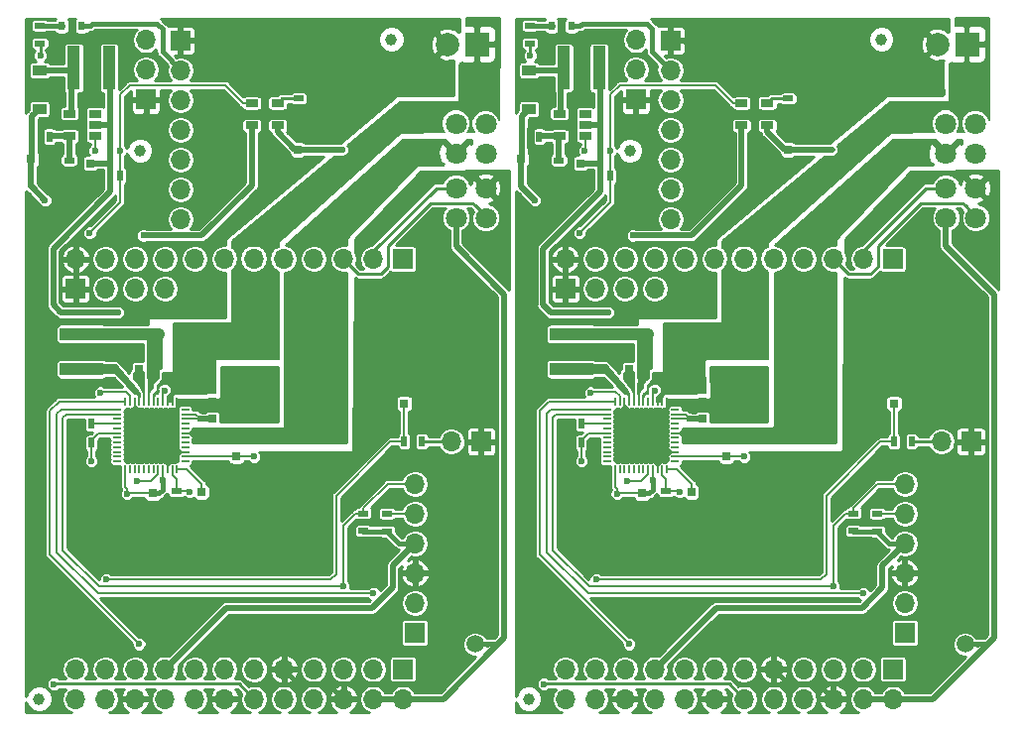
<source format=gtl>
G04 #@! TF.GenerationSoftware,KiCad,Pcbnew,5.0.0-fee4fd1~66~ubuntu16.04.1*
G04 #@! TF.CreationDate,2018-09-16T13:21:58+02:00*
G04 #@! TF.ProjectId,WiRoc_NanoPi_v1_Panelized,5769526F635F4E616E6F50695F76315F,rev?*
G04 #@! TF.SameCoordinates,Original*
G04 #@! TF.FileFunction,Copper,L1,Top,Signal*
G04 #@! TF.FilePolarity,Positive*
%FSLAX46Y46*%
G04 Gerber Fmt 4.6, Leading zero omitted, Abs format (unit mm)*
G04 Created by KiCad (PCBNEW 5.0.0-fee4fd1~66~ubuntu16.04.1) date Sun Sep 16 13:21:58 2018*
%MOMM*%
%LPD*%
G01*
G04 APERTURE LIST*
G04 #@! TA.AperFunction,ComponentPad*
%ADD10R,1.700000X1.700000*%
G04 #@! TD*
G04 #@! TA.AperFunction,ComponentPad*
%ADD11O,1.700000X1.700000*%
G04 #@! TD*
G04 #@! TA.AperFunction,BGAPad,CuDef*
%ADD12C,1.000000*%
G04 #@! TD*
G04 #@! TA.AperFunction,SMDPad,CuDef*
%ADD13R,0.750000X0.800000*%
G04 #@! TD*
G04 #@! TA.AperFunction,SMDPad,CuDef*
%ADD14R,0.800000X0.750000*%
G04 #@! TD*
G04 #@! TA.AperFunction,ViaPad*
%ADD15C,0.600000*%
G04 #@! TD*
G04 #@! TA.AperFunction,BGAPad,CuDef*
%ADD16C,1.500000*%
G04 #@! TD*
G04 #@! TA.AperFunction,SMDPad,CuDef*
%ADD17R,0.900000X0.500000*%
G04 #@! TD*
G04 #@! TA.AperFunction,SMDPad,CuDef*
%ADD18R,0.300000X0.550000*%
G04 #@! TD*
G04 #@! TA.AperFunction,ComponentPad*
%ADD19C,1.800000*%
G04 #@! TD*
G04 #@! TA.AperFunction,SMDPad,CuDef*
%ADD20R,0.500000X0.900000*%
G04 #@! TD*
G04 #@! TA.AperFunction,SMDPad,CuDef*
%ADD21R,1.100000X3.700000*%
G04 #@! TD*
G04 #@! TA.AperFunction,SMDPad,CuDef*
%ADD22R,1.200000X0.900000*%
G04 #@! TD*
G04 #@! TA.AperFunction,SMDPad,CuDef*
%ADD23R,1.400000X1.400000*%
G04 #@! TD*
G04 #@! TA.AperFunction,SMDPad,CuDef*
%ADD24O,0.200000X0.700000*%
G04 #@! TD*
G04 #@! TA.AperFunction,SMDPad,CuDef*
%ADD25O,0.700000X0.200000*%
G04 #@! TD*
G04 #@! TA.AperFunction,SMDPad,CuDef*
%ADD26R,0.700000X1.300000*%
G04 #@! TD*
G04 #@! TA.AperFunction,SMDPad,CuDef*
%ADD27R,0.600000X0.800000*%
G04 #@! TD*
G04 #@! TA.AperFunction,ComponentPad*
%ADD28R,2.000000X2.000000*%
G04 #@! TD*
G04 #@! TA.AperFunction,ComponentPad*
%ADD29C,2.000000*%
G04 #@! TD*
G04 #@! TA.AperFunction,SMDPad,CuDef*
%ADD30R,3.700000X1.100000*%
G04 #@! TD*
G04 #@! TA.AperFunction,SMDPad,CuDef*
%ADD31R,1.060000X0.650000*%
G04 #@! TD*
G04 #@! TA.AperFunction,ViaPad*
%ADD32C,0.400000*%
G04 #@! TD*
G04 #@! TA.AperFunction,Conductor*
%ADD33C,0.203200*%
G04 #@! TD*
G04 #@! TA.AperFunction,Conductor*
%ADD34C,0.381000*%
G04 #@! TD*
G04 #@! TA.AperFunction,Conductor*
%ADD35C,0.508000*%
G04 #@! TD*
G04 #@! TA.AperFunction,Conductor*
%ADD36C,1.000000*%
G04 #@! TD*
G04 #@! TA.AperFunction,Conductor*
%ADD37C,0.254000*%
G04 #@! TD*
G04 #@! TA.AperFunction,Conductor*
%ADD38C,0.200000*%
G04 #@! TD*
G04 APERTURE END LIST*
D10*
G04 #@! TO.P,J1,1*
G04 #@! TO.N,GND*
X114410900Y-66061200D03*
D11*
G04 #@! TO.P,J1,2*
G04 #@! TO.N,Net-(J1-Pad2)*
X111870900Y-66061200D03*
G04 #@! TD*
D12*
G04 #@! TO.P,FID3,1*
G04 #@! TO.N,N/C*
X106757960Y-31722060D03*
G04 #@! TD*
D13*
G04 #@! TO.P,C5,1*
G04 #@! TO.N,VBUS*
X109732300Y-41797540D03*
G04 #@! TO.P,C5,2*
G04 #@! TO.N,GND*
X109732300Y-43297540D03*
G04 #@! TD*
D11*
G04 #@! TO.P,J6,12*
G04 #@! TO.N,GND*
X79806000Y-50468000D03*
G04 #@! TO.P,J6,11*
G04 #@! TO.N,Net-(J6-Pad11)*
X82346000Y-50468000D03*
G04 #@! TO.P,J6,10*
G04 #@! TO.N,Net-(J6-Pad10)*
X84886000Y-50468000D03*
G04 #@! TO.P,J6,9*
G04 #@! TO.N,Net-(J6-Pad9)*
X87426000Y-50468000D03*
G04 #@! TO.P,J6,8*
G04 #@! TO.N,Net-(J6-Pad8)*
X89966000Y-50468000D03*
G04 #@! TO.P,J6,7*
G04 #@! TO.N,Net-(J6-Pad7)*
X92506000Y-50468000D03*
G04 #@! TO.P,J6,6*
G04 #@! TO.N,Net-(J6-Pad6)*
X95046000Y-50468000D03*
G04 #@! TO.P,J6,5*
G04 #@! TO.N,Net-(J6-Pad5)*
X97586000Y-50468000D03*
G04 #@! TO.P,J6,4*
G04 #@! TO.N,Net-(J6-Pad4)*
X100126000Y-50468000D03*
G04 #@! TO.P,J6,3*
G04 #@! TO.N,USBHost-DM1*
X102666000Y-50468000D03*
G04 #@! TO.P,J6,2*
G04 #@! TO.N,USBHost-DP1*
X105206000Y-50468000D03*
D10*
G04 #@! TO.P,J6,1*
G04 #@! TO.N,Net-(J6-Pad1)*
X107746000Y-50468000D03*
G04 #@! TD*
D14*
G04 #@! TO.P,C3,1*
G04 #@! TO.N,BAT*
X113114000Y-34715200D03*
G04 #@! TO.P,C3,2*
G04 #@! TO.N,GND*
X111614000Y-34715200D03*
G04 #@! TD*
D15*
G04 #@! TO.N,GND*
G04 #@! TO.C,REF\002A\002A*
X91838000Y-52578000D03*
G04 #@! TD*
D13*
G04 #@! TO.P,C8,1*
G04 #@! TO.N,GND*
X85226380Y-58393900D03*
G04 #@! TO.P,C8,2*
G04 #@! TO.N,IPSOUT*
X85226380Y-59893900D03*
G04 #@! TD*
D16*
G04 #@! TO.P,TP14,1*
G04 #@! TO.N,VDD_5V*
X113906000Y-83348000D03*
G04 #@! TD*
D15*
G04 #@! TO.N,GND*
G04 #@! TO.C,REF\002A\002A*
X91838000Y-55118000D03*
G04 #@! TD*
D14*
G04 #@! TO.P,C9,1*
G04 #@! TO.N,BAT*
X88437640Y-56896000D03*
G04 #@! TO.P,C9,2*
G04 #@! TO.N,Net-(C11-Pad2)*
X86937640Y-56896000D03*
G04 #@! TD*
D17*
G04 #@! TO.P,R8,2*
G04 #@! TO.N,Net-(R7-Pad1)*
X79254760Y-42044680D03*
G04 #@! TO.P,R8,1*
G04 #@! TO.N,GND*
X79254760Y-43544680D03*
G04 #@! TD*
D15*
G04 #@! TO.N,GND*
G04 #@! TO.C,REF\002A\002A*
X94886000Y-72136000D03*
G04 #@! TD*
D13*
G04 #@! TO.P,C11,1*
G04 #@! TO.N,GND*
X83781120Y-58392760D03*
G04 #@! TO.P,C11,2*
G04 #@! TO.N,Net-(C11-Pad2)*
X83781120Y-56892760D03*
G04 #@! TD*
D11*
G04 #@! TO.P,U2,7*
G04 #@! TO.N,Net-(U2-Pad7)*
X88766000Y-47063000D03*
G04 #@! TO.P,U2,6*
G04 #@! TO.N,LORAAUX*
X88766000Y-44523000D03*
G04 #@! TO.P,U2,5*
G04 #@! TO.N,UART1_RX*
X88766000Y-41983000D03*
G04 #@! TO.P,U2,4*
G04 #@! TO.N,UART1_TX*
X88766000Y-39443000D03*
G04 #@! TO.P,U2,3*
G04 #@! TO.N,LORAEN*
X88766000Y-36903000D03*
G04 #@! TO.P,U2,2*
G04 #@! TO.N,SYS_3.3V*
X88766000Y-34363000D03*
D10*
G04 #@! TO.P,U2,1*
G04 #@! TO.N,GND*
X88766000Y-31823000D03*
G04 #@! TD*
D15*
G04 #@! TO.N,GND*
G04 #@! TO.C,REF\002A\002A*
X92346000Y-44704000D03*
G04 #@! TD*
G04 #@! TO.N,GND*
G04 #@! TO.C,REF\002A\002A*
X92600000Y-70866000D03*
G04 #@! TD*
D14*
G04 #@! TO.P,C10,1*
G04 #@! TO.N,GND*
X92783500Y-60074300D03*
G04 #@! TO.P,C10,2*
G04 #@! TO.N,BAT*
X91283500Y-60074300D03*
G04 #@! TD*
D18*
G04 #@! TO.P,D1,2*
G04 #@! TO.N,GND*
X112039000Y-36215200D03*
G04 #@! TO.P,D1,1*
G04 #@! TO.N,BAT*
X112689000Y-36215200D03*
G04 #@! TD*
D11*
G04 #@! TO.P,J7,4*
G04 #@! TO.N,Net-(J7-Pad4)*
X87426000Y-53008000D03*
G04 #@! TO.P,J7,3*
G04 #@! TO.N,Net-(J7-Pad3)*
X84886000Y-53008000D03*
G04 #@! TO.P,J7,2*
G04 #@! TO.N,Net-(J7-Pad2)*
X82346000Y-53008000D03*
D10*
G04 #@! TO.P,J7,1*
G04 #@! TO.N,GND*
X79806000Y-53008000D03*
G04 #@! TD*
D15*
G04 #@! TO.N,GND*
G04 #@! TO.C,REF\002A\002A*
X91330000Y-43688000D03*
G04 #@! TD*
D17*
G04 #@! TO.P,R12,2*
G04 #@! TO.N,SYS_3.3V*
X104365280Y-73693720D03*
G04 #@! TO.P,R12,1*
G04 #@! TO.N,SCK*
X104365280Y-72193720D03*
G04 #@! TD*
D15*
G04 #@! TO.N,GND*
G04 #@! TO.C,REF\002A\002A*
X85234000Y-55118000D03*
G04 #@! TD*
G04 #@! TO.N,GND*
G04 #@! TO.C,REF\002A\002A*
X97680000Y-75692000D03*
G04 #@! TD*
G04 #@! TO.N,GND*
G04 #@! TO.C,REF\002A\002A*
X93362000Y-43180000D03*
G04 #@! TD*
G04 #@! TO.N,GND*
G04 #@! TO.C,REF\002A\002A*
X91584000Y-41402000D03*
G04 #@! TD*
G04 #@! TO.N,GND*
G04 #@! TO.C,REF\002A\002A*
X94886000Y-75692000D03*
G04 #@! TD*
G04 #@! TO.N,GND*
G04 #@! TO.C,REF\002A\002A*
X99966000Y-75692000D03*
G04 #@! TD*
D13*
G04 #@! TO.P,C1,1*
G04 #@! TO.N,IPSOUT*
X86369300Y-70475600D03*
G04 #@! TO.P,C1,2*
G04 #@! TO.N,GND*
X86369300Y-71975600D03*
G04 #@! TD*
D19*
G04 #@! TO.P,J2,1*
G04 #@! TO.N,VBUS*
X112266000Y-41448000D03*
G04 #@! TO.P,J2,2*
G04 #@! TO.N,Net-(J2-Pad2)*
X114806000Y-41448000D03*
G04 #@! TO.P,J2,3*
G04 #@! TO.N,Net-(J2-Pad3)*
X112266000Y-38908000D03*
G04 #@! TO.P,J2,4*
G04 #@! TO.N,GND*
X114806000Y-38908000D03*
G04 #@! TD*
D15*
G04 #@! TO.N,GND*
G04 #@! TO.C,REF\002A\002A*
X79646000Y-68834000D03*
G04 #@! TD*
G04 #@! TO.N,GND*
G04 #@! TO.C,REF\002A\002A*
X88536000Y-55118000D03*
G04 #@! TD*
G04 #@! TO.N,GND*
G04 #@! TO.C,REF\002A\002A*
X78233760Y-35806380D03*
G04 #@! TD*
D20*
G04 #@! TO.P,R4,2*
G04 #@! TO.N,PWRON*
X107841840Y-66055240D03*
G04 #@! TO.P,R4,1*
G04 #@! TO.N,Net-(J1-Pad2)*
X109341840Y-66055240D03*
G04 #@! TD*
D13*
G04 #@! TO.P,C2,1*
G04 #@! TO.N,Net-(C2-Pad1)*
X93544800Y-67324600D03*
G04 #@! TO.P,C2,2*
G04 #@! TO.N,GND*
X93544800Y-68824600D03*
G04 #@! TD*
D15*
G04 #@! TO.N,GND*
G04 #@! TO.C,REF\002A\002A*
X99966000Y-68834000D03*
G04 #@! TD*
G04 #@! TO.N,GND*
G04 #@! TO.C,REF\002A\002A*
X105223800Y-47950120D03*
G04 #@! TD*
G04 #@! TO.N,GND*
G04 #@! TO.C,REF\002A\002A*
X85419420Y-45874940D03*
G04 #@! TD*
G04 #@! TO.N,GND*
G04 #@! TO.C,REF\002A\002A*
X108091460Y-45166280D03*
G04 #@! TD*
D21*
G04 #@! TO.P,L2,2*
G04 #@! TO.N,Net-(D3-Pad2)*
X79664660Y-34158680D03*
G04 #@! TO.P,L2,1*
G04 #@! TO.N,IPSOUT*
X82664660Y-34158680D03*
G04 #@! TD*
D14*
G04 #@! TO.P,C13,1*
G04 #@! TO.N,Net-(C13-Pad1)*
X75996360Y-41943780D03*
G04 #@! TO.P,C13,2*
G04 #@! TO.N,GND*
X77496360Y-41943780D03*
G04 #@! TD*
D10*
G04 #@! TO.P,J5,1*
G04 #@! TO.N,Net-(J2-Pad2)*
X108766000Y-82368000D03*
D11*
G04 #@! TO.P,J5,2*
G04 #@! TO.N,Net-(J2-Pad3)*
X108766000Y-79828000D03*
G04 #@! TO.P,J5,3*
G04 #@! TO.N,GND*
X108766000Y-77288000D03*
G04 #@! TO.P,J5,4*
G04 #@! TO.N,SYS_3.3V*
X108766000Y-74748000D03*
G04 #@! TO.P,J5,5*
G04 #@! TO.N,SDA*
X108766000Y-72208000D03*
G04 #@! TO.P,J5,6*
G04 #@! TO.N,SCK*
X108766000Y-69668000D03*
G04 #@! TD*
D15*
G04 #@! TO.N,GND*
G04 #@! TO.C,REF\002A\002A*
X95648000Y-63754000D03*
G04 #@! TD*
D20*
G04 #@! TO.P,R3,2*
G04 #@! TO.N,Net-(R3-Pad2)*
X81138300Y-64518100D03*
G04 #@! TO.P,R3,1*
G04 #@! TO.N,GND*
X79638300Y-64518100D03*
G04 #@! TD*
D15*
G04 #@! TO.N,GND*
G04 #@! TO.C,REF\002A\002A*
X97680000Y-72136000D03*
G04 #@! TD*
G04 #@! TO.N,GND*
G04 #@! TO.C,REF\002A\002A*
X97680000Y-68834000D03*
G04 #@! TD*
D22*
G04 #@! TO.P,D3,2*
G04 #@! TO.N,Net-(D3-Pad2)*
X76714760Y-34362880D03*
G04 #@! TO.P,D3,1*
G04 #@! TO.N,Net-(C13-Pad1)*
X76714760Y-37662880D03*
G04 #@! TD*
D17*
G04 #@! TO.P,R6,2*
G04 #@! TO.N,STATUS_LED*
X76765640Y-32050420D03*
G04 #@! TO.P,R6,1*
G04 #@! TO.N,Net-(D2-Pad1)*
X76765640Y-30550420D03*
G04 #@! TD*
D11*
G04 #@! TO.P,J9,24*
G04 #@! TO.N,Net-(J9-Pad24)*
X79806000Y-88018000D03*
G04 #@! TO.P,J9,23*
G04 #@! TO.N,Net-(J9-Pad23)*
X79806000Y-85478000D03*
G04 #@! TO.P,J9,22*
G04 #@! TO.N,N_VBUSEN*
X82346000Y-88018000D03*
G04 #@! TO.P,J9,21*
G04 #@! TO.N,Net-(J9-Pad21)*
X82346000Y-85478000D03*
G04 #@! TO.P,J9,20*
G04 #@! TO.N,GND*
X84886000Y-88018000D03*
G04 #@! TO.P,J9,19*
G04 #@! TO.N,Net-(J9-Pad19)*
X84886000Y-85478000D03*
G04 #@! TO.P,J9,18*
G04 #@! TO.N,Net-(J9-Pad18)*
X87426000Y-88018000D03*
G04 #@! TO.P,J9,17*
G04 #@! TO.N,SYS_3.3V*
X87426000Y-85478000D03*
G04 #@! TO.P,J9,16*
G04 #@! TO.N,Net-(J9-Pad16)*
X89966000Y-88018000D03*
G04 #@! TO.P,J9,15*
G04 #@! TO.N,IRQ*
X89966000Y-85478000D03*
G04 #@! TO.P,J9,14*
G04 #@! TO.N,GND*
X92506000Y-88018000D03*
G04 #@! TO.P,J9,13*
G04 #@! TO.N,LORAEN*
X92506000Y-85478000D03*
G04 #@! TO.P,J9,12*
G04 #@! TO.N,STATUS_LED*
X95046000Y-88018000D03*
G04 #@! TO.P,J9,11*
G04 #@! TO.N,LORAAUX*
X95046000Y-85478000D03*
G04 #@! TO.P,J9,10*
G04 #@! TO.N,UART1_RX*
X97586000Y-88018000D03*
G04 #@! TO.P,J9,9*
G04 #@! TO.N,GND*
X97586000Y-85478000D03*
G04 #@! TO.P,J9,8*
G04 #@! TO.N,UART1_TX*
X100126000Y-88018000D03*
G04 #@! TO.P,J9,7*
G04 #@! TO.N,Net-(J9-Pad7)*
X100126000Y-85478000D03*
G04 #@! TO.P,J9,6*
G04 #@! TO.N,GND*
X102666000Y-88018000D03*
G04 #@! TO.P,J9,5*
G04 #@! TO.N,SCK*
X102666000Y-85478000D03*
G04 #@! TO.P,J9,4*
G04 #@! TO.N,VDD_5V*
X105206000Y-88018000D03*
G04 #@! TO.P,J9,3*
G04 #@! TO.N,SDA*
X105206000Y-85478000D03*
G04 #@! TO.P,J9,2*
G04 #@! TO.N,VDD_5V*
X107746000Y-88018000D03*
D10*
G04 #@! TO.P,J9,1*
G04 #@! TO.N,Net-(J9-Pad1)*
X107746000Y-85478000D03*
G04 #@! TD*
D15*
G04 #@! TO.N,GND*
G04 #@! TO.C,REF\002A\002A*
X99966000Y-72136000D03*
G04 #@! TD*
D13*
G04 #@! TO.P,C6,1*
G04 #@! TO.N,Net-(C6-Pad1)*
X90568000Y-70358000D03*
G04 #@! TO.P,C6,2*
G04 #@! TO.N,GND*
X90568000Y-71858000D03*
G04 #@! TD*
D15*
G04 #@! TO.N,GND*
G04 #@! TO.C,REF\002A\002A*
X77141560Y-56898540D03*
G04 #@! TD*
G04 #@! TO.N,GND*
G04 #@! TO.C,REF\002A\002A*
X98188000Y-42672000D03*
G04 #@! TD*
D14*
G04 #@! TO.P,C7,1*
G04 #@! TO.N,GND*
X109341840Y-62786260D03*
G04 #@! TO.P,C7,2*
G04 #@! TO.N,PWRON*
X107841840Y-62786260D03*
G04 #@! TD*
D15*
G04 #@! TO.N,GND*
G04 #@! TO.C,REF\002A\002A*
X77979760Y-44442380D03*
G04 #@! TD*
D17*
G04 #@! TO.P,R9,2*
G04 #@! TO.N,Net-(R9-Pad2)*
X98815300Y-36769100D03*
G04 #@! TO.P,R9,1*
G04 #@! TO.N,GND*
X98815300Y-38269100D03*
G04 #@! TD*
D15*
G04 #@! TO.N,GND*
G04 #@! TO.C,REF\002A\002A*
X82948000Y-60960000D03*
G04 #@! TD*
D23*
G04 #@! TO.P,U3,49*
G04 #@! TO.N,GND*
X84851800Y-66931600D03*
X86251800Y-66931600D03*
X87651800Y-66931600D03*
X87651800Y-65531600D03*
X86251800Y-65531600D03*
X84851800Y-64131600D03*
X84851800Y-65531600D03*
X86251800Y-64131600D03*
X87651800Y-64131600D03*
D24*
G04 #@! TO.P,U3,48*
G04 #@! TO.N,IRQ*
X84051800Y-62631600D03*
G04 #@! TO.P,U3,47*
G04 #@! TO.N,PWRON*
X84451800Y-62631600D03*
G04 #@! TO.P,U3,46*
G04 #@! TO.N,GND*
X84851800Y-62631600D03*
G04 #@! TO.P,U3,45*
G04 #@! TO.N,Net-(L1-Pad1)*
X85251800Y-62631600D03*
G04 #@! TO.P,U3,44*
G04 #@! TO.N,IPSOUT*
X85651800Y-62631600D03*
G04 #@! TO.P,U3,43*
G04 #@! TO.N,Net-(C11-Pad2)*
X86051800Y-62631600D03*
G04 #@! TO.P,U3,42*
G04 #@! TO.N,BAT*
X86451800Y-62631600D03*
G04 #@! TO.P,U3,41*
G04 #@! TO.N,Net-(U3-Pad41)*
X86851800Y-62631600D03*
G04 #@! TO.P,U3,40*
G04 #@! TO.N,IPSOUT*
X87251800Y-62631600D03*
G04 #@! TO.P,U3,39*
G04 #@! TO.N,BAT*
X87651800Y-62631600D03*
G04 #@! TO.P,U3,38*
X88051800Y-62631600D03*
G04 #@! TO.P,U3,37*
G04 #@! TO.N,GND*
X88451800Y-62631600D03*
D25*
G04 #@! TO.P,U3,36*
G04 #@! TO.N,Net-(U3-Pad36)*
X89151800Y-63331600D03*
G04 #@! TO.P,U3,35*
G04 #@! TO.N,IPSOUT*
X89151800Y-63731600D03*
G04 #@! TO.P,U3,34*
X89151800Y-64131600D03*
G04 #@! TO.P,U3,33*
G04 #@! TO.N,Net-(U3-Pad33)*
X89151800Y-64531600D03*
G04 #@! TO.P,U3,32*
G04 #@! TO.N,Net-(U3-Pad32)*
X89151800Y-64931600D03*
G04 #@! TO.P,U3,31*
G04 #@! TO.N,VBUS*
X89151800Y-65331600D03*
G04 #@! TO.P,U3,30*
G04 #@! TO.N,Net-(U3-Pad30)*
X89151800Y-65731600D03*
G04 #@! TO.P,U3,29*
G04 #@! TO.N,Net-(U3-Pad29)*
X89151800Y-66131600D03*
G04 #@! TO.P,U3,28*
G04 #@! TO.N,Net-(U3-Pad28)*
X89151800Y-66531600D03*
G04 #@! TO.P,U3,27*
G04 #@! TO.N,GND*
X89151800Y-66931600D03*
G04 #@! TO.P,U3,26*
G04 #@! TO.N,Net-(C2-Pad1)*
X89151800Y-67331600D03*
G04 #@! TO.P,U3,25*
G04 #@! TO.N,Net-(U3-Pad25)*
X89151800Y-67731600D03*
D24*
G04 #@! TO.P,U3,24*
G04 #@! TO.N,Net-(C6-Pad1)*
X88451800Y-68431600D03*
G04 #@! TO.P,U3,23*
G04 #@! TO.N,Net-(R2-Pad2)*
X88051800Y-68431600D03*
G04 #@! TO.P,U3,22*
G04 #@! TO.N,GND*
X87651800Y-68431600D03*
G04 #@! TO.P,U3,21*
G04 #@! TO.N,IPSOUT*
X87251800Y-68431600D03*
G04 #@! TO.P,U3,20*
G04 #@! TO.N,EXTEN*
X86851800Y-68431600D03*
G04 #@! TO.P,U3,19*
G04 #@! TO.N,Net-(U3-Pad19)*
X86451800Y-68431600D03*
G04 #@! TO.P,U3,18*
G04 #@! TO.N,Net-(U3-Pad18)*
X86051800Y-68431600D03*
G04 #@! TO.P,U3,17*
G04 #@! TO.N,Net-(U3-Pad17)*
X85651800Y-68431600D03*
G04 #@! TO.P,U3,16*
G04 #@! TO.N,Net-(U3-Pad16)*
X85251800Y-68431600D03*
G04 #@! TO.P,U3,15*
G04 #@! TO.N,Net-(U3-Pad15)*
X84851800Y-68431600D03*
G04 #@! TO.P,U3,14*
G04 #@! TO.N,Net-(U3-Pad14)*
X84451800Y-68431600D03*
G04 #@! TO.P,U3,13*
G04 #@! TO.N,IPSOUT*
X84051800Y-68431600D03*
D25*
G04 #@! TO.P,U3,12*
G04 #@! TO.N,Net-(U3-Pad12)*
X83351800Y-67731600D03*
G04 #@! TO.P,U3,11*
G04 #@! TO.N,Net-(U3-Pad11)*
X83351800Y-67331600D03*
G04 #@! TO.P,U3,10*
G04 #@! TO.N,Net-(U3-Pad10)*
X83351800Y-66931600D03*
G04 #@! TO.P,U3,9*
G04 #@! TO.N,Net-(U3-Pad9)*
X83351800Y-66531600D03*
G04 #@! TO.P,U3,8*
G04 #@! TO.N,Net-(U3-Pad8)*
X83351800Y-66131600D03*
G04 #@! TO.P,U3,7*
G04 #@! TO.N,Net-(U3-Pad7)*
X83351800Y-65731600D03*
G04 #@! TO.P,U3,6*
G04 #@! TO.N,N_VBUSEN*
X83351800Y-65331600D03*
G04 #@! TO.P,U3,5*
G04 #@! TO.N,Net-(U3-Pad5)*
X83351800Y-64931600D03*
G04 #@! TO.P,U3,4*
G04 #@! TO.N,Net-(R3-Pad2)*
X83351800Y-64531600D03*
G04 #@! TO.P,U3,3*
G04 #@! TO.N,Net-(U3-Pad3)*
X83351800Y-64131600D03*
G04 #@! TO.P,U3,2*
G04 #@! TO.N,SCK*
X83351800Y-63731600D03*
G04 #@! TO.P,U3,1*
G04 #@! TO.N,SDA*
X83351800Y-63331600D03*
G04 #@! TD*
D10*
G04 #@! TO.P,J8,1*
G04 #@! TO.N,GND*
X85807960Y-36863780D03*
D11*
G04 #@! TO.P,J8,2*
G04 #@! TO.N,Net-(J7-Pad3)*
X85807960Y-34323780D03*
G04 #@! TO.P,J8,3*
G04 #@! TO.N,Net-(J7-Pad4)*
X85807960Y-31783780D03*
G04 #@! TD*
D15*
G04 #@! TO.N,GND*
G04 #@! TO.C,REF\002A\002A*
X78297260Y-32133540D03*
G04 #@! TD*
G04 #@! TO.N,GND*
G04 #@! TO.C,REF\002A\002A*
X113872500Y-48859440D03*
G04 #@! TD*
G04 #@! TO.N,GND*
G04 #@! TO.C,REF\002A\002A*
X100728000Y-36830000D03*
G04 #@! TD*
D26*
G04 #@! TO.P,R5,2*
G04 #@! TO.N,BAT*
X88792580Y-59082940D03*
G04 #@! TO.P,R5,1*
G04 #@! TO.N,Net-(C11-Pad2)*
X86892580Y-59082940D03*
G04 #@! TD*
D16*
G04 #@! TO.P,TP9,1*
G04 #@! TO.N,GND*
X113951240Y-77134720D03*
G04 #@! TD*
D12*
G04 #@! TO.P,FID1,1*
G04 #@! TO.N,N/C*
X85306160Y-41216580D03*
G04 #@! TD*
D15*
G04 #@! TO.N,GND*
G04 #@! TO.C,REF\002A\002A*
X77141560Y-58417460D03*
G04 #@! TD*
D27*
G04 #@! TO.P,D2,2*
G04 #@! TO.N,SYS_3.3V*
X80328360Y-30568900D03*
G04 #@! TO.P,D2,1*
G04 #@! TO.N,Net-(D2-Pad1)*
X78628360Y-30568900D03*
G04 #@! TD*
D15*
G04 #@! TO.N,GND*
G04 #@! TO.C,REF\002A\002A*
X84472000Y-75692000D03*
G04 #@! TD*
D28*
G04 #@! TO.P,J3,1*
G04 #@! TO.N,BAT*
X114079000Y-32148000D03*
D29*
G04 #@! TO.P,J3,2*
G04 #@! TO.N,GND*
X111539000Y-32148000D03*
G04 #@! TD*
D20*
G04 #@! TO.P,R10,2*
G04 #@! TO.N,EXTEN*
X83628020Y-43365420D03*
G04 #@! TO.P,R10,1*
G04 #@! TO.N,GND*
X85128020Y-43365420D03*
G04 #@! TD*
D15*
G04 #@! TO.N,GND*
G04 #@! TO.C,REF\002A\002A*
X89552000Y-53848000D03*
G04 #@! TD*
G04 #@! TO.N,GND*
G04 #@! TO.C,REF\002A\002A*
X94632000Y-63754000D03*
G04 #@! TD*
D13*
G04 #@! TO.P,C14,1*
G04 #@! TO.N,VDD_5V*
X98777200Y-41139300D03*
G04 #@! TO.P,C14,2*
G04 #@! TO.N,GND*
X98777200Y-39639300D03*
G04 #@! TD*
D15*
G04 #@! TO.N,GND*
G04 #@! TO.C,REF\002A\002A*
X78271860Y-33233360D03*
G04 #@! TD*
D17*
G04 #@! TO.P,R2,2*
G04 #@! TO.N,Net-(R2-Pad2)*
X88401300Y-70297100D03*
G04 #@! TO.P,R2,1*
G04 #@! TO.N,GND*
X88401300Y-71797100D03*
G04 #@! TD*
D15*
G04 #@! TO.N,GND*
G04 #@! TO.C,REF\002A\002A*
X90060000Y-55118000D03*
G04 #@! TD*
D30*
G04 #@! TO.P,L1,1*
G04 #@! TO.N,Net-(L1-Pad1)*
X80311400Y-59872500D03*
G04 #@! TO.P,L1,2*
G04 #@! TO.N,Net-(C11-Pad2)*
X80311400Y-56872500D03*
G04 #@! TD*
D13*
G04 #@! TO.P,C4,1*
G04 #@! TO.N,IPSOUT*
X91487400Y-64126300D03*
G04 #@! TO.P,C4,2*
G04 #@! TO.N,GND*
X91487400Y-62626300D03*
G04 #@! TD*
D15*
G04 #@! TO.N,GND*
G04 #@! TO.C,REF\002A\002A*
X80265760Y-45458380D03*
G04 #@! TD*
G04 #@! TO.N,GND*
G04 #@! TO.C,REF\002A\002A*
X77106000Y-59933840D03*
G04 #@! TD*
D17*
G04 #@! TO.P,R11,1*
G04 #@! TO.N,SDA*
X106376960Y-72206420D03*
G04 #@! TO.P,R11,2*
G04 #@! TO.N,SYS_3.3V*
X106376960Y-73706420D03*
G04 #@! TD*
D15*
G04 #@! TO.N,GND*
G04 #@! TO.C,REF\002A\002A*
X84329760Y-33012380D03*
G04 #@! TD*
D12*
G04 #@! TO.P,FID2,1*
G04 #@! TO.N,N/C*
X76681820Y-88016080D03*
G04 #@! TD*
D15*
G04 #@! TO.N,GND*
G04 #@! TO.C,REF\002A\002A*
X78233760Y-37076380D03*
G04 #@! TD*
G04 #@! TO.N,GND*
G04 #@! TO.C,REF\002A\002A*
X94616760Y-60078620D03*
G04 #@! TD*
G04 #@! TO.N,GND*
G04 #@! TO.C,REF\002A\002A*
X86758000Y-55118000D03*
G04 #@! TD*
G04 #@! TO.N,GND*
G04 #@! TO.C,REF\002A\002A*
X77217760Y-43680380D03*
G04 #@! TD*
G04 #@! TO.N,GND*
G04 #@! TO.C,REF\002A\002A*
X96664000Y-42672000D03*
G04 #@! TD*
G04 #@! TO.N,GND*
G04 #@! TO.C,REF\002A\002A*
X90606100Y-75788520D03*
G04 #@! TD*
D19*
G04 #@! TO.P,J4,4*
G04 #@! TO.N,GND*
X114806000Y-44408000D03*
G04 #@! TO.P,J4,3*
G04 #@! TO.N,USBHost-DP1*
X112266000Y-44408000D03*
G04 #@! TO.P,J4,2*
G04 #@! TO.N,USBHost-DM1*
X114806000Y-46948000D03*
G04 #@! TO.P,J4,1*
G04 #@! TO.N,VDD_5V*
X112266000Y-46948000D03*
G04 #@! TD*
D15*
G04 #@! TO.N,GND*
G04 #@! TO.C,REF\002A\002A*
X91584000Y-68580000D03*
G04 #@! TD*
D20*
G04 #@! TO.P,R1,2*
G04 #@! TO.N,N_VBUSEN*
X81150300Y-66157600D03*
G04 #@! TO.P,R1,1*
G04 #@! TO.N,GND*
X79650300Y-66157600D03*
G04 #@! TD*
G04 #@! TO.P,R7,2*
G04 #@! TO.N,Net-(C13-Pad1)*
X76072560Y-40013380D03*
G04 #@! TO.P,R7,1*
G04 #@! TO.N,Net-(R7-Pad1)*
X77572560Y-40013380D03*
G04 #@! TD*
D13*
G04 #@! TO.P,C12,1*
G04 #@! TO.N,IPSOUT*
X81070860Y-42311380D03*
G04 #@! TO.P,C12,2*
G04 #@! TO.N,GND*
X81070860Y-43811380D03*
G04 #@! TD*
D15*
G04 #@! TO.N,GND*
G04 #@! TO.C,REF\002A\002A*
X97172000Y-35306000D03*
G04 #@! TD*
G04 #@! TO.N,GND*
G04 #@! TO.C,REF\002A\002A*
X79646000Y-67818000D03*
G04 #@! TD*
G04 #@! TO.N,GND*
G04 #@! TO.C,REF\002A\002A*
X95622600Y-60104020D03*
G04 #@! TD*
D31*
G04 #@! TO.P,U5,5*
G04 #@! TO.N,Net-(C13-Pad1)*
X94840200Y-39063500D03*
G04 #@! TO.P,U5,4*
G04 #@! TO.N,EXTEN*
X94840200Y-37163500D03*
G04 #@! TO.P,U5,3*
G04 #@! TO.N,Net-(R9-Pad2)*
X97040200Y-37163500D03*
G04 #@! TO.P,U5,2*
G04 #@! TO.N,GND*
X97040200Y-38113500D03*
G04 #@! TO.P,U5,1*
G04 #@! TO.N,VDD_5V*
X97040200Y-39063500D03*
G04 #@! TD*
G04 #@! TO.P,U4,5*
G04 #@! TO.N,IPSOUT*
X81479146Y-39019314D03*
G04 #@! TO.P,U4,6*
G04 #@! TO.N,Net-(U4-Pad6)*
X81479146Y-38069314D03*
G04 #@! TO.P,U4,4*
G04 #@! TO.N,EXTEN*
X81479146Y-39969314D03*
G04 #@! TO.P,U4,3*
G04 #@! TO.N,Net-(R7-Pad1)*
X79279146Y-39969314D03*
G04 #@! TO.P,U4,2*
G04 #@! TO.N,GND*
X79279146Y-39019314D03*
G04 #@! TO.P,U4,1*
G04 #@! TO.N,Net-(D3-Pad2)*
X79279146Y-38069314D03*
G04 #@! TD*
D15*
G04 #@! TO.N,GND*
G04 #@! TO.C,REF\002A\002A*
X115028200Y-49898300D03*
G04 #@! TD*
G04 #@! TO.N,GND*
G04 #@! TO.C,REF\002A\002A*
X55880000Y-75692000D03*
G04 #@! TD*
G04 #@! TO.N,GND*
G04 #@! TO.C,REF\002A\002A*
X55880000Y-72136000D03*
G04 #@! TD*
G04 #@! TO.N,GND*
G04 #@! TO.C,REF\002A\002A*
X55880000Y-68834000D03*
G04 #@! TD*
D29*
G04 #@! TO.P,J3,2*
G04 #@! TO.N,GND*
X69739000Y-32148000D03*
D28*
G04 #@! TO.P,J3,1*
G04 #@! TO.N,BAT*
X72279000Y-32148000D03*
G04 #@! TD*
D11*
G04 #@! TO.P,J8,3*
G04 #@! TO.N,Net-(J7-Pad4)*
X44007960Y-31783780D03*
G04 #@! TO.P,J8,2*
G04 #@! TO.N,Net-(J7-Pad3)*
X44007960Y-34323780D03*
D10*
G04 #@! TO.P,J8,1*
G04 #@! TO.N,GND*
X44007960Y-36863780D03*
G04 #@! TD*
G04 #@! TO.P,U2,1*
G04 #@! TO.N,GND*
X46966000Y-31823000D03*
D11*
G04 #@! TO.P,U2,2*
G04 #@! TO.N,SYS_3.3V*
X46966000Y-34363000D03*
G04 #@! TO.P,U2,3*
G04 #@! TO.N,LORAEN*
X46966000Y-36903000D03*
G04 #@! TO.P,U2,4*
G04 #@! TO.N,UART1_TX*
X46966000Y-39443000D03*
G04 #@! TO.P,U2,5*
G04 #@! TO.N,UART1_RX*
X46966000Y-41983000D03*
G04 #@! TO.P,U2,6*
G04 #@! TO.N,LORAAUX*
X46966000Y-44523000D03*
G04 #@! TO.P,U2,7*
G04 #@! TO.N,Net-(U2-Pad7)*
X46966000Y-47063000D03*
G04 #@! TD*
G04 #@! TO.P,J1,2*
G04 #@! TO.N,Net-(J1-Pad2)*
X70070900Y-66061200D03*
D10*
G04 #@! TO.P,J1,1*
G04 #@! TO.N,GND*
X72610900Y-66061200D03*
G04 #@! TD*
D11*
G04 #@! TO.P,J5,6*
G04 #@! TO.N,SCK*
X66966000Y-69668000D03*
G04 #@! TO.P,J5,5*
G04 #@! TO.N,SDA*
X66966000Y-72208000D03*
G04 #@! TO.P,J5,4*
G04 #@! TO.N,SYS_3.3V*
X66966000Y-74748000D03*
G04 #@! TO.P,J5,3*
G04 #@! TO.N,GND*
X66966000Y-77288000D03*
G04 #@! TO.P,J5,2*
G04 #@! TO.N,Net-(J2-Pad3)*
X66966000Y-79828000D03*
D10*
G04 #@! TO.P,J5,1*
G04 #@! TO.N,Net-(J2-Pad2)*
X66966000Y-82368000D03*
G04 #@! TD*
D15*
G04 #@! TO.N,GND*
G04 #@! TO.C,REF\002A\002A*
X63423800Y-47950120D03*
G04 #@! TD*
G04 #@! TO.N,GND*
G04 #@! TO.C,REF\002A\002A*
X66291460Y-45166280D03*
G04 #@! TD*
D19*
G04 #@! TO.P,J2,4*
G04 #@! TO.N,GND*
X73006000Y-38908000D03*
G04 #@! TO.P,J2,3*
G04 #@! TO.N,Net-(J2-Pad3)*
X70466000Y-38908000D03*
G04 #@! TO.P,J2,2*
G04 #@! TO.N,Net-(J2-Pad2)*
X73006000Y-41448000D03*
G04 #@! TO.P,J2,1*
G04 #@! TO.N,VBUS*
X70466000Y-41448000D03*
G04 #@! TD*
D15*
G04 #@! TO.N,GND*
G04 #@! TO.C,REF\002A\002A*
X48806100Y-75788520D03*
G04 #@! TD*
G04 #@! TO.N,GND*
G04 #@! TO.C,REF\002A\002A*
X73228200Y-49898300D03*
G04 #@! TD*
G04 #@! TO.N,GND*
G04 #@! TO.C,REF\002A\002A*
X72072500Y-48859440D03*
G04 #@! TD*
G04 #@! TO.N,GND*
G04 #@! TO.C,REF\002A\002A*
X56388000Y-42672000D03*
G04 #@! TD*
G04 #@! TO.N,GND*
G04 #@! TO.C,REF\002A\002A*
X54864000Y-42672000D03*
G04 #@! TD*
G04 #@! TO.N,GND*
G04 #@! TO.C,REF\002A\002A*
X58928000Y-36830000D03*
G04 #@! TD*
G04 #@! TO.N,GND*
G04 #@! TO.C,REF\002A\002A*
X55372000Y-35306000D03*
G04 #@! TD*
G04 #@! TO.N,GND*
G04 #@! TO.C,REF\002A\002A*
X43619420Y-45874940D03*
G04 #@! TD*
G04 #@! TO.N,GND*
G04 #@! TO.C,REF\002A\002A*
X42529760Y-33012380D03*
G04 #@! TD*
G04 #@! TO.N,GND*
G04 #@! TO.C,REF\002A\002A*
X38465760Y-45458380D03*
G04 #@! TD*
G04 #@! TO.N,GND*
G04 #@! TO.C,REF\002A\002A*
X36179760Y-44442380D03*
G04 #@! TD*
G04 #@! TO.N,GND*
G04 #@! TO.C,REF\002A\002A*
X35417760Y-43680380D03*
G04 #@! TD*
G04 #@! TO.N,GND*
G04 #@! TO.C,REF\002A\002A*
X36433760Y-37076380D03*
G04 #@! TD*
G04 #@! TO.N,GND*
G04 #@! TO.C,REF\002A\002A*
X36433760Y-35806380D03*
G04 #@! TD*
G04 #@! TO.N,GND*
G04 #@! TO.C,REF\002A\002A*
X36497260Y-32133540D03*
G04 #@! TD*
G04 #@! TO.N,GND*
G04 #@! TO.C,REF\002A\002A*
X36471860Y-33233360D03*
G04 #@! TD*
G04 #@! TO.N,GND*
G04 #@! TO.C,REF\002A\002A*
X50800000Y-70866000D03*
G04 #@! TD*
G04 #@! TO.N,GND*
G04 #@! TO.C,REF\002A\002A*
X42672000Y-75692000D03*
G04 #@! TD*
G04 #@! TO.N,GND*
G04 #@! TO.C,REF\002A\002A*
X49784000Y-68580000D03*
G04 #@! TD*
G04 #@! TO.N,GND*
G04 #@! TO.C,REF\002A\002A*
X37846000Y-68834000D03*
G04 #@! TD*
G04 #@! TO.N,GND*
G04 #@! TO.C,REF\002A\002A*
X37846000Y-67818000D03*
G04 #@! TD*
G04 #@! TO.N,GND*
G04 #@! TO.C,REF\002A\002A*
X50038000Y-52578000D03*
G04 #@! TD*
G04 #@! TO.N,GND*
G04 #@! TO.C,REF\002A\002A*
X47752000Y-53848000D03*
G04 #@! TD*
G04 #@! TO.N,GND*
G04 #@! TO.C,REF\002A\002A*
X50038000Y-55118000D03*
G04 #@! TD*
G04 #@! TO.N,GND*
G04 #@! TO.C,REF\002A\002A*
X48260000Y-55118000D03*
G04 #@! TD*
G04 #@! TO.N,GND*
G04 #@! TO.C,REF\002A\002A*
X46736000Y-55118000D03*
G04 #@! TD*
G04 #@! TO.N,GND*
G04 #@! TO.C,REF\002A\002A*
X44958000Y-55118000D03*
G04 #@! TD*
G04 #@! TO.N,GND*
G04 #@! TO.C,REF\002A\002A*
X43434000Y-55118000D03*
G04 #@! TD*
G04 #@! TO.N,GND*
G04 #@! TO.C,REF\002A\002A*
X41148000Y-60960000D03*
G04 #@! TD*
G04 #@! TO.N,GND*
G04 #@! TO.C,REF\002A\002A*
X35306000Y-59933840D03*
G04 #@! TD*
G04 #@! TO.N,GND*
G04 #@! TO.C,REF\002A\002A*
X35341560Y-58417460D03*
G04 #@! TD*
G04 #@! TO.N,GND*
G04 #@! TO.C,REF\002A\002A*
X35341560Y-56898540D03*
G04 #@! TD*
G04 #@! TO.N,GND*
G04 #@! TO.C,REF\002A\002A*
X50546000Y-44704000D03*
G04 #@! TD*
G04 #@! TO.N,GND*
G04 #@! TO.C,REF\002A\002A*
X49530000Y-43688000D03*
G04 #@! TD*
G04 #@! TO.N,GND*
G04 #@! TO.C,REF\002A\002A*
X51562000Y-43180000D03*
G04 #@! TD*
G04 #@! TO.N,GND*
G04 #@! TO.C,REF\002A\002A*
X49784000Y-41402000D03*
G04 #@! TD*
G04 #@! TO.N,GND*
G04 #@! TO.C,REF\002A\002A*
X53086000Y-75692000D03*
G04 #@! TD*
G04 #@! TO.N,GND*
G04 #@! TO.C,REF\002A\002A*
X53086000Y-72136000D03*
G04 #@! TD*
G04 #@! TO.N,GND*
G04 #@! TO.C,REF\002A\002A*
X58166000Y-75692000D03*
G04 #@! TD*
G04 #@! TO.N,GND*
G04 #@! TO.C,REF\002A\002A*
X58166000Y-72136000D03*
G04 #@! TD*
G04 #@! TO.N,GND*
G04 #@! TO.C,REF\002A\002A*
X58166000Y-68834000D03*
G04 #@! TD*
G04 #@! TO.N,GND*
G04 #@! TO.C,REF\002A\002A*
X52832000Y-63754000D03*
G04 #@! TD*
G04 #@! TO.N,GND*
G04 #@! TO.C,REF\002A\002A*
X53848000Y-63754000D03*
G04 #@! TD*
G04 #@! TO.N,GND*
G04 #@! TO.C,REF\002A\002A*
X53822600Y-60104020D03*
G04 #@! TD*
D13*
G04 #@! TO.P,C12,2*
G04 #@! TO.N,GND*
X39270860Y-43811380D03*
G04 #@! TO.P,C12,1*
G04 #@! TO.N,IPSOUT*
X39270860Y-42311380D03*
G04 #@! TD*
G04 #@! TO.P,C1,2*
G04 #@! TO.N,GND*
X44569300Y-71975600D03*
G04 #@! TO.P,C1,1*
G04 #@! TO.N,IPSOUT*
X44569300Y-70475600D03*
G04 #@! TD*
G04 #@! TO.P,C2,2*
G04 #@! TO.N,GND*
X51744800Y-68824600D03*
G04 #@! TO.P,C2,1*
G04 #@! TO.N,Net-(C2-Pad1)*
X51744800Y-67324600D03*
G04 #@! TD*
D14*
G04 #@! TO.P,C3,2*
G04 #@! TO.N,GND*
X69814000Y-34715200D03*
G04 #@! TO.P,C3,1*
G04 #@! TO.N,BAT*
X71314000Y-34715200D03*
G04 #@! TD*
D13*
G04 #@! TO.P,C4,2*
G04 #@! TO.N,GND*
X49687400Y-62626300D03*
G04 #@! TO.P,C4,1*
G04 #@! TO.N,IPSOUT*
X49687400Y-64126300D03*
G04 #@! TD*
G04 #@! TO.P,C5,2*
G04 #@! TO.N,GND*
X67932300Y-43297540D03*
G04 #@! TO.P,C5,1*
G04 #@! TO.N,VBUS*
X67932300Y-41797540D03*
G04 #@! TD*
G04 #@! TO.P,C6,2*
G04 #@! TO.N,GND*
X48768000Y-71858000D03*
G04 #@! TO.P,C6,1*
G04 #@! TO.N,Net-(C6-Pad1)*
X48768000Y-70358000D03*
G04 #@! TD*
D14*
G04 #@! TO.P,C7,2*
G04 #@! TO.N,PWRON*
X66041840Y-62786260D03*
G04 #@! TO.P,C7,1*
G04 #@! TO.N,GND*
X67541840Y-62786260D03*
G04 #@! TD*
D13*
G04 #@! TO.P,C8,2*
G04 #@! TO.N,IPSOUT*
X43426380Y-59893900D03*
G04 #@! TO.P,C8,1*
G04 #@! TO.N,GND*
X43426380Y-58393900D03*
G04 #@! TD*
D14*
G04 #@! TO.P,C9,2*
G04 #@! TO.N,Net-(C11-Pad2)*
X45137640Y-56896000D03*
G04 #@! TO.P,C9,1*
G04 #@! TO.N,BAT*
X46637640Y-56896000D03*
G04 #@! TD*
G04 #@! TO.P,C10,2*
G04 #@! TO.N,BAT*
X49483500Y-60074300D03*
G04 #@! TO.P,C10,1*
G04 #@! TO.N,GND*
X50983500Y-60074300D03*
G04 #@! TD*
D13*
G04 #@! TO.P,C11,2*
G04 #@! TO.N,Net-(C11-Pad2)*
X41981120Y-56892760D03*
G04 #@! TO.P,C11,1*
G04 #@! TO.N,GND*
X41981120Y-58392760D03*
G04 #@! TD*
D14*
G04 #@! TO.P,C13,2*
G04 #@! TO.N,GND*
X35696360Y-41943780D03*
G04 #@! TO.P,C13,1*
G04 #@! TO.N,Net-(C13-Pad1)*
X34196360Y-41943780D03*
G04 #@! TD*
D13*
G04 #@! TO.P,C14,2*
G04 #@! TO.N,GND*
X56977200Y-39639300D03*
G04 #@! TO.P,C14,1*
G04 #@! TO.N,VDD_5V*
X56977200Y-41139300D03*
G04 #@! TD*
D18*
G04 #@! TO.P,D1,1*
G04 #@! TO.N,BAT*
X70889000Y-36215200D03*
G04 #@! TO.P,D1,2*
G04 #@! TO.N,GND*
X70239000Y-36215200D03*
G04 #@! TD*
D27*
G04 #@! TO.P,D2,1*
G04 #@! TO.N,Net-(D2-Pad1)*
X36828360Y-30568900D03*
G04 #@! TO.P,D2,2*
G04 #@! TO.N,SYS_3.3V*
X38528360Y-30568900D03*
G04 #@! TD*
D22*
G04 #@! TO.P,D3,1*
G04 #@! TO.N,Net-(C13-Pad1)*
X34914760Y-37662880D03*
G04 #@! TO.P,D3,2*
G04 #@! TO.N,Net-(D3-Pad2)*
X34914760Y-34362880D03*
G04 #@! TD*
D12*
G04 #@! TO.P,FID1,1*
G04 #@! TO.N,N/C*
X43506160Y-41216580D03*
G04 #@! TD*
G04 #@! TO.P,FID2,1*
G04 #@! TO.N,N/C*
X34881820Y-88016080D03*
G04 #@! TD*
G04 #@! TO.P,FID3,1*
G04 #@! TO.N,N/C*
X64957960Y-31722060D03*
G04 #@! TD*
D20*
G04 #@! TO.P,R1,1*
G04 #@! TO.N,GND*
X37850300Y-66157600D03*
G04 #@! TO.P,R1,2*
G04 #@! TO.N,N_VBUSEN*
X39350300Y-66157600D03*
G04 #@! TD*
D17*
G04 #@! TO.P,R2,1*
G04 #@! TO.N,GND*
X46601300Y-71797100D03*
G04 #@! TO.P,R2,2*
G04 #@! TO.N,Net-(R2-Pad2)*
X46601300Y-70297100D03*
G04 #@! TD*
D20*
G04 #@! TO.P,R3,1*
G04 #@! TO.N,GND*
X37838300Y-64518100D03*
G04 #@! TO.P,R3,2*
G04 #@! TO.N,Net-(R3-Pad2)*
X39338300Y-64518100D03*
G04 #@! TD*
G04 #@! TO.P,R4,1*
G04 #@! TO.N,Net-(J1-Pad2)*
X67541840Y-66055240D03*
G04 #@! TO.P,R4,2*
G04 #@! TO.N,PWRON*
X66041840Y-66055240D03*
G04 #@! TD*
D26*
G04 #@! TO.P,R5,1*
G04 #@! TO.N,Net-(C11-Pad2)*
X45092580Y-59082940D03*
G04 #@! TO.P,R5,2*
G04 #@! TO.N,BAT*
X46992580Y-59082940D03*
G04 #@! TD*
D17*
G04 #@! TO.P,R6,1*
G04 #@! TO.N,Net-(D2-Pad1)*
X34965640Y-30550420D03*
G04 #@! TO.P,R6,2*
G04 #@! TO.N,STATUS_LED*
X34965640Y-32050420D03*
G04 #@! TD*
D20*
G04 #@! TO.P,R7,1*
G04 #@! TO.N,Net-(R7-Pad1)*
X35772560Y-40013380D03*
G04 #@! TO.P,R7,2*
G04 #@! TO.N,Net-(C13-Pad1)*
X34272560Y-40013380D03*
G04 #@! TD*
D17*
G04 #@! TO.P,R8,1*
G04 #@! TO.N,GND*
X37454760Y-43544680D03*
G04 #@! TO.P,R8,2*
G04 #@! TO.N,Net-(R7-Pad1)*
X37454760Y-42044680D03*
G04 #@! TD*
G04 #@! TO.P,R9,1*
G04 #@! TO.N,GND*
X57015300Y-38269100D03*
G04 #@! TO.P,R9,2*
G04 #@! TO.N,Net-(R9-Pad2)*
X57015300Y-36769100D03*
G04 #@! TD*
D31*
G04 #@! TO.P,U4,1*
G04 #@! TO.N,Net-(D3-Pad2)*
X37479146Y-38069314D03*
G04 #@! TO.P,U4,2*
G04 #@! TO.N,GND*
X37479146Y-39019314D03*
G04 #@! TO.P,U4,3*
G04 #@! TO.N,Net-(R7-Pad1)*
X37479146Y-39969314D03*
G04 #@! TO.P,U4,4*
G04 #@! TO.N,EXTEN*
X39679146Y-39969314D03*
G04 #@! TO.P,U4,6*
G04 #@! TO.N,Net-(U4-Pad6)*
X39679146Y-38069314D03*
G04 #@! TO.P,U4,5*
G04 #@! TO.N,IPSOUT*
X39679146Y-39019314D03*
G04 #@! TD*
G04 #@! TO.P,U5,1*
G04 #@! TO.N,VDD_5V*
X55240200Y-39063500D03*
G04 #@! TO.P,U5,2*
G04 #@! TO.N,GND*
X55240200Y-38113500D03*
G04 #@! TO.P,U5,3*
G04 #@! TO.N,Net-(R9-Pad2)*
X55240200Y-37163500D03*
G04 #@! TO.P,U5,4*
G04 #@! TO.N,EXTEN*
X53040200Y-37163500D03*
G04 #@! TO.P,U5,5*
G04 #@! TO.N,Net-(C13-Pad1)*
X53040200Y-39063500D03*
G04 #@! TD*
D16*
G04 #@! TO.P,TP9,1*
G04 #@! TO.N,GND*
X72151240Y-77134720D03*
G04 #@! TD*
G04 #@! TO.P,TP14,1*
G04 #@! TO.N,VDD_5V*
X72106000Y-83348000D03*
G04 #@! TD*
D15*
G04 #@! TO.N,GND*
G04 #@! TO.C,REF\002A\002A*
X52816760Y-60078620D03*
G04 #@! TD*
D20*
G04 #@! TO.P,R10,1*
G04 #@! TO.N,GND*
X43328020Y-43365420D03*
G04 #@! TO.P,R10,2*
G04 #@! TO.N,EXTEN*
X41828020Y-43365420D03*
G04 #@! TD*
D17*
G04 #@! TO.P,R11,2*
G04 #@! TO.N,SYS_3.3V*
X64576960Y-73706420D03*
G04 #@! TO.P,R11,1*
G04 #@! TO.N,SDA*
X64576960Y-72206420D03*
G04 #@! TD*
G04 #@! TO.P,R12,1*
G04 #@! TO.N,SCK*
X62565280Y-72193720D03*
G04 #@! TO.P,R12,2*
G04 #@! TO.N,SYS_3.3V*
X62565280Y-73693720D03*
G04 #@! TD*
D19*
G04 #@! TO.P,J4,1*
G04 #@! TO.N,VDD_5V*
X70466000Y-46948000D03*
G04 #@! TO.P,J4,2*
G04 #@! TO.N,USBHost-DM1*
X73006000Y-46948000D03*
G04 #@! TO.P,J4,3*
G04 #@! TO.N,USBHost-DP1*
X70466000Y-44408000D03*
G04 #@! TO.P,J4,4*
G04 #@! TO.N,GND*
X73006000Y-44408000D03*
G04 #@! TD*
D10*
G04 #@! TO.P,J6,1*
G04 #@! TO.N,Net-(J6-Pad1)*
X65946000Y-50468000D03*
D11*
G04 #@! TO.P,J6,2*
G04 #@! TO.N,USBHost-DP1*
X63406000Y-50468000D03*
G04 #@! TO.P,J6,3*
G04 #@! TO.N,USBHost-DM1*
X60866000Y-50468000D03*
G04 #@! TO.P,J6,4*
G04 #@! TO.N,Net-(J6-Pad4)*
X58326000Y-50468000D03*
G04 #@! TO.P,J6,5*
G04 #@! TO.N,Net-(J6-Pad5)*
X55786000Y-50468000D03*
G04 #@! TO.P,J6,6*
G04 #@! TO.N,Net-(J6-Pad6)*
X53246000Y-50468000D03*
G04 #@! TO.P,J6,7*
G04 #@! TO.N,Net-(J6-Pad7)*
X50706000Y-50468000D03*
G04 #@! TO.P,J6,8*
G04 #@! TO.N,Net-(J6-Pad8)*
X48166000Y-50468000D03*
G04 #@! TO.P,J6,9*
G04 #@! TO.N,Net-(J6-Pad9)*
X45626000Y-50468000D03*
G04 #@! TO.P,J6,10*
G04 #@! TO.N,Net-(J6-Pad10)*
X43086000Y-50468000D03*
G04 #@! TO.P,J6,11*
G04 #@! TO.N,Net-(J6-Pad11)*
X40546000Y-50468000D03*
G04 #@! TO.P,J6,12*
G04 #@! TO.N,GND*
X38006000Y-50468000D03*
G04 #@! TD*
D10*
G04 #@! TO.P,J7,1*
G04 #@! TO.N,GND*
X38006000Y-53008000D03*
D11*
G04 #@! TO.P,J7,2*
G04 #@! TO.N,Net-(J7-Pad2)*
X40546000Y-53008000D03*
G04 #@! TO.P,J7,3*
G04 #@! TO.N,Net-(J7-Pad3)*
X43086000Y-53008000D03*
G04 #@! TO.P,J7,4*
G04 #@! TO.N,Net-(J7-Pad4)*
X45626000Y-53008000D03*
G04 #@! TD*
D10*
G04 #@! TO.P,J9,1*
G04 #@! TO.N,Net-(J9-Pad1)*
X65946000Y-85478000D03*
D11*
G04 #@! TO.P,J9,2*
G04 #@! TO.N,VDD_5V*
X65946000Y-88018000D03*
G04 #@! TO.P,J9,3*
G04 #@! TO.N,SDA*
X63406000Y-85478000D03*
G04 #@! TO.P,J9,4*
G04 #@! TO.N,VDD_5V*
X63406000Y-88018000D03*
G04 #@! TO.P,J9,5*
G04 #@! TO.N,SCK*
X60866000Y-85478000D03*
G04 #@! TO.P,J9,6*
G04 #@! TO.N,GND*
X60866000Y-88018000D03*
G04 #@! TO.P,J9,7*
G04 #@! TO.N,Net-(J9-Pad7)*
X58326000Y-85478000D03*
G04 #@! TO.P,J9,8*
G04 #@! TO.N,UART1_TX*
X58326000Y-88018000D03*
G04 #@! TO.P,J9,9*
G04 #@! TO.N,GND*
X55786000Y-85478000D03*
G04 #@! TO.P,J9,10*
G04 #@! TO.N,UART1_RX*
X55786000Y-88018000D03*
G04 #@! TO.P,J9,11*
G04 #@! TO.N,LORAAUX*
X53246000Y-85478000D03*
G04 #@! TO.P,J9,12*
G04 #@! TO.N,STATUS_LED*
X53246000Y-88018000D03*
G04 #@! TO.P,J9,13*
G04 #@! TO.N,LORAEN*
X50706000Y-85478000D03*
G04 #@! TO.P,J9,14*
G04 #@! TO.N,GND*
X50706000Y-88018000D03*
G04 #@! TO.P,J9,15*
G04 #@! TO.N,IRQ*
X48166000Y-85478000D03*
G04 #@! TO.P,J9,16*
G04 #@! TO.N,Net-(J9-Pad16)*
X48166000Y-88018000D03*
G04 #@! TO.P,J9,17*
G04 #@! TO.N,SYS_3.3V*
X45626000Y-85478000D03*
G04 #@! TO.P,J9,18*
G04 #@! TO.N,Net-(J9-Pad18)*
X45626000Y-88018000D03*
G04 #@! TO.P,J9,19*
G04 #@! TO.N,Net-(J9-Pad19)*
X43086000Y-85478000D03*
G04 #@! TO.P,J9,20*
G04 #@! TO.N,GND*
X43086000Y-88018000D03*
G04 #@! TO.P,J9,21*
G04 #@! TO.N,Net-(J9-Pad21)*
X40546000Y-85478000D03*
G04 #@! TO.P,J9,22*
G04 #@! TO.N,N_VBUSEN*
X40546000Y-88018000D03*
G04 #@! TO.P,J9,23*
G04 #@! TO.N,Net-(J9-Pad23)*
X38006000Y-85478000D03*
G04 #@! TO.P,J9,24*
G04 #@! TO.N,Net-(J9-Pad24)*
X38006000Y-88018000D03*
G04 #@! TD*
D30*
G04 #@! TO.P,L1,2*
G04 #@! TO.N,Net-(C11-Pad2)*
X38511400Y-56872500D03*
G04 #@! TO.P,L1,1*
G04 #@! TO.N,Net-(L1-Pad1)*
X38511400Y-59872500D03*
G04 #@! TD*
D21*
G04 #@! TO.P,L2,1*
G04 #@! TO.N,IPSOUT*
X40864660Y-34158680D03*
G04 #@! TO.P,L2,2*
G04 #@! TO.N,Net-(D3-Pad2)*
X37864660Y-34158680D03*
G04 #@! TD*
D25*
G04 #@! TO.P,U3,1*
G04 #@! TO.N,SDA*
X41551800Y-63331600D03*
G04 #@! TO.P,U3,2*
G04 #@! TO.N,SCK*
X41551800Y-63731600D03*
G04 #@! TO.P,U3,3*
G04 #@! TO.N,Net-(U3-Pad3)*
X41551800Y-64131600D03*
G04 #@! TO.P,U3,4*
G04 #@! TO.N,Net-(R3-Pad2)*
X41551800Y-64531600D03*
G04 #@! TO.P,U3,5*
G04 #@! TO.N,Net-(U3-Pad5)*
X41551800Y-64931600D03*
G04 #@! TO.P,U3,6*
G04 #@! TO.N,N_VBUSEN*
X41551800Y-65331600D03*
G04 #@! TO.P,U3,7*
G04 #@! TO.N,Net-(U3-Pad7)*
X41551800Y-65731600D03*
G04 #@! TO.P,U3,8*
G04 #@! TO.N,Net-(U3-Pad8)*
X41551800Y-66131600D03*
G04 #@! TO.P,U3,9*
G04 #@! TO.N,Net-(U3-Pad9)*
X41551800Y-66531600D03*
G04 #@! TO.P,U3,10*
G04 #@! TO.N,Net-(U3-Pad10)*
X41551800Y-66931600D03*
G04 #@! TO.P,U3,11*
G04 #@! TO.N,Net-(U3-Pad11)*
X41551800Y-67331600D03*
G04 #@! TO.P,U3,12*
G04 #@! TO.N,Net-(U3-Pad12)*
X41551800Y-67731600D03*
D24*
G04 #@! TO.P,U3,13*
G04 #@! TO.N,IPSOUT*
X42251800Y-68431600D03*
G04 #@! TO.P,U3,14*
G04 #@! TO.N,Net-(U3-Pad14)*
X42651800Y-68431600D03*
G04 #@! TO.P,U3,15*
G04 #@! TO.N,Net-(U3-Pad15)*
X43051800Y-68431600D03*
G04 #@! TO.P,U3,16*
G04 #@! TO.N,Net-(U3-Pad16)*
X43451800Y-68431600D03*
G04 #@! TO.P,U3,17*
G04 #@! TO.N,Net-(U3-Pad17)*
X43851800Y-68431600D03*
G04 #@! TO.P,U3,18*
G04 #@! TO.N,Net-(U3-Pad18)*
X44251800Y-68431600D03*
G04 #@! TO.P,U3,19*
G04 #@! TO.N,Net-(U3-Pad19)*
X44651800Y-68431600D03*
G04 #@! TO.P,U3,20*
G04 #@! TO.N,EXTEN*
X45051800Y-68431600D03*
G04 #@! TO.P,U3,21*
G04 #@! TO.N,IPSOUT*
X45451800Y-68431600D03*
G04 #@! TO.P,U3,22*
G04 #@! TO.N,GND*
X45851800Y-68431600D03*
G04 #@! TO.P,U3,23*
G04 #@! TO.N,Net-(R2-Pad2)*
X46251800Y-68431600D03*
G04 #@! TO.P,U3,24*
G04 #@! TO.N,Net-(C6-Pad1)*
X46651800Y-68431600D03*
D25*
G04 #@! TO.P,U3,25*
G04 #@! TO.N,Net-(U3-Pad25)*
X47351800Y-67731600D03*
G04 #@! TO.P,U3,26*
G04 #@! TO.N,Net-(C2-Pad1)*
X47351800Y-67331600D03*
G04 #@! TO.P,U3,27*
G04 #@! TO.N,GND*
X47351800Y-66931600D03*
G04 #@! TO.P,U3,28*
G04 #@! TO.N,Net-(U3-Pad28)*
X47351800Y-66531600D03*
G04 #@! TO.P,U3,29*
G04 #@! TO.N,Net-(U3-Pad29)*
X47351800Y-66131600D03*
G04 #@! TO.P,U3,30*
G04 #@! TO.N,Net-(U3-Pad30)*
X47351800Y-65731600D03*
G04 #@! TO.P,U3,31*
G04 #@! TO.N,VBUS*
X47351800Y-65331600D03*
G04 #@! TO.P,U3,32*
G04 #@! TO.N,Net-(U3-Pad32)*
X47351800Y-64931600D03*
G04 #@! TO.P,U3,33*
G04 #@! TO.N,Net-(U3-Pad33)*
X47351800Y-64531600D03*
G04 #@! TO.P,U3,34*
G04 #@! TO.N,IPSOUT*
X47351800Y-64131600D03*
G04 #@! TO.P,U3,35*
X47351800Y-63731600D03*
G04 #@! TO.P,U3,36*
G04 #@! TO.N,Net-(U3-Pad36)*
X47351800Y-63331600D03*
D24*
G04 #@! TO.P,U3,37*
G04 #@! TO.N,GND*
X46651800Y-62631600D03*
G04 #@! TO.P,U3,38*
G04 #@! TO.N,BAT*
X46251800Y-62631600D03*
G04 #@! TO.P,U3,39*
X45851800Y-62631600D03*
G04 #@! TO.P,U3,40*
G04 #@! TO.N,IPSOUT*
X45451800Y-62631600D03*
G04 #@! TO.P,U3,41*
G04 #@! TO.N,Net-(U3-Pad41)*
X45051800Y-62631600D03*
G04 #@! TO.P,U3,42*
G04 #@! TO.N,BAT*
X44651800Y-62631600D03*
G04 #@! TO.P,U3,43*
G04 #@! TO.N,Net-(C11-Pad2)*
X44251800Y-62631600D03*
G04 #@! TO.P,U3,44*
G04 #@! TO.N,IPSOUT*
X43851800Y-62631600D03*
G04 #@! TO.P,U3,45*
G04 #@! TO.N,Net-(L1-Pad1)*
X43451800Y-62631600D03*
G04 #@! TO.P,U3,46*
G04 #@! TO.N,GND*
X43051800Y-62631600D03*
G04 #@! TO.P,U3,47*
G04 #@! TO.N,PWRON*
X42651800Y-62631600D03*
G04 #@! TO.P,U3,48*
G04 #@! TO.N,IRQ*
X42251800Y-62631600D03*
D23*
G04 #@! TO.P,U3,49*
G04 #@! TO.N,GND*
X45851800Y-64131600D03*
X44451800Y-64131600D03*
X43051800Y-65531600D03*
X43051800Y-64131600D03*
X44451800Y-65531600D03*
X45851800Y-65531600D03*
X45851800Y-66931600D03*
X44451800Y-66931600D03*
X43051800Y-66931600D03*
G04 #@! TD*
D32*
G04 #@! TO.N,GND*
X44451800Y-66931600D03*
X44451800Y-65531600D03*
X45851800Y-66931600D03*
X45851800Y-65535300D03*
X43051800Y-66931600D03*
X43051800Y-65535300D03*
X43051800Y-64131600D03*
X44451800Y-64131600D03*
X45851800Y-64131600D03*
X84851800Y-66931600D03*
X84851800Y-65535300D03*
X86251800Y-64131600D03*
X87651800Y-66931600D03*
X86251800Y-65531600D03*
X86251800Y-66931600D03*
X84851800Y-64131600D03*
X87651800Y-64131600D03*
X87651800Y-65535300D03*
D15*
G04 #@! TO.N,IPSOUT*
X42396000Y-70498000D03*
X41648300Y-55045100D03*
X43698160Y-60934600D03*
X45451800Y-69370700D03*
X48633300Y-64131600D03*
X45653961Y-61677990D03*
X87453961Y-61677990D03*
X85498160Y-60934600D03*
X84196000Y-70498000D03*
X83448300Y-55045100D03*
X90433300Y-64131600D03*
X87251800Y-69370700D03*
G04 #@! TO.N,Net-(C2-Pad1)*
X53236000Y-67348000D03*
X95036000Y-67348000D03*
G04 #@! TO.N,PWRON*
X40137000Y-61865000D03*
X40619600Y-77825600D03*
X82419600Y-77825600D03*
X81937000Y-61865000D03*
G04 #@! TO.N,Net-(C13-Pad1)*
X43815000Y-48463204D03*
X35397360Y-45448980D03*
X77197360Y-45448980D03*
X85615000Y-48463204D03*
G04 #@! TO.N,VDD_5V*
X60741560Y-41155620D03*
X102541560Y-41155620D03*
G04 #@! TO.N,SDA*
X63428798Y-79027480D03*
X105228798Y-79027480D03*
G04 #@! TO.N,SCK*
X60850700Y-78435370D03*
X102650700Y-78435370D03*
G04 #@! TO.N,STATUS_LED*
X36169600Y-86751160D03*
X34996120Y-33096200D03*
X77969600Y-86751160D03*
X76796120Y-33096200D03*
G04 #@! TO.N,IRQ*
X43434000Y-83337400D03*
X85234000Y-83337400D03*
G04 #@! TO.N,N_VBUSEN*
X39362300Y-67745100D03*
X81162300Y-67745100D03*
G04 #@! TO.N,Net-(R2-Pad2)*
X47752000Y-70358000D03*
X89552000Y-70358000D03*
G04 #@! TO.N,EXTEN*
X41829760Y-41241980D03*
X39209900Y-48237898D03*
X39651860Y-41219880D03*
X43240960Y-69466460D03*
X85040960Y-69466460D03*
X81451860Y-41219880D03*
X81009900Y-48237898D03*
X83629760Y-41241980D03*
G04 #@! TD*
D33*
G04 #@! TO.N,GND*
X72066000Y-80788000D02*
X72086000Y-80808000D01*
D34*
X60866000Y-88018000D02*
X59596000Y-86748000D01*
X59596000Y-86748000D02*
X57056000Y-86748000D01*
X57056000Y-86748000D02*
X55786000Y-85478000D01*
D33*
X69814000Y-34715200D02*
X69814000Y-35790200D01*
X69814000Y-35790200D02*
X70239000Y-36215200D01*
D35*
X35696360Y-41943780D02*
X35853860Y-41943780D01*
X35853860Y-41943780D02*
X37454760Y-43544680D01*
X34997160Y-40953170D02*
X35722250Y-40953170D01*
X35722250Y-40953170D02*
X35817160Y-41048080D01*
X35817160Y-41048080D02*
X35817160Y-41931080D01*
X37479146Y-39019314D02*
X35313664Y-39019314D01*
X35313664Y-39019314D02*
X34997160Y-39335818D01*
X34997160Y-39335818D02*
X34997160Y-40953170D01*
D33*
X46651800Y-62631600D02*
X46842600Y-62631600D01*
D35*
X49687400Y-62626300D02*
X46847900Y-62626300D01*
X46847900Y-62626300D02*
X46842600Y-62631600D01*
X39270860Y-43811380D02*
X37721460Y-43811380D01*
X37721460Y-43811380D02*
X37454760Y-43544680D01*
D33*
X43051800Y-62631600D02*
X43051800Y-64131600D01*
X45851800Y-68431600D02*
X45851800Y-66931600D01*
X47351800Y-66931600D02*
X45851800Y-66931600D01*
X46651800Y-62671600D02*
X46651800Y-63331600D01*
X46651800Y-63331600D02*
X45851800Y-64131600D01*
D35*
X88647900Y-62626300D02*
X88642600Y-62631600D01*
X76797160Y-39335818D02*
X76797160Y-40953170D01*
D33*
X113866000Y-80788000D02*
X113886000Y-80808000D01*
X84851800Y-62631600D02*
X84851800Y-64131600D01*
D35*
X77653860Y-41943780D02*
X79254760Y-43544680D01*
X81070860Y-43811380D02*
X79521460Y-43811380D01*
D33*
X88451800Y-62631600D02*
X88642600Y-62631600D01*
D35*
X91487400Y-62626300D02*
X88647900Y-62626300D01*
X79279146Y-39019314D02*
X77113664Y-39019314D01*
D34*
X102666000Y-88018000D02*
X101396000Y-86748000D01*
D33*
X111614000Y-35790200D02*
X112039000Y-36215200D01*
X88451800Y-63331600D02*
X87651800Y-64131600D01*
D34*
X98856000Y-86748000D02*
X97586000Y-85478000D01*
D35*
X77496360Y-41943780D02*
X77653860Y-41943780D01*
X76797160Y-40953170D02*
X77522250Y-40953170D01*
D34*
X101396000Y-86748000D02*
X98856000Y-86748000D01*
D35*
X77617160Y-41048080D02*
X77617160Y-41931080D01*
D33*
X89151800Y-66931600D02*
X87651800Y-66931600D01*
D35*
X77522250Y-40953170D02*
X77617160Y-41048080D01*
D33*
X88451800Y-62671600D02*
X88451800Y-63331600D01*
D35*
X77113664Y-39019314D02*
X76797160Y-39335818D01*
D33*
X87651800Y-68431600D02*
X87651800Y-66931600D01*
X111614000Y-34715200D02*
X111614000Y-35790200D01*
D35*
X79521460Y-43811380D02*
X79254760Y-43544680D01*
D33*
G04 #@! TO.N,IPSOUT*
X44569300Y-70475600D02*
X42418400Y-70475600D01*
X42418400Y-70475600D02*
X42396000Y-70498000D01*
D35*
X40940760Y-42308780D02*
X40940760Y-39032180D01*
X40940760Y-39032180D02*
X40940760Y-34688780D01*
X39679146Y-39019314D02*
X40927894Y-39019314D01*
X40927894Y-39019314D02*
X40940760Y-39032180D01*
X39278560Y-42334180D02*
X39303960Y-42308780D01*
X39303960Y-42308780D02*
X40940760Y-42308780D01*
X40940760Y-34688780D02*
X41016960Y-34612580D01*
X48633300Y-64131600D02*
X49682100Y-64131600D01*
D34*
X49682100Y-64131600D02*
X49687400Y-64126300D01*
D33*
X47311800Y-64131600D02*
X48633300Y-64131600D01*
X47311800Y-63731600D02*
X48233300Y-63731600D01*
X48233300Y-63731600D02*
X48633300Y-64131600D01*
D34*
X45451800Y-69370700D02*
X45451800Y-70171300D01*
X45147500Y-70475600D02*
X44569300Y-70475600D01*
X45451800Y-70171300D02*
X45147500Y-70475600D01*
D33*
X45451800Y-68391600D02*
X45451800Y-69370700D01*
D34*
X43698160Y-60165680D02*
X43426380Y-59893900D01*
X43698160Y-60934600D02*
X43698160Y-60165680D01*
D33*
X45451800Y-61629060D02*
X45438060Y-61615320D01*
X43851800Y-61101399D02*
X43848000Y-61105199D01*
X43848000Y-61105199D02*
X43848000Y-62074600D01*
X43851800Y-62078400D02*
X43851800Y-62631600D01*
X43848000Y-62074600D02*
X43851800Y-62078400D01*
X45451800Y-61880151D02*
X45653961Y-61677990D01*
X45451800Y-62631600D02*
X45451800Y-61880151D01*
X42251800Y-68984800D02*
X42251800Y-68431600D01*
X42251800Y-69929536D02*
X42251800Y-68984800D01*
X42396000Y-70073736D02*
X42251800Y-69929536D01*
X42396000Y-70498000D02*
X42396000Y-70073736D01*
D35*
X36758800Y-55045100D02*
X41648300Y-55045100D01*
X40940760Y-44741043D02*
X36098390Y-49583413D01*
X40940760Y-42308780D02*
X40940760Y-44741043D01*
X36098390Y-49583413D02*
X36098390Y-54384690D01*
X36098390Y-54384690D02*
X36758800Y-55045100D01*
D33*
X85648000Y-61105199D02*
X85648000Y-62074600D01*
D35*
X77898390Y-54384690D02*
X78558800Y-55045100D01*
D33*
X86369300Y-70475600D02*
X84218400Y-70475600D01*
X85651800Y-62078400D02*
X85651800Y-62631600D01*
D34*
X87251800Y-69370700D02*
X87251800Y-70171300D01*
X91482100Y-64131600D02*
X91487400Y-64126300D01*
D35*
X82727894Y-39019314D02*
X82740760Y-39032180D01*
D33*
X84196000Y-70498000D02*
X84196000Y-70073736D01*
X84051800Y-68984800D02*
X84051800Y-68431600D01*
X85648000Y-62074600D02*
X85651800Y-62078400D01*
X87251800Y-62631600D02*
X87251800Y-61880151D01*
D35*
X82740760Y-42308780D02*
X82740760Y-44741043D01*
X81479146Y-39019314D02*
X82727894Y-39019314D01*
D33*
X84218400Y-70475600D02*
X84196000Y-70498000D01*
D35*
X81078560Y-42334180D02*
X81103960Y-42308780D01*
D33*
X89111800Y-63731600D02*
X90033300Y-63731600D01*
X87251800Y-61880151D02*
X87453961Y-61677990D01*
X84196000Y-70073736D02*
X84051800Y-69929536D01*
X87251800Y-68391600D02*
X87251800Y-69370700D01*
X90033300Y-63731600D02*
X90433300Y-64131600D01*
D34*
X86947500Y-70475600D02*
X86369300Y-70475600D01*
D33*
X84051800Y-69929536D02*
X84051800Y-68984800D01*
D35*
X82740760Y-39032180D02*
X82740760Y-34688780D01*
X81103960Y-42308780D02*
X82740760Y-42308780D01*
D33*
X85651800Y-61101399D02*
X85648000Y-61105199D01*
D34*
X85498160Y-60934600D02*
X85498160Y-60165680D01*
D33*
X87251800Y-61629060D02*
X87238060Y-61615320D01*
D34*
X85498160Y-60165680D02*
X85226380Y-59893900D01*
X87251800Y-70171300D02*
X86947500Y-70475600D01*
D33*
X89111800Y-64131600D02*
X90433300Y-64131600D01*
D35*
X90433300Y-64131600D02*
X91482100Y-64131600D01*
X78558800Y-55045100D02*
X83448300Y-55045100D01*
X77898390Y-49583413D02*
X77898390Y-54384690D01*
X82740760Y-44741043D02*
X77898390Y-49583413D01*
X82740760Y-42308780D02*
X82740760Y-39032180D01*
X82740760Y-34688780D02*
X82816960Y-34612580D01*
D33*
G04 #@! TO.N,Net-(C2-Pad1)*
X51744800Y-67324600D02*
X53212600Y-67324600D01*
X53212600Y-67324600D02*
X53236000Y-67348000D01*
X47311800Y-67331600D02*
X51737800Y-67331600D01*
X89111800Y-67331600D02*
X93537800Y-67331600D01*
X93544800Y-67324600D02*
X95012600Y-67324600D01*
X95012600Y-67324600D02*
X95036000Y-67348000D01*
G04 #@! TO.N,BAT*
X46251800Y-61973000D02*
X46251800Y-62078400D01*
X46251800Y-62078400D02*
X46251800Y-62631600D01*
X46251800Y-62671600D02*
X45851800Y-62671600D01*
X44655740Y-62627660D02*
X44651800Y-62631600D01*
X44651800Y-62221770D02*
X44651800Y-62631600D01*
X45462948Y-61031120D02*
X45031671Y-61462397D01*
X45031671Y-61462397D02*
X45031671Y-61841900D01*
X45031671Y-61841900D02*
X44651800Y-62221770D01*
X45883401Y-61031120D02*
X45462948Y-61031120D01*
X46246063Y-61987337D02*
X46246063Y-61393780D01*
X46246063Y-61393780D02*
X45883401Y-61031120D01*
X45851800Y-62631600D02*
X45851800Y-62381600D01*
X45851800Y-62381600D02*
X46246063Y-61987337D01*
X87683401Y-61031120D02*
X87262948Y-61031120D01*
X86831671Y-61462397D02*
X86831671Y-61841900D01*
X87651800Y-62381600D02*
X88046063Y-61987337D01*
X88046063Y-61393780D02*
X87683401Y-61031120D01*
X87651800Y-62631600D02*
X87651800Y-62381600D01*
X88051800Y-62078400D02*
X88051800Y-62631600D01*
X86451800Y-62221770D02*
X86451800Y-62631600D01*
X86455740Y-62627660D02*
X86451800Y-62631600D01*
X88046063Y-61987337D02*
X88046063Y-61393780D01*
X88051800Y-61973000D02*
X88051800Y-62078400D01*
X87262948Y-61031120D02*
X86831671Y-61462397D01*
X88051800Y-62671600D02*
X87651800Y-62671600D01*
X86831671Y-61841900D02*
X86451800Y-62221770D01*
G04 #@! TO.N,VBUS*
X62101502Y-47523392D02*
X59711199Y-49913695D01*
X59711199Y-49913695D02*
X59711199Y-63859801D01*
X59711199Y-63859801D02*
X58293000Y-65278000D01*
X47809927Y-65278000D02*
X47756327Y-65331600D01*
X58293000Y-65278000D02*
X47809927Y-65278000D01*
X47756327Y-65331600D02*
X47351800Y-65331600D01*
X101511199Y-63859801D02*
X100093000Y-65278000D01*
X89556327Y-65331600D02*
X89151800Y-65331600D01*
X101511199Y-49913695D02*
X101511199Y-63859801D01*
X103901502Y-47523392D02*
X101511199Y-49913695D01*
X100093000Y-65278000D02*
X89609927Y-65278000D01*
X89609927Y-65278000D02*
X89556327Y-65331600D01*
G04 #@! TO.N,Net-(C6-Pad1)*
X46681601Y-68391600D02*
X47496327Y-68391600D01*
X47496327Y-68391600D02*
X48768000Y-69663273D01*
X48768000Y-69663273D02*
X48768000Y-69754800D01*
X48768000Y-69754800D02*
X48768000Y-70358000D01*
X90568000Y-69754800D02*
X90568000Y-70358000D01*
X88481601Y-68391600D02*
X89296327Y-68391600D01*
X89296327Y-68391600D02*
X90568000Y-69663273D01*
X90568000Y-69663273D02*
X90568000Y-69754800D01*
G04 #@! TO.N,PWRON*
X40808431Y-77843269D02*
X40657700Y-77994000D01*
X42651800Y-62671600D02*
X42651559Y-62671359D01*
X42651559Y-62671359D02*
X42651559Y-62181359D01*
X42651559Y-62181359D02*
X42284400Y-61814200D01*
X42284400Y-61814200D02*
X40314800Y-61814200D01*
X40314800Y-61814200D02*
X40302100Y-61826900D01*
X66041840Y-66055240D02*
X66041840Y-62786260D01*
X40619600Y-77825600D02*
X59776360Y-77825600D01*
X64869060Y-66055240D02*
X66041840Y-66055240D01*
X59776360Y-77825600D02*
X60251340Y-77350620D01*
X60251340Y-77350620D02*
X60251340Y-70672960D01*
X60251340Y-70672960D02*
X64869060Y-66055240D01*
X84084400Y-61814200D02*
X82114800Y-61814200D01*
X84451800Y-62671600D02*
X84451559Y-62671359D01*
X82114800Y-61814200D02*
X82102100Y-61826900D01*
X107841840Y-66055240D02*
X107841840Y-62786260D01*
X102051340Y-70672960D02*
X106669060Y-66055240D01*
X84451559Y-62181359D02*
X84084400Y-61814200D01*
X101576360Y-77825600D02*
X102051340Y-77350620D01*
X84451559Y-62671359D02*
X84451559Y-62181359D01*
X106669060Y-66055240D02*
X107841840Y-66055240D01*
X102051340Y-77350620D02*
X102051340Y-70672960D01*
X82419600Y-77825600D02*
X101576360Y-77825600D01*
X82608431Y-77843269D02*
X82457700Y-77994000D01*
D36*
G04 #@! TO.N,Net-(C11-Pad2)*
X45079920Y-56885840D02*
X39806880Y-56885840D01*
D33*
X45092580Y-60599360D02*
X45092580Y-59082940D01*
X44251800Y-62631600D02*
X44251800Y-61887180D01*
X44251800Y-61887180D02*
X44637960Y-61501020D01*
X44637960Y-61053980D02*
X45092580Y-60599360D01*
X44637960Y-61501020D02*
X44637960Y-61053980D01*
X86051800Y-61887180D02*
X86437960Y-61501020D01*
X86892580Y-60599360D02*
X86892580Y-59082940D01*
X86437960Y-61053980D02*
X86892580Y-60599360D01*
D36*
X86879920Y-56885840D02*
X81606880Y-56885840D01*
D33*
X86051800Y-62631600D02*
X86051800Y-61887180D01*
X86437960Y-61501020D02*
X86437960Y-61053980D01*
D35*
G04 #@! TO.N,Net-(C13-Pad1)*
X53040200Y-39063500D02*
X53040200Y-44191000D01*
X53040200Y-44191000D02*
X48768000Y-48463200D01*
X48768000Y-48463200D02*
X43815000Y-48463200D01*
X34196360Y-41943780D02*
X34196360Y-44252438D01*
X34196360Y-44252438D02*
X34235160Y-44291238D01*
X34272560Y-40013380D02*
X34272560Y-41867580D01*
X34272560Y-41867580D02*
X34196360Y-41943780D01*
X34914760Y-37662880D02*
X34272560Y-38305080D01*
X34272560Y-38305080D02*
X34272560Y-40013380D01*
X34317160Y-44373238D02*
X34235160Y-44291238D01*
X34764760Y-37662880D02*
X34914760Y-37662880D01*
X34317160Y-44373238D02*
X34321618Y-44373238D01*
X34321618Y-44373238D02*
X35397360Y-45448980D01*
X34317160Y-44373238D02*
X34305160Y-44385238D01*
X76564760Y-37662880D02*
X76714760Y-37662880D01*
X76714760Y-37662880D02*
X76072560Y-38305080D01*
X90568000Y-48463200D02*
X85615000Y-48463200D01*
X76072560Y-38305080D02*
X76072560Y-40013380D01*
X75996360Y-44252438D02*
X76035160Y-44291238D01*
X76117160Y-44373238D02*
X76035160Y-44291238D01*
X76121618Y-44373238D02*
X77197360Y-45448980D01*
X76072560Y-41867580D02*
X75996360Y-41943780D01*
X94840200Y-39063500D02*
X94840200Y-44191000D01*
X76117160Y-44373238D02*
X76121618Y-44373238D01*
X75996360Y-41943780D02*
X75996360Y-44252438D01*
X76117160Y-44373238D02*
X76105160Y-44385238D01*
X94840200Y-44191000D02*
X90568000Y-48463200D01*
X76072560Y-40013380D02*
X76072560Y-41867580D01*
G04 #@! TO.N,VDD_5V*
X74554000Y-82829480D02*
X74056240Y-83327240D01*
X74056240Y-83327240D02*
X69365480Y-88018000D01*
D34*
X74035480Y-83348000D02*
X74056240Y-83327240D01*
X73166660Y-83348000D02*
X74035480Y-83348000D01*
D35*
X74554000Y-57383600D02*
X74554000Y-82829480D01*
X74554000Y-82829480D02*
X74546460Y-82837020D01*
X69365480Y-88018000D02*
X65946000Y-88018000D01*
D34*
X72106000Y-83348000D02*
X73166660Y-83348000D01*
X73166660Y-83348000D02*
X73172060Y-83353400D01*
D35*
X65946000Y-88018000D02*
X63406000Y-88018000D01*
X56977200Y-41139300D02*
X56746100Y-41139300D01*
X56746100Y-41139300D02*
X55240200Y-39633400D01*
X55240200Y-39633400D02*
X55240200Y-39063500D01*
X56986280Y-41130220D02*
X56977200Y-41139300D01*
X60756800Y-41142920D02*
X56986280Y-41130220D01*
X74554000Y-53472000D02*
X74554000Y-57383600D01*
X70466000Y-49384000D02*
X74554000Y-53472000D01*
X70466000Y-49384000D02*
X70466000Y-46948000D01*
D34*
X114966660Y-83348000D02*
X115835480Y-83348000D01*
X115835480Y-83348000D02*
X115856240Y-83327240D01*
D35*
X98786280Y-41130220D02*
X98777200Y-41139300D01*
X112266000Y-49384000D02*
X116354000Y-53472000D01*
X102556800Y-41142920D02*
X98786280Y-41130220D01*
D34*
X113906000Y-83348000D02*
X114966660Y-83348000D01*
D35*
X98777200Y-41139300D02*
X98546100Y-41139300D01*
X115856240Y-83327240D02*
X111165480Y-88018000D01*
X116354000Y-82829480D02*
X116346460Y-82837020D01*
D34*
X114966660Y-83348000D02*
X114972060Y-83353400D01*
D35*
X107746000Y-88018000D02*
X105206000Y-88018000D01*
X111165480Y-88018000D02*
X107746000Y-88018000D01*
X98546100Y-41139300D02*
X97040200Y-39633400D01*
X97040200Y-39633400D02*
X97040200Y-39063500D01*
X116354000Y-57383600D02*
X116354000Y-82829480D01*
X116354000Y-53472000D02*
X116354000Y-57383600D01*
X116354000Y-82829480D02*
X115856240Y-83327240D01*
X112266000Y-49384000D02*
X112266000Y-46948000D01*
D34*
G04 #@! TO.N,Net-(D2-Pad1)*
X36883340Y-30548580D02*
X34981660Y-30548580D01*
X78683340Y-30548580D02*
X76781660Y-30548580D01*
D35*
G04 #@! TO.N,SYS_3.3V*
X66116001Y-75597999D02*
X66966000Y-74748000D01*
X65051940Y-76662060D02*
X66116001Y-75597999D01*
X45626000Y-85478000D02*
X50862100Y-80241900D01*
X50862100Y-80241900D02*
X63335036Y-80241900D01*
X63335036Y-80241900D02*
X65051940Y-78524996D01*
X65051940Y-78524996D02*
X65051940Y-76662060D01*
X66966000Y-74748000D02*
X66966000Y-74620860D01*
D34*
X65618540Y-74748000D02*
X64576960Y-73706420D01*
X66966000Y-74748000D02*
X65618540Y-74748000D01*
X62577980Y-73706420D02*
X62565280Y-73693720D01*
X64576960Y-73706420D02*
X62577980Y-73706420D01*
X45405040Y-32788860D02*
X46977300Y-34361120D01*
X45405040Y-30807660D02*
X45405040Y-32788860D01*
X38528360Y-30568900D02*
X39225220Y-30568900D01*
X39225220Y-30568900D02*
X39420800Y-30373320D01*
X39420800Y-30373320D02*
X44970700Y-30373320D01*
X44970700Y-30373320D02*
X45405040Y-30807660D01*
X106376960Y-73706420D02*
X104377980Y-73706420D01*
D35*
X108766000Y-74748000D02*
X108766000Y-74620860D01*
D34*
X107418540Y-74748000D02*
X106376960Y-73706420D01*
X104377980Y-73706420D02*
X104365280Y-73693720D01*
X87205040Y-30807660D02*
X87205040Y-32788860D01*
D35*
X105135036Y-80241900D02*
X106851940Y-78524996D01*
X106851940Y-78524996D02*
X106851940Y-76662060D01*
D34*
X108766000Y-74748000D02*
X107418540Y-74748000D01*
X80328360Y-30568900D02*
X81025220Y-30568900D01*
D35*
X87426000Y-85478000D02*
X92662100Y-80241900D01*
D34*
X81220800Y-30373320D02*
X86770700Y-30373320D01*
D35*
X107916001Y-75597999D02*
X108766000Y-74748000D01*
X92662100Y-80241900D02*
X105135036Y-80241900D01*
D34*
X81025220Y-30568900D02*
X81220800Y-30373320D01*
X86770700Y-30373320D02*
X87205040Y-30807660D01*
X87205040Y-32788860D02*
X88777300Y-34361120D01*
D35*
X106851940Y-76662060D02*
X107916001Y-75597999D01*
G04 #@! TO.N,Net-(D3-Pad2)*
X34914760Y-34362880D02*
X37860460Y-34362880D01*
X37860460Y-34362880D02*
X38064660Y-34158680D01*
X37632640Y-38054280D02*
X37632640Y-34361560D01*
X37479146Y-34376594D02*
X37492860Y-34362880D01*
X79660460Y-34362880D02*
X79864660Y-34158680D01*
X79279146Y-34376594D02*
X79292860Y-34362880D01*
X79432640Y-38054280D02*
X79432640Y-34361560D01*
X76714760Y-34362880D02*
X79660460Y-34362880D01*
D37*
G04 #@! TO.N,Net-(J1-Pad2)*
X70064940Y-66055240D02*
X70070900Y-66061200D01*
X67541840Y-66055240D02*
X70064940Y-66055240D01*
X111864940Y-66055240D02*
X111870900Y-66061200D01*
X109341840Y-66055240D02*
X111864940Y-66055240D01*
G04 #@! TO.N,USBHost-DM1*
X71863000Y-45684440D02*
X72106001Y-45927441D01*
X64668400Y-49326800D02*
X68310760Y-45684440D01*
X68310760Y-45684440D02*
X71863000Y-45684440D01*
X60883800Y-50495200D02*
X62128400Y-51739800D01*
X64033400Y-51739800D02*
X64668400Y-51104800D01*
X62128400Y-51739800D02*
X64033400Y-51739800D01*
X72106001Y-45927441D02*
X73006000Y-46827440D01*
X64668400Y-51104800D02*
X64668400Y-49326800D01*
X102683800Y-50495200D02*
X103928400Y-51739800D01*
X106468400Y-51104800D02*
X106468400Y-49326800D01*
X113663000Y-45684440D02*
X113906001Y-45927441D01*
X103928400Y-51739800D02*
X105833400Y-51739800D01*
X110110760Y-45684440D02*
X113663000Y-45684440D01*
X113906001Y-45927441D02*
X114806000Y-46827440D01*
X105833400Y-51739800D02*
X106468400Y-51104800D01*
X106468400Y-49326800D02*
X110110760Y-45684440D01*
G04 #@! TO.N,USBHost-DP1*
X68775580Y-44406820D02*
X70500240Y-44406820D01*
X63406000Y-49776400D02*
X68775580Y-44406820D01*
X63406000Y-50468000D02*
X63406000Y-49776400D01*
X110575580Y-44406820D02*
X112300240Y-44406820D01*
X105206000Y-49776400D02*
X110575580Y-44406820D01*
X105206000Y-50468000D02*
X105206000Y-49776400D01*
D33*
G04 #@! TO.N,SDA*
X36398200Y-63708209D02*
X36398200Y-75488800D01*
X36774809Y-63331600D02*
X36398200Y-63708209D01*
X39936880Y-79027480D02*
X63004534Y-79027480D01*
X41591800Y-63331600D02*
X36774809Y-63331600D01*
X36398200Y-75488800D02*
X39936880Y-79027480D01*
X63004534Y-79027480D02*
X63428798Y-79027480D01*
X64578540Y-72208000D02*
X64576960Y-72206420D01*
X66966000Y-72208000D02*
X64578540Y-72208000D01*
X104804534Y-79027480D02*
X105228798Y-79027480D01*
X78198200Y-63708209D02*
X78198200Y-75488800D01*
X108766000Y-72208000D02*
X106378540Y-72208000D01*
X81736880Y-79027480D02*
X104804534Y-79027480D01*
X83391800Y-63331600D02*
X78574809Y-63331600D01*
X78574809Y-63331600D02*
X78198200Y-63708209D01*
X78198200Y-75488800D02*
X81736880Y-79027480D01*
X106378540Y-72208000D02*
X106376960Y-72206420D01*
G04 #@! TO.N,SCK*
X41591800Y-63731600D02*
X37208000Y-63731600D01*
X37208000Y-63731600D02*
X36931600Y-64008000D01*
X36931600Y-64008000D02*
X36931600Y-75311000D01*
X36931600Y-75311000D02*
X40055970Y-78435370D01*
X40055970Y-78435370D02*
X60426436Y-78435370D01*
X60426436Y-78435370D02*
X60850700Y-78435370D01*
X62565280Y-71740520D02*
X62565280Y-72193720D01*
X64637800Y-69668000D02*
X62565280Y-71740520D01*
X66966000Y-69668000D02*
X64637800Y-69668000D01*
X60850700Y-78011106D02*
X60850700Y-78435370D01*
X60850700Y-73255100D02*
X60850700Y-78011106D01*
X61912080Y-72193720D02*
X60850700Y-73255100D01*
X62565280Y-72193720D02*
X61912080Y-72193720D01*
X79008000Y-63731600D02*
X78731600Y-64008000D01*
X81855970Y-78435370D02*
X102226436Y-78435370D01*
X83391800Y-63731600D02*
X79008000Y-63731600D01*
X102226436Y-78435370D02*
X102650700Y-78435370D01*
X104365280Y-72193720D02*
X103712080Y-72193720D01*
X102650700Y-73255100D02*
X102650700Y-78011106D01*
X106437800Y-69668000D02*
X104365280Y-71740520D01*
X108766000Y-69668000D02*
X106437800Y-69668000D01*
X104365280Y-71740520D02*
X104365280Y-72193720D01*
X78731600Y-64008000D02*
X78731600Y-75311000D01*
X103712080Y-72193720D02*
X102650700Y-73255100D01*
X78731600Y-75311000D02*
X81855970Y-78435370D01*
X102650700Y-78011106D02*
X102650700Y-78435370D01*
D37*
G04 #@! TO.N,STATUS_LED*
X51966000Y-86738000D02*
X53246000Y-88018000D01*
X36268200Y-86738000D02*
X51966000Y-86738000D01*
X34996120Y-32671936D02*
X34996120Y-33096200D01*
X34965640Y-32059880D02*
X34996120Y-32090360D01*
X34996120Y-32090360D02*
X34996120Y-32671936D01*
X76796120Y-32090360D02*
X76796120Y-32671936D01*
X76796120Y-32671936D02*
X76796120Y-33096200D01*
X76765640Y-32059880D02*
X76796120Y-32090360D01*
X78068200Y-86738000D02*
X93766000Y-86738000D01*
X93766000Y-86738000D02*
X95046000Y-88018000D01*
D33*
G04 #@! TO.N,IRQ*
X43434000Y-83337400D02*
X35814000Y-75717400D01*
X35814000Y-75717400D02*
X35814000Y-63423800D01*
X35814000Y-63423800D02*
X36606200Y-62631600D01*
X36606200Y-62631600D02*
X42251800Y-62631600D01*
X77614000Y-63423800D02*
X78406200Y-62631600D01*
X78406200Y-62631600D02*
X84051800Y-62631600D01*
X77614000Y-75717400D02*
X77614000Y-63423800D01*
X85234000Y-83337400D02*
X77614000Y-75717400D01*
G04 #@! TO.N,N_VBUSEN*
X39362300Y-67745100D02*
X39362300Y-66169600D01*
X41591800Y-65331600D02*
X39976300Y-65331600D01*
X39976300Y-65331600D02*
X39350300Y-65957600D01*
X81776300Y-65331600D02*
X81150300Y-65957600D01*
X83391800Y-65331600D02*
X81776300Y-65331600D01*
X81162300Y-67745100D02*
X81162300Y-66169600D01*
G04 #@! TO.N,Net-(L1-Pad1)*
X43451800Y-62078400D02*
X43439080Y-62065680D01*
X43451800Y-62631600D02*
X43451800Y-62078400D01*
X85251800Y-62631600D02*
X85251800Y-62078400D01*
X85251800Y-62078400D02*
X85239080Y-62065680D01*
G04 #@! TO.N,Net-(R2-Pad2)*
X46601300Y-70297100D02*
X47691100Y-70297100D01*
X47691100Y-70297100D02*
X47752000Y-70358000D01*
X46601300Y-69270882D02*
X46601300Y-69843900D01*
X46251800Y-68391600D02*
X46251800Y-68921382D01*
X46251800Y-68921382D02*
X46601300Y-69270882D01*
X46601300Y-69843900D02*
X46601300Y-70297100D01*
X88401300Y-69843900D02*
X88401300Y-70297100D01*
X88051800Y-68921382D02*
X88401300Y-69270882D01*
X88051800Y-68391600D02*
X88051800Y-68921382D01*
X88401300Y-69270882D02*
X88401300Y-69843900D01*
X88401300Y-70297100D02*
X89491100Y-70297100D01*
X89491100Y-70297100D02*
X89552000Y-70358000D01*
G04 #@! TO.N,Net-(R3-Pad2)*
X41591800Y-64531600D02*
X39351800Y-64531600D01*
X39351800Y-64531600D02*
X39338300Y-64518100D01*
X81151800Y-64531600D02*
X81138300Y-64518100D01*
X83391800Y-64531600D02*
X81151800Y-64531600D01*
D35*
G04 #@! TO.N,Net-(R7-Pad1)*
X37454760Y-42044680D02*
X37454760Y-39993700D01*
X37454760Y-39993700D02*
X37479146Y-39969314D01*
X35867960Y-39987980D02*
X37460480Y-39987980D01*
D37*
X37460480Y-39987980D02*
X37479146Y-39969314D01*
X37378560Y-40069900D02*
X37479146Y-39969314D01*
X79178560Y-40069900D02*
X79279146Y-39969314D01*
X79260480Y-39987980D02*
X79279146Y-39969314D01*
D35*
X77667960Y-39987980D02*
X79260480Y-39987980D01*
X79254760Y-39993700D02*
X79279146Y-39969314D01*
X79254760Y-42044680D02*
X79254760Y-39993700D01*
D37*
G04 #@! TO.N,Net-(R9-Pad2)*
X57015300Y-36769100D02*
X55634600Y-36769100D01*
X55634600Y-36769100D02*
X55240200Y-37163500D01*
X97434600Y-36769100D02*
X97040200Y-37163500D01*
X98815300Y-36769100D02*
X97434600Y-36769100D01*
D33*
G04 #@! TO.N,EXTEN*
X41828020Y-43365420D02*
X41828020Y-41243720D01*
X41828020Y-41243720D02*
X41829760Y-41241980D01*
X39197200Y-48225198D02*
X39209900Y-48237898D01*
X39679146Y-39969314D02*
X39679146Y-41192594D01*
X39679146Y-41192594D02*
X39651860Y-41219880D01*
X44453422Y-69466460D02*
X43665224Y-69466460D01*
X43665224Y-69466460D02*
X43240960Y-69466460D01*
X45051800Y-68868082D02*
X44453422Y-69466460D01*
X45051800Y-68391600D02*
X45051800Y-68868082D01*
X41828020Y-45619778D02*
X41828020Y-43365420D01*
X39209900Y-48237898D02*
X41828020Y-45619778D01*
X41829760Y-36441380D02*
X41829760Y-41241980D01*
X53040200Y-37163500D02*
X52307000Y-37163500D01*
X50779700Y-35636200D02*
X42634940Y-35636200D01*
X52307000Y-37163500D02*
X50779700Y-35636200D01*
X42634940Y-35636200D02*
X41829760Y-36441380D01*
X86851800Y-68868082D02*
X86253422Y-69466460D01*
X85465224Y-69466460D02*
X85040960Y-69466460D01*
X86253422Y-69466460D02*
X85465224Y-69466460D01*
X84434940Y-35636200D02*
X83629760Y-36441380D01*
X94107000Y-37163500D02*
X92579700Y-35636200D01*
X92579700Y-35636200D02*
X84434940Y-35636200D01*
X94840200Y-37163500D02*
X94107000Y-37163500D01*
X83629760Y-36441380D02*
X83629760Y-41241980D01*
X81009900Y-48237898D02*
X83628020Y-45619778D01*
X83628020Y-45619778D02*
X83628020Y-43365420D01*
X86851800Y-68391600D02*
X86851800Y-68868082D01*
X81479146Y-41192594D02*
X81451860Y-41219880D01*
X81479146Y-39969314D02*
X81479146Y-41192594D01*
X80997200Y-48225198D02*
X81009900Y-48237898D01*
X83628020Y-41243720D02*
X83629760Y-41241980D01*
X83628020Y-43365420D02*
X83628020Y-41243720D01*
G04 #@! TD*
D38*
G04 #@! TO.N,BAT*
G36*
X74181255Y-38634389D02*
X74015257Y-38233636D01*
X73680364Y-37898743D01*
X73242805Y-37717500D01*
X72769195Y-37717500D01*
X72331636Y-37898743D01*
X71996743Y-38233636D01*
X71815500Y-38671195D01*
X71815500Y-39144805D01*
X71996743Y-39582364D01*
X72053216Y-39638837D01*
X71433769Y-39641813D01*
X71486024Y-39589558D01*
X71669200Y-39147331D01*
X71669200Y-38668669D01*
X71486024Y-38226442D01*
X71147558Y-37887976D01*
X70705331Y-37704800D01*
X70226669Y-37704800D01*
X69784442Y-37887976D01*
X69445976Y-38226442D01*
X69262800Y-38668669D01*
X69262800Y-39147331D01*
X69445976Y-39589558D01*
X69507487Y-39651069D01*
X65821080Y-39668781D01*
X65782848Y-39676577D01*
X65754668Y-39694447D01*
X55350828Y-49056887D01*
X55327473Y-49088144D01*
X55317720Y-49131220D01*
X55317720Y-49409228D01*
X54963746Y-49645746D01*
X54711673Y-50022999D01*
X54623157Y-50468000D01*
X54711673Y-50913001D01*
X54963746Y-51290254D01*
X55317720Y-51526772D01*
X55317720Y-59006128D01*
X50002112Y-59023581D01*
X49963869Y-59031318D01*
X49931498Y-59053102D01*
X49909927Y-59085615D01*
X49902444Y-59124436D01*
X49926465Y-61930109D01*
X49312400Y-61930109D01*
X49199053Y-61952655D01*
X49143717Y-61989629D01*
X46680196Y-61987760D01*
X46676825Y-61988428D01*
X46651800Y-61983450D01*
X46499435Y-62013757D01*
X46370265Y-62100065D01*
X46283957Y-62229236D01*
X46261300Y-62343141D01*
X46261300Y-62370238D01*
X46257540Y-62387480D01*
X46257540Y-62603843D01*
X46252019Y-62631600D01*
X46255818Y-62650700D01*
X45843900Y-62650700D01*
X45843900Y-62238468D01*
X45988453Y-62178592D01*
X46154563Y-62012482D01*
X46244461Y-61795448D01*
X46244461Y-61560532D01*
X46154563Y-61343498D01*
X45988453Y-61177388D01*
X45771419Y-61087490D01*
X45536503Y-61087490D01*
X45319469Y-61177388D01*
X45182047Y-61314810D01*
X45155373Y-61332633D01*
X45068711Y-61462332D01*
X45038279Y-61615320D01*
X45063461Y-61741915D01*
X45063461Y-61795448D01*
X45067114Y-61804267D01*
X45052019Y-61880151D01*
X45059701Y-61918770D01*
X45059701Y-61985022D01*
X45051800Y-61983450D01*
X44899435Y-62013757D01*
X44770265Y-62100065D01*
X44683957Y-62229236D01*
X44661300Y-62343141D01*
X44661301Y-62650700D01*
X44643900Y-62650700D01*
X44643900Y-62054105D01*
X44837910Y-61855583D01*
X44887911Y-61805582D01*
X44920648Y-61783708D01*
X45007309Y-61654010D01*
X45030060Y-61539634D01*
X45030060Y-61539633D01*
X45037741Y-61501020D01*
X45030060Y-61462406D01*
X45030060Y-61290932D01*
X45368889Y-60886310D01*
X45375268Y-60882048D01*
X45386362Y-60865445D01*
X45451229Y-60787982D01*
X45469962Y-60753755D01*
X45474555Y-60724776D01*
X45474931Y-60686983D01*
X45484680Y-60637974D01*
X45484680Y-60637973D01*
X45492361Y-60599360D01*
X45484680Y-60560746D01*
X45484680Y-60183594D01*
X46268682Y-60163347D01*
X46306741Y-60154749D01*
X46338613Y-60132242D01*
X46359445Y-60099250D01*
X46366100Y-60063561D01*
X46373540Y-55954248D01*
X51305813Y-55936819D01*
X51344055Y-55929072D01*
X51376420Y-55907280D01*
X51397983Y-55874762D01*
X51405460Y-55836857D01*
X51407101Y-51371206D01*
X51528254Y-51290254D01*
X51780327Y-50913001D01*
X51868843Y-50468000D01*
X52083157Y-50468000D01*
X52171673Y-50913001D01*
X52423746Y-51290254D01*
X52800999Y-51542327D01*
X53133674Y-51608500D01*
X53358326Y-51608500D01*
X53691001Y-51542327D01*
X54068254Y-51290254D01*
X54320327Y-50913001D01*
X54408843Y-50468000D01*
X54320327Y-50022999D01*
X54068254Y-49645746D01*
X53691001Y-49393673D01*
X53358326Y-49327500D01*
X53133674Y-49327500D01*
X52800999Y-49393673D01*
X52423746Y-49645746D01*
X52171673Y-50022999D01*
X52083157Y-50468000D01*
X51868843Y-50468000D01*
X51780327Y-50022999D01*
X51528254Y-49645746D01*
X51407764Y-49565237D01*
X51407983Y-48969724D01*
X60114356Y-41697959D01*
X60477598Y-41699182D01*
X60621576Y-41758820D01*
X60861544Y-41758820D01*
X61083245Y-41666988D01*
X61252928Y-41497305D01*
X61344760Y-41275604D01*
X61344760Y-41035636D01*
X61252928Y-40813935D01*
X61216454Y-40777461D01*
X65680094Y-37049325D01*
X70657872Y-37041760D01*
X70696129Y-37034090D01*
X70728538Y-37012363D01*
X70750166Y-36979888D01*
X70757719Y-36942241D01*
X70772696Y-33829442D01*
X70994542Y-33688268D01*
X71158061Y-33756000D01*
X71973000Y-33756000D01*
X72125000Y-33604000D01*
X72125000Y-32302000D01*
X72433000Y-32302000D01*
X72433000Y-33604000D01*
X72585000Y-33756000D01*
X73399939Y-33756000D01*
X73623405Y-33663437D01*
X73794438Y-33492404D01*
X73887000Y-33268938D01*
X73887000Y-32454000D01*
X73735000Y-32302000D01*
X72433000Y-32302000D01*
X72125000Y-32302000D01*
X72105000Y-32302000D01*
X72105000Y-31994000D01*
X72125000Y-31994000D01*
X72125000Y-30692000D01*
X72433000Y-30692000D01*
X72433000Y-31994000D01*
X73735000Y-31994000D01*
X73887000Y-31842000D01*
X73887000Y-31027062D01*
X73794438Y-30803596D01*
X73623405Y-30632563D01*
X73399939Y-30540000D01*
X72585000Y-30540000D01*
X72433000Y-30692000D01*
X72125000Y-30692000D01*
X71973000Y-30540000D01*
X71331760Y-30540000D01*
X71331760Y-29903000D01*
X74193185Y-29903000D01*
X74181255Y-38634389D01*
X74181255Y-38634389D01*
G37*
X74181255Y-38634389D02*
X74015257Y-38233636D01*
X73680364Y-37898743D01*
X73242805Y-37717500D01*
X72769195Y-37717500D01*
X72331636Y-37898743D01*
X71996743Y-38233636D01*
X71815500Y-38671195D01*
X71815500Y-39144805D01*
X71996743Y-39582364D01*
X72053216Y-39638837D01*
X71433769Y-39641813D01*
X71486024Y-39589558D01*
X71669200Y-39147331D01*
X71669200Y-38668669D01*
X71486024Y-38226442D01*
X71147558Y-37887976D01*
X70705331Y-37704800D01*
X70226669Y-37704800D01*
X69784442Y-37887976D01*
X69445976Y-38226442D01*
X69262800Y-38668669D01*
X69262800Y-39147331D01*
X69445976Y-39589558D01*
X69507487Y-39651069D01*
X65821080Y-39668781D01*
X65782848Y-39676577D01*
X65754668Y-39694447D01*
X55350828Y-49056887D01*
X55327473Y-49088144D01*
X55317720Y-49131220D01*
X55317720Y-49409228D01*
X54963746Y-49645746D01*
X54711673Y-50022999D01*
X54623157Y-50468000D01*
X54711673Y-50913001D01*
X54963746Y-51290254D01*
X55317720Y-51526772D01*
X55317720Y-59006128D01*
X50002112Y-59023581D01*
X49963869Y-59031318D01*
X49931498Y-59053102D01*
X49909927Y-59085615D01*
X49902444Y-59124436D01*
X49926465Y-61930109D01*
X49312400Y-61930109D01*
X49199053Y-61952655D01*
X49143717Y-61989629D01*
X46680196Y-61987760D01*
X46676825Y-61988428D01*
X46651800Y-61983450D01*
X46499435Y-62013757D01*
X46370265Y-62100065D01*
X46283957Y-62229236D01*
X46261300Y-62343141D01*
X46261300Y-62370238D01*
X46257540Y-62387480D01*
X46257540Y-62603843D01*
X46252019Y-62631600D01*
X46255818Y-62650700D01*
X45843900Y-62650700D01*
X45843900Y-62238468D01*
X45988453Y-62178592D01*
X46154563Y-62012482D01*
X46244461Y-61795448D01*
X46244461Y-61560532D01*
X46154563Y-61343498D01*
X45988453Y-61177388D01*
X45771419Y-61087490D01*
X45536503Y-61087490D01*
X45319469Y-61177388D01*
X45182047Y-61314810D01*
X45155373Y-61332633D01*
X45068711Y-61462332D01*
X45038279Y-61615320D01*
X45063461Y-61741915D01*
X45063461Y-61795448D01*
X45067114Y-61804267D01*
X45052019Y-61880151D01*
X45059701Y-61918770D01*
X45059701Y-61985022D01*
X45051800Y-61983450D01*
X44899435Y-62013757D01*
X44770265Y-62100065D01*
X44683957Y-62229236D01*
X44661300Y-62343141D01*
X44661301Y-62650700D01*
X44643900Y-62650700D01*
X44643900Y-62054105D01*
X44837910Y-61855583D01*
X44887911Y-61805582D01*
X44920648Y-61783708D01*
X45007309Y-61654010D01*
X45030060Y-61539634D01*
X45030060Y-61539633D01*
X45037741Y-61501020D01*
X45030060Y-61462406D01*
X45030060Y-61290932D01*
X45368889Y-60886310D01*
X45375268Y-60882048D01*
X45386362Y-60865445D01*
X45451229Y-60787982D01*
X45469962Y-60753755D01*
X45474555Y-60724776D01*
X45474931Y-60686983D01*
X45484680Y-60637974D01*
X45484680Y-60637973D01*
X45492361Y-60599360D01*
X45484680Y-60560746D01*
X45484680Y-60183594D01*
X46268682Y-60163347D01*
X46306741Y-60154749D01*
X46338613Y-60132242D01*
X46359445Y-60099250D01*
X46366100Y-60063561D01*
X46373540Y-55954248D01*
X51305813Y-55936819D01*
X51344055Y-55929072D01*
X51376420Y-55907280D01*
X51397983Y-55874762D01*
X51405460Y-55836857D01*
X51407101Y-51371206D01*
X51528254Y-51290254D01*
X51780327Y-50913001D01*
X51868843Y-50468000D01*
X52083157Y-50468000D01*
X52171673Y-50913001D01*
X52423746Y-51290254D01*
X52800999Y-51542327D01*
X53133674Y-51608500D01*
X53358326Y-51608500D01*
X53691001Y-51542327D01*
X54068254Y-51290254D01*
X54320327Y-50913001D01*
X54408843Y-50468000D01*
X54320327Y-50022999D01*
X54068254Y-49645746D01*
X53691001Y-49393673D01*
X53358326Y-49327500D01*
X53133674Y-49327500D01*
X52800999Y-49393673D01*
X52423746Y-49645746D01*
X52171673Y-50022999D01*
X52083157Y-50468000D01*
X51868843Y-50468000D01*
X51780327Y-50022999D01*
X51528254Y-49645746D01*
X51407764Y-49565237D01*
X51407983Y-48969724D01*
X60114356Y-41697959D01*
X60477598Y-41699182D01*
X60621576Y-41758820D01*
X60861544Y-41758820D01*
X61083245Y-41666988D01*
X61252928Y-41497305D01*
X61344760Y-41275604D01*
X61344760Y-41035636D01*
X61252928Y-40813935D01*
X61216454Y-40777461D01*
X65680094Y-37049325D01*
X70657872Y-37041760D01*
X70696129Y-37034090D01*
X70728538Y-37012363D01*
X70750166Y-36979888D01*
X70757719Y-36942241D01*
X70772696Y-33829442D01*
X70994542Y-33688268D01*
X71158061Y-33756000D01*
X71973000Y-33756000D01*
X72125000Y-33604000D01*
X72125000Y-32302000D01*
X72433000Y-32302000D01*
X72433000Y-33604000D01*
X72585000Y-33756000D01*
X73399939Y-33756000D01*
X73623405Y-33663437D01*
X73794438Y-33492404D01*
X73887000Y-33268938D01*
X73887000Y-32454000D01*
X73735000Y-32302000D01*
X72433000Y-32302000D01*
X72125000Y-32302000D01*
X72105000Y-32302000D01*
X72105000Y-31994000D01*
X72125000Y-31994000D01*
X72125000Y-30692000D01*
X72433000Y-30692000D01*
X72433000Y-31994000D01*
X73735000Y-31994000D01*
X73887000Y-31842000D01*
X73887000Y-31027062D01*
X73794438Y-30803596D01*
X73623405Y-30632563D01*
X73399939Y-30540000D01*
X72585000Y-30540000D01*
X72433000Y-30692000D01*
X72125000Y-30692000D01*
X71973000Y-30540000D01*
X71331760Y-30540000D01*
X71331760Y-29903000D01*
X74193185Y-29903000D01*
X74181255Y-38634389D01*
G04 #@! TO.N,Net-(L1-Pad1)*
G36*
X43246402Y-61654169D02*
X43455901Y-61987018D01*
X43455901Y-62035981D01*
X43448219Y-62074600D01*
X43459700Y-62132318D01*
X43459700Y-62202625D01*
X43401575Y-62202195D01*
X43333335Y-62100065D01*
X43204164Y-62013757D01*
X43108188Y-61994666D01*
X41490533Y-60251889D01*
X41458919Y-60229020D01*
X41417240Y-60219920D01*
X36929430Y-60219920D01*
X36925493Y-59530920D01*
X41454599Y-59530920D01*
X43246402Y-61654169D01*
X43246402Y-61654169D01*
G37*
X43246402Y-61654169D02*
X43455901Y-61987018D01*
X43455901Y-62035981D01*
X43448219Y-62074600D01*
X43459700Y-62132318D01*
X43459700Y-62202625D01*
X43401575Y-62202195D01*
X43333335Y-62100065D01*
X43204164Y-62013757D01*
X43108188Y-61994666D01*
X41490533Y-60251889D01*
X41458919Y-60229020D01*
X41417240Y-60219920D01*
X36929430Y-60219920D01*
X36925493Y-59530920D01*
X41454599Y-59530920D01*
X43246402Y-61654169D01*
G04 #@! TO.N,IPSOUT*
G36*
X43785691Y-60174920D02*
X43792526Y-61788758D01*
X43573175Y-61440256D01*
X43549331Y-61407646D01*
X43119176Y-60897921D01*
X43008118Y-60702275D01*
X43006068Y-60171448D01*
X43785691Y-60174920D01*
X43785691Y-60174920D01*
G37*
X43785691Y-60174920D02*
X43792526Y-61788758D01*
X43573175Y-61440256D01*
X43549331Y-61407646D01*
X43119176Y-60897921D01*
X43008118Y-60702275D01*
X43006068Y-60171448D01*
X43785691Y-60174920D01*
D37*
G04 #@! TO.N,GND*
G36*
X69423087Y-46251148D02*
X69235800Y-46703298D01*
X69235800Y-47192702D01*
X69423087Y-47644852D01*
X69769148Y-47990913D01*
X69881801Y-48037575D01*
X69881800Y-49326464D01*
X69870355Y-49384000D01*
X69883614Y-49450654D01*
X69915696Y-49611942D01*
X70044815Y-49805185D01*
X70093599Y-49837781D01*
X73969800Y-53713984D01*
X73969801Y-57326059D01*
X73969800Y-57326064D01*
X73969801Y-82587496D01*
X73729998Y-82827300D01*
X73217943Y-82827300D01*
X73166660Y-82817099D01*
X73115377Y-82827300D01*
X73059519Y-82827300D01*
X73021749Y-82736116D01*
X72717884Y-82432251D01*
X72320865Y-82267800D01*
X71891135Y-82267800D01*
X71494116Y-82432251D01*
X71190251Y-82736116D01*
X71025800Y-83133135D01*
X71025800Y-83562865D01*
X71190251Y-83959884D01*
X71494116Y-84263749D01*
X71891135Y-84428200D01*
X72129097Y-84428200D01*
X69123498Y-87433800D01*
X66975064Y-87433800D01*
X66796876Y-87167124D01*
X66406491Y-86906276D01*
X66062238Y-86837800D01*
X65829762Y-86837800D01*
X65485509Y-86906276D01*
X65095124Y-87167124D01*
X64916936Y-87433800D01*
X64435064Y-87433800D01*
X64256876Y-87167124D01*
X63866491Y-86906276D01*
X63522238Y-86837800D01*
X63289762Y-86837800D01*
X62945509Y-86906276D01*
X62555124Y-87167124D01*
X62294276Y-87557509D01*
X62202679Y-88018000D01*
X62294276Y-88478491D01*
X62555124Y-88868876D01*
X62945509Y-89129724D01*
X63027334Y-89146000D01*
X61448939Y-89146000D01*
X61510142Y-89120651D01*
X61883076Y-88790214D01*
X62101169Y-88342215D01*
X62029930Y-88145000D01*
X60993000Y-88145000D01*
X60993000Y-88165000D01*
X60739000Y-88165000D01*
X60739000Y-88145000D01*
X59702070Y-88145000D01*
X59630831Y-88342215D01*
X59848924Y-88790214D01*
X60221858Y-89120651D01*
X60283061Y-89146000D01*
X58704666Y-89146000D01*
X58786491Y-89129724D01*
X59176876Y-88868876D01*
X59437724Y-88478491D01*
X59529321Y-88018000D01*
X59464831Y-87693785D01*
X59630831Y-87693785D01*
X59702070Y-87891000D01*
X60739000Y-87891000D01*
X60739000Y-86854662D01*
X60993000Y-86854662D01*
X60993000Y-87891000D01*
X62029930Y-87891000D01*
X62101169Y-87693785D01*
X61883076Y-87245786D01*
X61510142Y-86915349D01*
X61190213Y-86782842D01*
X60993000Y-86854662D01*
X60739000Y-86854662D01*
X60541787Y-86782842D01*
X60221858Y-86915349D01*
X59848924Y-87245786D01*
X59630831Y-87693785D01*
X59464831Y-87693785D01*
X59437724Y-87557509D01*
X59176876Y-87167124D01*
X58786491Y-86906276D01*
X58442238Y-86837800D01*
X58209762Y-86837800D01*
X57865509Y-86906276D01*
X57475124Y-87167124D01*
X57214276Y-87557509D01*
X57122679Y-88018000D01*
X57214276Y-88478491D01*
X57475124Y-88868876D01*
X57865509Y-89129724D01*
X57947334Y-89146000D01*
X56164666Y-89146000D01*
X56246491Y-89129724D01*
X56636876Y-88868876D01*
X56897724Y-88478491D01*
X56989321Y-88018000D01*
X56897724Y-87557509D01*
X56636876Y-87167124D01*
X56246491Y-86906276D01*
X55902238Y-86837800D01*
X55669762Y-86837800D01*
X55325509Y-86906276D01*
X54935124Y-87167124D01*
X54674276Y-87557509D01*
X54582679Y-88018000D01*
X54674276Y-88478491D01*
X54935124Y-88868876D01*
X55325509Y-89129724D01*
X55407334Y-89146000D01*
X53624666Y-89146000D01*
X53706491Y-89129724D01*
X54096876Y-88868876D01*
X54357724Y-88478491D01*
X54449321Y-88018000D01*
X54357724Y-87557509D01*
X54096876Y-87167124D01*
X53706491Y-86906276D01*
X53362238Y-86837800D01*
X53129762Y-86837800D01*
X52785509Y-86906276D01*
X52782719Y-86908141D01*
X52321132Y-86446554D01*
X52295623Y-86408377D01*
X52144391Y-86307327D01*
X52011030Y-86280800D01*
X51966000Y-86271843D01*
X51920970Y-86280800D01*
X51588999Y-86280800D01*
X51817724Y-85938491D01*
X51909321Y-85478000D01*
X52042679Y-85478000D01*
X52134276Y-85938491D01*
X52395124Y-86328876D01*
X52785509Y-86589724D01*
X53129762Y-86658200D01*
X53362238Y-86658200D01*
X53706491Y-86589724D01*
X54096876Y-86328876D01*
X54357724Y-85938491D01*
X54384830Y-85802215D01*
X54550831Y-85802215D01*
X54768924Y-86250214D01*
X55141858Y-86580651D01*
X55461787Y-86713158D01*
X55659000Y-86641338D01*
X55659000Y-85605000D01*
X55913000Y-85605000D01*
X55913000Y-86641338D01*
X56110213Y-86713158D01*
X56430142Y-86580651D01*
X56803076Y-86250214D01*
X57021169Y-85802215D01*
X56949930Y-85605000D01*
X55913000Y-85605000D01*
X55659000Y-85605000D01*
X54622070Y-85605000D01*
X54550831Y-85802215D01*
X54384830Y-85802215D01*
X54449321Y-85478000D01*
X57135628Y-85478000D01*
X57226240Y-85933536D01*
X57484280Y-86319720D01*
X57870464Y-86577760D01*
X58211015Y-86645500D01*
X58440985Y-86645500D01*
X58781536Y-86577760D01*
X59167720Y-86319720D01*
X59425760Y-85933536D01*
X59516372Y-85478000D01*
X59675628Y-85478000D01*
X59766240Y-85933536D01*
X60024280Y-86319720D01*
X60410464Y-86577760D01*
X60751015Y-86645500D01*
X60980985Y-86645500D01*
X61321536Y-86577760D01*
X61707720Y-86319720D01*
X61965760Y-85933536D01*
X62056372Y-85478000D01*
X62215628Y-85478000D01*
X62306240Y-85933536D01*
X62564280Y-86319720D01*
X62950464Y-86577760D01*
X63291015Y-86645500D01*
X63520985Y-86645500D01*
X63861536Y-86577760D01*
X64247720Y-86319720D01*
X64505760Y-85933536D01*
X64596372Y-85478000D01*
X64505760Y-85022464D01*
X64247720Y-84636280D01*
X64235329Y-84628000D01*
X64772280Y-84628000D01*
X64772280Y-86328000D01*
X64796922Y-86451882D01*
X64867095Y-86556905D01*
X64972118Y-86627078D01*
X65096000Y-86651720D01*
X66796000Y-86651720D01*
X66919882Y-86627078D01*
X67024905Y-86556905D01*
X67095078Y-86451882D01*
X67119720Y-86328000D01*
X67119720Y-84628000D01*
X67095078Y-84504118D01*
X67024905Y-84399095D01*
X66919882Y-84328922D01*
X66796000Y-84304280D01*
X65096000Y-84304280D01*
X64972118Y-84328922D01*
X64867095Y-84399095D01*
X64796922Y-84504118D01*
X64772280Y-84628000D01*
X64235329Y-84628000D01*
X63861536Y-84378240D01*
X63520985Y-84310500D01*
X63291015Y-84310500D01*
X62950464Y-84378240D01*
X62564280Y-84636280D01*
X62306240Y-85022464D01*
X62215628Y-85478000D01*
X62056372Y-85478000D01*
X61965760Y-85022464D01*
X61707720Y-84636280D01*
X61321536Y-84378240D01*
X60980985Y-84310500D01*
X60751015Y-84310500D01*
X60410464Y-84378240D01*
X60024280Y-84636280D01*
X59766240Y-85022464D01*
X59675628Y-85478000D01*
X59516372Y-85478000D01*
X59425760Y-85022464D01*
X59167720Y-84636280D01*
X58781536Y-84378240D01*
X58440985Y-84310500D01*
X58211015Y-84310500D01*
X57870464Y-84378240D01*
X57484280Y-84636280D01*
X57226240Y-85022464D01*
X57135628Y-85478000D01*
X54449321Y-85478000D01*
X54384831Y-85153785D01*
X54550831Y-85153785D01*
X54622070Y-85351000D01*
X55659000Y-85351000D01*
X55659000Y-84314662D01*
X55913000Y-84314662D01*
X55913000Y-85351000D01*
X56949930Y-85351000D01*
X57021169Y-85153785D01*
X56803076Y-84705786D01*
X56430142Y-84375349D01*
X56110213Y-84242842D01*
X55913000Y-84314662D01*
X55659000Y-84314662D01*
X55461787Y-84242842D01*
X55141858Y-84375349D01*
X54768924Y-84705786D01*
X54550831Y-85153785D01*
X54384831Y-85153785D01*
X54357724Y-85017509D01*
X54096876Y-84627124D01*
X53706491Y-84366276D01*
X53362238Y-84297800D01*
X53129762Y-84297800D01*
X52785509Y-84366276D01*
X52395124Y-84627124D01*
X52134276Y-85017509D01*
X52042679Y-85478000D01*
X51909321Y-85478000D01*
X51817724Y-85017509D01*
X51556876Y-84627124D01*
X51166491Y-84366276D01*
X50822238Y-84297800D01*
X50589762Y-84297800D01*
X50245509Y-84366276D01*
X49855124Y-84627124D01*
X49594276Y-85017509D01*
X49502679Y-85478000D01*
X49594276Y-85938491D01*
X49823001Y-86280800D01*
X49033726Y-86280800D01*
X49265760Y-85933536D01*
X49356372Y-85478000D01*
X49265760Y-85022464D01*
X49007720Y-84636280D01*
X48621536Y-84378240D01*
X48280985Y-84310500D01*
X48051015Y-84310500D01*
X47710464Y-84378240D01*
X47324280Y-84636280D01*
X47066240Y-85022464D01*
X46975628Y-85478000D01*
X47066240Y-85933536D01*
X47298274Y-86280800D01*
X46508999Y-86280800D01*
X46737724Y-85938491D01*
X46829321Y-85478000D01*
X46766750Y-85163432D01*
X50412182Y-81518000D01*
X65779331Y-81518000D01*
X65779331Y-83218000D01*
X65804958Y-83346838D01*
X65877939Y-83456061D01*
X65987162Y-83529042D01*
X66116000Y-83554669D01*
X67816000Y-83554669D01*
X67944838Y-83529042D01*
X68054061Y-83456061D01*
X68127042Y-83346838D01*
X68152669Y-83218000D01*
X68152669Y-81518000D01*
X68127042Y-81389162D01*
X68054061Y-81279939D01*
X67944838Y-81206958D01*
X67816000Y-81181331D01*
X66116000Y-81181331D01*
X65987162Y-81206958D01*
X65877939Y-81279939D01*
X65804958Y-81389162D01*
X65779331Y-81518000D01*
X50412182Y-81518000D01*
X51104083Y-80826100D01*
X63277500Y-80826100D01*
X63335036Y-80837545D01*
X63392572Y-80826100D01*
X63392573Y-80826100D01*
X63562979Y-80792204D01*
X63756221Y-80663085D01*
X63788817Y-80614301D01*
X64575118Y-79828000D01*
X65762679Y-79828000D01*
X65854276Y-80288491D01*
X66115124Y-80678876D01*
X66505509Y-80939724D01*
X66849762Y-81008200D01*
X67082238Y-81008200D01*
X67426491Y-80939724D01*
X67816876Y-80678876D01*
X68077724Y-80288491D01*
X68169321Y-79828000D01*
X68077724Y-79367509D01*
X67816876Y-78977124D01*
X67426491Y-78716276D01*
X67082238Y-78647800D01*
X66849762Y-78647800D01*
X66505509Y-78716276D01*
X66115124Y-78977124D01*
X65854276Y-79367509D01*
X65762679Y-79828000D01*
X64575118Y-79828000D01*
X65424344Y-78978775D01*
X65473125Y-78946181D01*
X65602244Y-78752939D01*
X65636140Y-78582533D01*
X65636140Y-78582532D01*
X65647585Y-78524996D01*
X65636140Y-78467460D01*
X65636140Y-77612213D01*
X65730842Y-77612213D01*
X65863349Y-77932142D01*
X66193786Y-78305076D01*
X66641785Y-78523169D01*
X66839000Y-78451930D01*
X66839000Y-77415000D01*
X67093000Y-77415000D01*
X67093000Y-78451930D01*
X67290215Y-78523169D01*
X67738214Y-78305076D01*
X68068651Y-77932142D01*
X68201158Y-77612213D01*
X68129338Y-77415000D01*
X67093000Y-77415000D01*
X66839000Y-77415000D01*
X65802662Y-77415000D01*
X65730842Y-77612213D01*
X65636140Y-77612213D01*
X65636140Y-76904042D01*
X65840035Y-76700148D01*
X65730842Y-76963787D01*
X65802662Y-77161000D01*
X66839000Y-77161000D01*
X66839000Y-76124070D01*
X67093000Y-76124070D01*
X67093000Y-77161000D01*
X68129338Y-77161000D01*
X68201158Y-76963787D01*
X68068651Y-76643858D01*
X67738214Y-76270924D01*
X67290215Y-76052831D01*
X67093000Y-76124070D01*
X66839000Y-76124070D01*
X66641785Y-76052831D01*
X66340855Y-76199328D01*
X66569777Y-75970407D01*
X66569781Y-75970401D01*
X66651432Y-75888750D01*
X66849762Y-75928200D01*
X67082238Y-75928200D01*
X67426491Y-75859724D01*
X67816876Y-75598876D01*
X68077724Y-75208491D01*
X68169321Y-74748000D01*
X68077724Y-74287509D01*
X67816876Y-73897124D01*
X67426491Y-73636276D01*
X67082238Y-73567800D01*
X66849762Y-73567800D01*
X66505509Y-73636276D01*
X66115124Y-73897124D01*
X65894507Y-74227300D01*
X65834221Y-74227300D01*
X65363629Y-73756709D01*
X65363629Y-73456420D01*
X65338002Y-73327582D01*
X65265021Y-73218359D01*
X65155798Y-73145378D01*
X65026960Y-73119751D01*
X64126960Y-73119751D01*
X63998122Y-73145378D01*
X63937746Y-73185720D01*
X63223500Y-73185720D01*
X63144118Y-73132678D01*
X63015280Y-73107051D01*
X62115280Y-73107051D01*
X61986442Y-73132678D01*
X61877219Y-73205659D01*
X61804238Y-73314882D01*
X61778611Y-73443720D01*
X61778611Y-73943720D01*
X61804238Y-74072558D01*
X61877219Y-74181781D01*
X61986442Y-74254762D01*
X62115280Y-74280389D01*
X63015280Y-74280389D01*
X63144118Y-74254762D01*
X63185487Y-74227120D01*
X63937746Y-74227120D01*
X63998122Y-74267462D01*
X64126960Y-74293089D01*
X64427249Y-74293089D01*
X65214085Y-75079926D01*
X65243136Y-75123404D01*
X65311652Y-75169185D01*
X65415372Y-75238489D01*
X65610512Y-75277304D01*
X64679537Y-76208281D01*
X64630756Y-76240875D01*
X64501637Y-76434117D01*
X64456295Y-76662060D01*
X64467741Y-76719601D01*
X64467740Y-78283013D01*
X63987662Y-78763091D01*
X63952290Y-78677694D01*
X63778584Y-78503988D01*
X63551626Y-78409980D01*
X63305970Y-78409980D01*
X63079012Y-78503988D01*
X62974620Y-78608380D01*
X61447414Y-78608380D01*
X61468200Y-78558198D01*
X61468200Y-78312542D01*
X61374192Y-78085584D01*
X61269800Y-77981192D01*
X61269800Y-73428696D01*
X61969998Y-72728499D01*
X61991398Y-72742798D01*
X62115280Y-72767440D01*
X63015280Y-72767440D01*
X63139162Y-72742798D01*
X63244185Y-72672625D01*
X63314358Y-72567602D01*
X63339000Y-72443720D01*
X63339000Y-71956420D01*
X63803240Y-71956420D01*
X63803240Y-72456420D01*
X63827882Y-72580302D01*
X63898055Y-72685325D01*
X64003078Y-72755498D01*
X64126960Y-72780140D01*
X65026960Y-72780140D01*
X65150842Y-72755498D01*
X65255865Y-72685325D01*
X65294769Y-72627100D01*
X65858992Y-72627100D01*
X65866240Y-72663536D01*
X66124280Y-73049720D01*
X66510464Y-73307760D01*
X66851015Y-73375500D01*
X67080985Y-73375500D01*
X67421536Y-73307760D01*
X67807720Y-73049720D01*
X68065760Y-72663536D01*
X68156372Y-72208000D01*
X68065760Y-71752464D01*
X67807720Y-71366280D01*
X67421536Y-71108240D01*
X67080985Y-71040500D01*
X66851015Y-71040500D01*
X66510464Y-71108240D01*
X66124280Y-71366280D01*
X65866240Y-71752464D01*
X65858992Y-71788900D01*
X65296880Y-71788900D01*
X65255865Y-71727515D01*
X65150842Y-71657342D01*
X65026960Y-71632700D01*
X64126960Y-71632700D01*
X64003078Y-71657342D01*
X63898055Y-71727515D01*
X63827882Y-71832538D01*
X63803240Y-71956420D01*
X63339000Y-71956420D01*
X63339000Y-71943720D01*
X63314358Y-71819838D01*
X63244185Y-71714815D01*
X63207915Y-71690581D01*
X64811397Y-70087100D01*
X65858992Y-70087100D01*
X65866240Y-70123536D01*
X66124280Y-70509720D01*
X66510464Y-70767760D01*
X66851015Y-70835500D01*
X67080985Y-70835500D01*
X67421536Y-70767760D01*
X67807720Y-70509720D01*
X68065760Y-70123536D01*
X68156372Y-69668000D01*
X68065760Y-69212464D01*
X67807720Y-68826280D01*
X67421536Y-68568240D01*
X67080985Y-68500500D01*
X66851015Y-68500500D01*
X66510464Y-68568240D01*
X66124280Y-68826280D01*
X65866240Y-69212464D01*
X65858992Y-69248900D01*
X64679073Y-69248900D01*
X64637800Y-69240690D01*
X64596527Y-69248900D01*
X64596526Y-69248900D01*
X64474276Y-69273217D01*
X64335646Y-69365846D01*
X64312266Y-69400837D01*
X62298120Y-71414984D01*
X62263126Y-71438366D01*
X62170497Y-71576997D01*
X62161943Y-71620000D01*
X62115280Y-71620000D01*
X61991398Y-71644642D01*
X61886375Y-71714815D01*
X61842677Y-71780215D01*
X61748556Y-71798937D01*
X61609926Y-71891566D01*
X61586546Y-71926557D01*
X60670440Y-72842664D01*
X60670440Y-70846556D01*
X65042657Y-66474340D01*
X65468120Y-66474340D01*
X65468120Y-66505240D01*
X65492762Y-66629122D01*
X65562935Y-66734145D01*
X65667958Y-66804318D01*
X65791840Y-66828960D01*
X66291840Y-66828960D01*
X66415722Y-66804318D01*
X66520745Y-66734145D01*
X66590918Y-66629122D01*
X66615560Y-66505240D01*
X66615560Y-65605240D01*
X66955171Y-65605240D01*
X66955171Y-66505240D01*
X66980798Y-66634078D01*
X67053779Y-66743301D01*
X67163002Y-66816282D01*
X67291840Y-66841909D01*
X67791840Y-66841909D01*
X67920678Y-66816282D01*
X68029901Y-66743301D01*
X68102882Y-66634078D01*
X68127077Y-66512440D01*
X68957336Y-66512440D01*
X68959176Y-66521691D01*
X69220024Y-66912076D01*
X69610409Y-67172924D01*
X69954662Y-67241400D01*
X70187138Y-67241400D01*
X70531391Y-67172924D01*
X70921776Y-66912076D01*
X71182624Y-66521691D01*
X71227725Y-66294950D01*
X71333900Y-66294950D01*
X71333900Y-66996135D01*
X71398907Y-67153076D01*
X71519024Y-67273193D01*
X71675964Y-67338200D01*
X72377150Y-67338200D01*
X72483900Y-67231450D01*
X72483900Y-66188200D01*
X72737900Y-66188200D01*
X72737900Y-67231450D01*
X72844650Y-67338200D01*
X73545836Y-67338200D01*
X73702776Y-67273193D01*
X73822893Y-67153076D01*
X73887900Y-66996135D01*
X73887900Y-66294950D01*
X73781150Y-66188200D01*
X72737900Y-66188200D01*
X72483900Y-66188200D01*
X71440650Y-66188200D01*
X71333900Y-66294950D01*
X71227725Y-66294950D01*
X71274221Y-66061200D01*
X71182624Y-65600709D01*
X70921776Y-65210324D01*
X70795974Y-65126265D01*
X71333900Y-65126265D01*
X71333900Y-65827450D01*
X71440650Y-65934200D01*
X72483900Y-65934200D01*
X72483900Y-64890950D01*
X72737900Y-64890950D01*
X72737900Y-65934200D01*
X73781150Y-65934200D01*
X73887900Y-65827450D01*
X73887900Y-65126265D01*
X73822893Y-64969324D01*
X73702776Y-64849207D01*
X73545836Y-64784200D01*
X72844650Y-64784200D01*
X72737900Y-64890950D01*
X72483900Y-64890950D01*
X72377150Y-64784200D01*
X71675964Y-64784200D01*
X71519024Y-64849207D01*
X71398907Y-64969324D01*
X71333900Y-65126265D01*
X70795974Y-65126265D01*
X70531391Y-64949476D01*
X70187138Y-64881000D01*
X69954662Y-64881000D01*
X69610409Y-64949476D01*
X69220024Y-65210324D01*
X68960959Y-65598040D01*
X68127077Y-65598040D01*
X68102882Y-65476402D01*
X68029901Y-65367179D01*
X67920678Y-65294198D01*
X67791840Y-65268571D01*
X67291840Y-65268571D01*
X67163002Y-65294198D01*
X67053779Y-65367179D01*
X66980798Y-65476402D01*
X66955171Y-65605240D01*
X66615560Y-65605240D01*
X66590918Y-65481358D01*
X66520745Y-65376335D01*
X66460940Y-65336375D01*
X66460940Y-63481181D01*
X66565722Y-63460338D01*
X66670745Y-63390165D01*
X66740918Y-63285142D01*
X66765560Y-63161260D01*
X66765560Y-62411260D01*
X66740918Y-62287378D01*
X66670745Y-62182355D01*
X66565722Y-62112182D01*
X66441840Y-62087540D01*
X65641840Y-62087540D01*
X65517958Y-62112182D01*
X65412935Y-62182355D01*
X65342762Y-62287378D01*
X65318120Y-62411260D01*
X65318120Y-63161260D01*
X65342762Y-63285142D01*
X65412935Y-63390165D01*
X65517958Y-63460338D01*
X65622741Y-63481181D01*
X65622740Y-65336375D01*
X65562935Y-65376335D01*
X65492762Y-65481358D01*
X65468120Y-65605240D01*
X65468120Y-65636140D01*
X64910332Y-65636140D01*
X64869059Y-65627930D01*
X64827786Y-65636140D01*
X64705536Y-65660457D01*
X64566906Y-65753086D01*
X64543526Y-65788077D01*
X59984178Y-70347426D01*
X59949187Y-70370806D01*
X59925807Y-70405797D01*
X59856558Y-70509436D01*
X59824030Y-70672960D01*
X59832241Y-70714238D01*
X59832240Y-77177023D01*
X59602764Y-77406500D01*
X41073778Y-77406500D01*
X40969386Y-77302108D01*
X40742428Y-77208100D01*
X40496772Y-77208100D01*
X40269814Y-77302108D01*
X40096108Y-77475814D01*
X40002100Y-77702772D01*
X40002100Y-77788803D01*
X37350700Y-75137404D01*
X37350700Y-64181596D01*
X37381597Y-64150700D01*
X38764580Y-64150700D01*
X38764580Y-64968100D01*
X38789222Y-65091982D01*
X38859395Y-65197005D01*
X38964418Y-65267178D01*
X39088300Y-65291820D01*
X39423383Y-65291820D01*
X39331324Y-65383880D01*
X39100300Y-65383880D01*
X38976418Y-65408522D01*
X38871395Y-65478695D01*
X38801222Y-65583718D01*
X38776580Y-65707600D01*
X38776580Y-66607600D01*
X38801222Y-66731482D01*
X38871395Y-66836505D01*
X38943201Y-66884483D01*
X38943200Y-67290922D01*
X38838808Y-67395314D01*
X38744800Y-67622272D01*
X38744800Y-67867928D01*
X38838808Y-68094886D01*
X39012514Y-68268592D01*
X39239472Y-68362600D01*
X39485128Y-68362600D01*
X39712086Y-68268592D01*
X39885792Y-68094886D01*
X39979800Y-67867928D01*
X39979800Y-67622272D01*
X39885792Y-67395314D01*
X39781400Y-67290922D01*
X39781400Y-66868447D01*
X39829205Y-66836505D01*
X39899378Y-66731482D01*
X39924020Y-66607600D01*
X39924020Y-65976576D01*
X40149897Y-65750700D01*
X40879920Y-65750700D01*
X40908524Y-65894500D01*
X40933313Y-65931600D01*
X40908524Y-65968700D01*
X40876121Y-66131600D01*
X40908524Y-66294500D01*
X40933313Y-66331600D01*
X40908524Y-66368700D01*
X40876121Y-66531600D01*
X40908524Y-66694500D01*
X40933313Y-66731600D01*
X40908524Y-66768700D01*
X40876121Y-66931600D01*
X40908524Y-67094500D01*
X40933313Y-67131600D01*
X40908524Y-67168700D01*
X40876121Y-67331600D01*
X40908524Y-67494500D01*
X40933313Y-67531600D01*
X40908524Y-67568700D01*
X40876121Y-67731600D01*
X40908524Y-67894500D01*
X41000799Y-68032601D01*
X41138900Y-68124876D01*
X41260682Y-68149100D01*
X41834300Y-68149100D01*
X41834300Y-68382285D01*
X41832701Y-68390326D01*
X41832700Y-69026073D01*
X41832701Y-69026078D01*
X41832700Y-69888262D01*
X41824490Y-69929536D01*
X41832700Y-69970809D01*
X41857017Y-70093059D01*
X41885314Y-70135408D01*
X41872508Y-70148214D01*
X41778500Y-70375172D01*
X41778500Y-70620828D01*
X41872508Y-70847786D01*
X42046214Y-71021492D01*
X42273172Y-71115500D01*
X42518828Y-71115500D01*
X42745786Y-71021492D01*
X42872578Y-70894700D01*
X43874379Y-70894700D01*
X43895222Y-70999482D01*
X43965395Y-71104505D01*
X44070418Y-71174678D01*
X44194300Y-71199320D01*
X44944300Y-71199320D01*
X45068182Y-71174678D01*
X45173205Y-71104505D01*
X45243378Y-70999482D01*
X45248556Y-70973451D01*
X45345712Y-70954125D01*
X45513747Y-70841847D01*
X45542088Y-70799432D01*
X45775632Y-70565888D01*
X45818047Y-70537547D01*
X45827580Y-70523280D01*
X45827580Y-70547100D01*
X45852222Y-70670982D01*
X45922395Y-70776005D01*
X46027418Y-70846178D01*
X46151300Y-70870820D01*
X47051300Y-70870820D01*
X47175182Y-70846178D01*
X47280205Y-70776005D01*
X47286823Y-70766101D01*
X47402214Y-70881492D01*
X47629172Y-70975500D01*
X47874828Y-70975500D01*
X48095423Y-70884128D01*
X48164095Y-70986905D01*
X48269118Y-71057078D01*
X48393000Y-71081720D01*
X49143000Y-71081720D01*
X49266882Y-71057078D01*
X49371905Y-70986905D01*
X49442078Y-70881882D01*
X49466720Y-70758000D01*
X49466720Y-69958000D01*
X49442078Y-69834118D01*
X49371905Y-69729095D01*
X49266882Y-69658922D01*
X49191460Y-69643920D01*
X49180593Y-69589288D01*
X49162783Y-69499749D01*
X49070154Y-69361119D01*
X49035163Y-69337739D01*
X47821863Y-68124440D01*
X47804421Y-68098336D01*
X47902801Y-68032601D01*
X47995076Y-67894500D01*
X48023680Y-67750700D01*
X51051272Y-67750700D01*
X51070722Y-67848482D01*
X51140895Y-67953505D01*
X51245918Y-68023678D01*
X51369800Y-68048320D01*
X52119800Y-68048320D01*
X52243682Y-68023678D01*
X52348705Y-67953505D01*
X52418878Y-67848482D01*
X52439721Y-67743700D01*
X52758422Y-67743700D01*
X52886214Y-67871492D01*
X53113172Y-67965500D01*
X53358828Y-67965500D01*
X53585786Y-67871492D01*
X53759492Y-67697786D01*
X53853500Y-67470828D01*
X53853500Y-67225172D01*
X53759492Y-66998214D01*
X53690278Y-66929000D01*
X61595000Y-66929000D01*
X61643601Y-66919333D01*
X61684803Y-66891803D01*
X61712333Y-66850601D01*
X61721996Y-66803032D01*
X61841516Y-52097980D01*
X61950009Y-52170473D01*
X62128399Y-52205957D01*
X62173429Y-52197000D01*
X63988370Y-52197000D01*
X64033400Y-52205957D01*
X64078430Y-52197000D01*
X64211791Y-52170473D01*
X64363023Y-52069423D01*
X64388532Y-52031246D01*
X64870559Y-51549219D01*
X64972118Y-51617078D01*
X65096000Y-51641720D01*
X66796000Y-51641720D01*
X66919882Y-51617078D01*
X67024905Y-51546905D01*
X67095078Y-51441882D01*
X67119720Y-51318000D01*
X67119720Y-49618000D01*
X67095078Y-49494118D01*
X67024905Y-49389095D01*
X66919882Y-49318922D01*
X66796000Y-49294280D01*
X65347498Y-49294280D01*
X68500139Y-46141640D01*
X69532595Y-46141640D01*
X69423087Y-46251148D01*
X69423087Y-46251148D01*
G37*
X69423087Y-46251148D02*
X69235800Y-46703298D01*
X69235800Y-47192702D01*
X69423087Y-47644852D01*
X69769148Y-47990913D01*
X69881801Y-48037575D01*
X69881800Y-49326464D01*
X69870355Y-49384000D01*
X69883614Y-49450654D01*
X69915696Y-49611942D01*
X70044815Y-49805185D01*
X70093599Y-49837781D01*
X73969800Y-53713984D01*
X73969801Y-57326059D01*
X73969800Y-57326064D01*
X73969801Y-82587496D01*
X73729998Y-82827300D01*
X73217943Y-82827300D01*
X73166660Y-82817099D01*
X73115377Y-82827300D01*
X73059519Y-82827300D01*
X73021749Y-82736116D01*
X72717884Y-82432251D01*
X72320865Y-82267800D01*
X71891135Y-82267800D01*
X71494116Y-82432251D01*
X71190251Y-82736116D01*
X71025800Y-83133135D01*
X71025800Y-83562865D01*
X71190251Y-83959884D01*
X71494116Y-84263749D01*
X71891135Y-84428200D01*
X72129097Y-84428200D01*
X69123498Y-87433800D01*
X66975064Y-87433800D01*
X66796876Y-87167124D01*
X66406491Y-86906276D01*
X66062238Y-86837800D01*
X65829762Y-86837800D01*
X65485509Y-86906276D01*
X65095124Y-87167124D01*
X64916936Y-87433800D01*
X64435064Y-87433800D01*
X64256876Y-87167124D01*
X63866491Y-86906276D01*
X63522238Y-86837800D01*
X63289762Y-86837800D01*
X62945509Y-86906276D01*
X62555124Y-87167124D01*
X62294276Y-87557509D01*
X62202679Y-88018000D01*
X62294276Y-88478491D01*
X62555124Y-88868876D01*
X62945509Y-89129724D01*
X63027334Y-89146000D01*
X61448939Y-89146000D01*
X61510142Y-89120651D01*
X61883076Y-88790214D01*
X62101169Y-88342215D01*
X62029930Y-88145000D01*
X60993000Y-88145000D01*
X60993000Y-88165000D01*
X60739000Y-88165000D01*
X60739000Y-88145000D01*
X59702070Y-88145000D01*
X59630831Y-88342215D01*
X59848924Y-88790214D01*
X60221858Y-89120651D01*
X60283061Y-89146000D01*
X58704666Y-89146000D01*
X58786491Y-89129724D01*
X59176876Y-88868876D01*
X59437724Y-88478491D01*
X59529321Y-88018000D01*
X59464831Y-87693785D01*
X59630831Y-87693785D01*
X59702070Y-87891000D01*
X60739000Y-87891000D01*
X60739000Y-86854662D01*
X60993000Y-86854662D01*
X60993000Y-87891000D01*
X62029930Y-87891000D01*
X62101169Y-87693785D01*
X61883076Y-87245786D01*
X61510142Y-86915349D01*
X61190213Y-86782842D01*
X60993000Y-86854662D01*
X60739000Y-86854662D01*
X60541787Y-86782842D01*
X60221858Y-86915349D01*
X59848924Y-87245786D01*
X59630831Y-87693785D01*
X59464831Y-87693785D01*
X59437724Y-87557509D01*
X59176876Y-87167124D01*
X58786491Y-86906276D01*
X58442238Y-86837800D01*
X58209762Y-86837800D01*
X57865509Y-86906276D01*
X57475124Y-87167124D01*
X57214276Y-87557509D01*
X57122679Y-88018000D01*
X57214276Y-88478491D01*
X57475124Y-88868876D01*
X57865509Y-89129724D01*
X57947334Y-89146000D01*
X56164666Y-89146000D01*
X56246491Y-89129724D01*
X56636876Y-88868876D01*
X56897724Y-88478491D01*
X56989321Y-88018000D01*
X56897724Y-87557509D01*
X56636876Y-87167124D01*
X56246491Y-86906276D01*
X55902238Y-86837800D01*
X55669762Y-86837800D01*
X55325509Y-86906276D01*
X54935124Y-87167124D01*
X54674276Y-87557509D01*
X54582679Y-88018000D01*
X54674276Y-88478491D01*
X54935124Y-88868876D01*
X55325509Y-89129724D01*
X55407334Y-89146000D01*
X53624666Y-89146000D01*
X53706491Y-89129724D01*
X54096876Y-88868876D01*
X54357724Y-88478491D01*
X54449321Y-88018000D01*
X54357724Y-87557509D01*
X54096876Y-87167124D01*
X53706491Y-86906276D01*
X53362238Y-86837800D01*
X53129762Y-86837800D01*
X52785509Y-86906276D01*
X52782719Y-86908141D01*
X52321132Y-86446554D01*
X52295623Y-86408377D01*
X52144391Y-86307327D01*
X52011030Y-86280800D01*
X51966000Y-86271843D01*
X51920970Y-86280800D01*
X51588999Y-86280800D01*
X51817724Y-85938491D01*
X51909321Y-85478000D01*
X52042679Y-85478000D01*
X52134276Y-85938491D01*
X52395124Y-86328876D01*
X52785509Y-86589724D01*
X53129762Y-86658200D01*
X53362238Y-86658200D01*
X53706491Y-86589724D01*
X54096876Y-86328876D01*
X54357724Y-85938491D01*
X54384830Y-85802215D01*
X54550831Y-85802215D01*
X54768924Y-86250214D01*
X55141858Y-86580651D01*
X55461787Y-86713158D01*
X55659000Y-86641338D01*
X55659000Y-85605000D01*
X55913000Y-85605000D01*
X55913000Y-86641338D01*
X56110213Y-86713158D01*
X56430142Y-86580651D01*
X56803076Y-86250214D01*
X57021169Y-85802215D01*
X56949930Y-85605000D01*
X55913000Y-85605000D01*
X55659000Y-85605000D01*
X54622070Y-85605000D01*
X54550831Y-85802215D01*
X54384830Y-85802215D01*
X54449321Y-85478000D01*
X57135628Y-85478000D01*
X57226240Y-85933536D01*
X57484280Y-86319720D01*
X57870464Y-86577760D01*
X58211015Y-86645500D01*
X58440985Y-86645500D01*
X58781536Y-86577760D01*
X59167720Y-86319720D01*
X59425760Y-85933536D01*
X59516372Y-85478000D01*
X59675628Y-85478000D01*
X59766240Y-85933536D01*
X60024280Y-86319720D01*
X60410464Y-86577760D01*
X60751015Y-86645500D01*
X60980985Y-86645500D01*
X61321536Y-86577760D01*
X61707720Y-86319720D01*
X61965760Y-85933536D01*
X62056372Y-85478000D01*
X62215628Y-85478000D01*
X62306240Y-85933536D01*
X62564280Y-86319720D01*
X62950464Y-86577760D01*
X63291015Y-86645500D01*
X63520985Y-86645500D01*
X63861536Y-86577760D01*
X64247720Y-86319720D01*
X64505760Y-85933536D01*
X64596372Y-85478000D01*
X64505760Y-85022464D01*
X64247720Y-84636280D01*
X64235329Y-84628000D01*
X64772280Y-84628000D01*
X64772280Y-86328000D01*
X64796922Y-86451882D01*
X64867095Y-86556905D01*
X64972118Y-86627078D01*
X65096000Y-86651720D01*
X66796000Y-86651720D01*
X66919882Y-86627078D01*
X67024905Y-86556905D01*
X67095078Y-86451882D01*
X67119720Y-86328000D01*
X67119720Y-84628000D01*
X67095078Y-84504118D01*
X67024905Y-84399095D01*
X66919882Y-84328922D01*
X66796000Y-84304280D01*
X65096000Y-84304280D01*
X64972118Y-84328922D01*
X64867095Y-84399095D01*
X64796922Y-84504118D01*
X64772280Y-84628000D01*
X64235329Y-84628000D01*
X63861536Y-84378240D01*
X63520985Y-84310500D01*
X63291015Y-84310500D01*
X62950464Y-84378240D01*
X62564280Y-84636280D01*
X62306240Y-85022464D01*
X62215628Y-85478000D01*
X62056372Y-85478000D01*
X61965760Y-85022464D01*
X61707720Y-84636280D01*
X61321536Y-84378240D01*
X60980985Y-84310500D01*
X60751015Y-84310500D01*
X60410464Y-84378240D01*
X60024280Y-84636280D01*
X59766240Y-85022464D01*
X59675628Y-85478000D01*
X59516372Y-85478000D01*
X59425760Y-85022464D01*
X59167720Y-84636280D01*
X58781536Y-84378240D01*
X58440985Y-84310500D01*
X58211015Y-84310500D01*
X57870464Y-84378240D01*
X57484280Y-84636280D01*
X57226240Y-85022464D01*
X57135628Y-85478000D01*
X54449321Y-85478000D01*
X54384831Y-85153785D01*
X54550831Y-85153785D01*
X54622070Y-85351000D01*
X55659000Y-85351000D01*
X55659000Y-84314662D01*
X55913000Y-84314662D01*
X55913000Y-85351000D01*
X56949930Y-85351000D01*
X57021169Y-85153785D01*
X56803076Y-84705786D01*
X56430142Y-84375349D01*
X56110213Y-84242842D01*
X55913000Y-84314662D01*
X55659000Y-84314662D01*
X55461787Y-84242842D01*
X55141858Y-84375349D01*
X54768924Y-84705786D01*
X54550831Y-85153785D01*
X54384831Y-85153785D01*
X54357724Y-85017509D01*
X54096876Y-84627124D01*
X53706491Y-84366276D01*
X53362238Y-84297800D01*
X53129762Y-84297800D01*
X52785509Y-84366276D01*
X52395124Y-84627124D01*
X52134276Y-85017509D01*
X52042679Y-85478000D01*
X51909321Y-85478000D01*
X51817724Y-85017509D01*
X51556876Y-84627124D01*
X51166491Y-84366276D01*
X50822238Y-84297800D01*
X50589762Y-84297800D01*
X50245509Y-84366276D01*
X49855124Y-84627124D01*
X49594276Y-85017509D01*
X49502679Y-85478000D01*
X49594276Y-85938491D01*
X49823001Y-86280800D01*
X49033726Y-86280800D01*
X49265760Y-85933536D01*
X49356372Y-85478000D01*
X49265760Y-85022464D01*
X49007720Y-84636280D01*
X48621536Y-84378240D01*
X48280985Y-84310500D01*
X48051015Y-84310500D01*
X47710464Y-84378240D01*
X47324280Y-84636280D01*
X47066240Y-85022464D01*
X46975628Y-85478000D01*
X47066240Y-85933536D01*
X47298274Y-86280800D01*
X46508999Y-86280800D01*
X46737724Y-85938491D01*
X46829321Y-85478000D01*
X46766750Y-85163432D01*
X50412182Y-81518000D01*
X65779331Y-81518000D01*
X65779331Y-83218000D01*
X65804958Y-83346838D01*
X65877939Y-83456061D01*
X65987162Y-83529042D01*
X66116000Y-83554669D01*
X67816000Y-83554669D01*
X67944838Y-83529042D01*
X68054061Y-83456061D01*
X68127042Y-83346838D01*
X68152669Y-83218000D01*
X68152669Y-81518000D01*
X68127042Y-81389162D01*
X68054061Y-81279939D01*
X67944838Y-81206958D01*
X67816000Y-81181331D01*
X66116000Y-81181331D01*
X65987162Y-81206958D01*
X65877939Y-81279939D01*
X65804958Y-81389162D01*
X65779331Y-81518000D01*
X50412182Y-81518000D01*
X51104083Y-80826100D01*
X63277500Y-80826100D01*
X63335036Y-80837545D01*
X63392572Y-80826100D01*
X63392573Y-80826100D01*
X63562979Y-80792204D01*
X63756221Y-80663085D01*
X63788817Y-80614301D01*
X64575118Y-79828000D01*
X65762679Y-79828000D01*
X65854276Y-80288491D01*
X66115124Y-80678876D01*
X66505509Y-80939724D01*
X66849762Y-81008200D01*
X67082238Y-81008200D01*
X67426491Y-80939724D01*
X67816876Y-80678876D01*
X68077724Y-80288491D01*
X68169321Y-79828000D01*
X68077724Y-79367509D01*
X67816876Y-78977124D01*
X67426491Y-78716276D01*
X67082238Y-78647800D01*
X66849762Y-78647800D01*
X66505509Y-78716276D01*
X66115124Y-78977124D01*
X65854276Y-79367509D01*
X65762679Y-79828000D01*
X64575118Y-79828000D01*
X65424344Y-78978775D01*
X65473125Y-78946181D01*
X65602244Y-78752939D01*
X65636140Y-78582533D01*
X65636140Y-78582532D01*
X65647585Y-78524996D01*
X65636140Y-78467460D01*
X65636140Y-77612213D01*
X65730842Y-77612213D01*
X65863349Y-77932142D01*
X66193786Y-78305076D01*
X66641785Y-78523169D01*
X66839000Y-78451930D01*
X66839000Y-77415000D01*
X67093000Y-77415000D01*
X67093000Y-78451930D01*
X67290215Y-78523169D01*
X67738214Y-78305076D01*
X68068651Y-77932142D01*
X68201158Y-77612213D01*
X68129338Y-77415000D01*
X67093000Y-77415000D01*
X66839000Y-77415000D01*
X65802662Y-77415000D01*
X65730842Y-77612213D01*
X65636140Y-77612213D01*
X65636140Y-76904042D01*
X65840035Y-76700148D01*
X65730842Y-76963787D01*
X65802662Y-77161000D01*
X66839000Y-77161000D01*
X66839000Y-76124070D01*
X67093000Y-76124070D01*
X67093000Y-77161000D01*
X68129338Y-77161000D01*
X68201158Y-76963787D01*
X68068651Y-76643858D01*
X67738214Y-76270924D01*
X67290215Y-76052831D01*
X67093000Y-76124070D01*
X66839000Y-76124070D01*
X66641785Y-76052831D01*
X66340855Y-76199328D01*
X66569777Y-75970407D01*
X66569781Y-75970401D01*
X66651432Y-75888750D01*
X66849762Y-75928200D01*
X67082238Y-75928200D01*
X67426491Y-75859724D01*
X67816876Y-75598876D01*
X68077724Y-75208491D01*
X68169321Y-74748000D01*
X68077724Y-74287509D01*
X67816876Y-73897124D01*
X67426491Y-73636276D01*
X67082238Y-73567800D01*
X66849762Y-73567800D01*
X66505509Y-73636276D01*
X66115124Y-73897124D01*
X65894507Y-74227300D01*
X65834221Y-74227300D01*
X65363629Y-73756709D01*
X65363629Y-73456420D01*
X65338002Y-73327582D01*
X65265021Y-73218359D01*
X65155798Y-73145378D01*
X65026960Y-73119751D01*
X64126960Y-73119751D01*
X63998122Y-73145378D01*
X63937746Y-73185720D01*
X63223500Y-73185720D01*
X63144118Y-73132678D01*
X63015280Y-73107051D01*
X62115280Y-73107051D01*
X61986442Y-73132678D01*
X61877219Y-73205659D01*
X61804238Y-73314882D01*
X61778611Y-73443720D01*
X61778611Y-73943720D01*
X61804238Y-74072558D01*
X61877219Y-74181781D01*
X61986442Y-74254762D01*
X62115280Y-74280389D01*
X63015280Y-74280389D01*
X63144118Y-74254762D01*
X63185487Y-74227120D01*
X63937746Y-74227120D01*
X63998122Y-74267462D01*
X64126960Y-74293089D01*
X64427249Y-74293089D01*
X65214085Y-75079926D01*
X65243136Y-75123404D01*
X65311652Y-75169185D01*
X65415372Y-75238489D01*
X65610512Y-75277304D01*
X64679537Y-76208281D01*
X64630756Y-76240875D01*
X64501637Y-76434117D01*
X64456295Y-76662060D01*
X64467741Y-76719601D01*
X64467740Y-78283013D01*
X63987662Y-78763091D01*
X63952290Y-78677694D01*
X63778584Y-78503988D01*
X63551626Y-78409980D01*
X63305970Y-78409980D01*
X63079012Y-78503988D01*
X62974620Y-78608380D01*
X61447414Y-78608380D01*
X61468200Y-78558198D01*
X61468200Y-78312542D01*
X61374192Y-78085584D01*
X61269800Y-77981192D01*
X61269800Y-73428696D01*
X61969998Y-72728499D01*
X61991398Y-72742798D01*
X62115280Y-72767440D01*
X63015280Y-72767440D01*
X63139162Y-72742798D01*
X63244185Y-72672625D01*
X63314358Y-72567602D01*
X63339000Y-72443720D01*
X63339000Y-71956420D01*
X63803240Y-71956420D01*
X63803240Y-72456420D01*
X63827882Y-72580302D01*
X63898055Y-72685325D01*
X64003078Y-72755498D01*
X64126960Y-72780140D01*
X65026960Y-72780140D01*
X65150842Y-72755498D01*
X65255865Y-72685325D01*
X65294769Y-72627100D01*
X65858992Y-72627100D01*
X65866240Y-72663536D01*
X66124280Y-73049720D01*
X66510464Y-73307760D01*
X66851015Y-73375500D01*
X67080985Y-73375500D01*
X67421536Y-73307760D01*
X67807720Y-73049720D01*
X68065760Y-72663536D01*
X68156372Y-72208000D01*
X68065760Y-71752464D01*
X67807720Y-71366280D01*
X67421536Y-71108240D01*
X67080985Y-71040500D01*
X66851015Y-71040500D01*
X66510464Y-71108240D01*
X66124280Y-71366280D01*
X65866240Y-71752464D01*
X65858992Y-71788900D01*
X65296880Y-71788900D01*
X65255865Y-71727515D01*
X65150842Y-71657342D01*
X65026960Y-71632700D01*
X64126960Y-71632700D01*
X64003078Y-71657342D01*
X63898055Y-71727515D01*
X63827882Y-71832538D01*
X63803240Y-71956420D01*
X63339000Y-71956420D01*
X63339000Y-71943720D01*
X63314358Y-71819838D01*
X63244185Y-71714815D01*
X63207915Y-71690581D01*
X64811397Y-70087100D01*
X65858992Y-70087100D01*
X65866240Y-70123536D01*
X66124280Y-70509720D01*
X66510464Y-70767760D01*
X66851015Y-70835500D01*
X67080985Y-70835500D01*
X67421536Y-70767760D01*
X67807720Y-70509720D01*
X68065760Y-70123536D01*
X68156372Y-69668000D01*
X68065760Y-69212464D01*
X67807720Y-68826280D01*
X67421536Y-68568240D01*
X67080985Y-68500500D01*
X66851015Y-68500500D01*
X66510464Y-68568240D01*
X66124280Y-68826280D01*
X65866240Y-69212464D01*
X65858992Y-69248900D01*
X64679073Y-69248900D01*
X64637800Y-69240690D01*
X64596527Y-69248900D01*
X64596526Y-69248900D01*
X64474276Y-69273217D01*
X64335646Y-69365846D01*
X64312266Y-69400837D01*
X62298120Y-71414984D01*
X62263126Y-71438366D01*
X62170497Y-71576997D01*
X62161943Y-71620000D01*
X62115280Y-71620000D01*
X61991398Y-71644642D01*
X61886375Y-71714815D01*
X61842677Y-71780215D01*
X61748556Y-71798937D01*
X61609926Y-71891566D01*
X61586546Y-71926557D01*
X60670440Y-72842664D01*
X60670440Y-70846556D01*
X65042657Y-66474340D01*
X65468120Y-66474340D01*
X65468120Y-66505240D01*
X65492762Y-66629122D01*
X65562935Y-66734145D01*
X65667958Y-66804318D01*
X65791840Y-66828960D01*
X66291840Y-66828960D01*
X66415722Y-66804318D01*
X66520745Y-66734145D01*
X66590918Y-66629122D01*
X66615560Y-66505240D01*
X66615560Y-65605240D01*
X66955171Y-65605240D01*
X66955171Y-66505240D01*
X66980798Y-66634078D01*
X67053779Y-66743301D01*
X67163002Y-66816282D01*
X67291840Y-66841909D01*
X67791840Y-66841909D01*
X67920678Y-66816282D01*
X68029901Y-66743301D01*
X68102882Y-66634078D01*
X68127077Y-66512440D01*
X68957336Y-66512440D01*
X68959176Y-66521691D01*
X69220024Y-66912076D01*
X69610409Y-67172924D01*
X69954662Y-67241400D01*
X70187138Y-67241400D01*
X70531391Y-67172924D01*
X70921776Y-66912076D01*
X71182624Y-66521691D01*
X71227725Y-66294950D01*
X71333900Y-66294950D01*
X71333900Y-66996135D01*
X71398907Y-67153076D01*
X71519024Y-67273193D01*
X71675964Y-67338200D01*
X72377150Y-67338200D01*
X72483900Y-67231450D01*
X72483900Y-66188200D01*
X72737900Y-66188200D01*
X72737900Y-67231450D01*
X72844650Y-67338200D01*
X73545836Y-67338200D01*
X73702776Y-67273193D01*
X73822893Y-67153076D01*
X73887900Y-66996135D01*
X73887900Y-66294950D01*
X73781150Y-66188200D01*
X72737900Y-66188200D01*
X72483900Y-66188200D01*
X71440650Y-66188200D01*
X71333900Y-66294950D01*
X71227725Y-66294950D01*
X71274221Y-66061200D01*
X71182624Y-65600709D01*
X70921776Y-65210324D01*
X70795974Y-65126265D01*
X71333900Y-65126265D01*
X71333900Y-65827450D01*
X71440650Y-65934200D01*
X72483900Y-65934200D01*
X72483900Y-64890950D01*
X72737900Y-64890950D01*
X72737900Y-65934200D01*
X73781150Y-65934200D01*
X73887900Y-65827450D01*
X73887900Y-65126265D01*
X73822893Y-64969324D01*
X73702776Y-64849207D01*
X73545836Y-64784200D01*
X72844650Y-64784200D01*
X72737900Y-64890950D01*
X72483900Y-64890950D01*
X72377150Y-64784200D01*
X71675964Y-64784200D01*
X71519024Y-64849207D01*
X71398907Y-64969324D01*
X71333900Y-65126265D01*
X70795974Y-65126265D01*
X70531391Y-64949476D01*
X70187138Y-64881000D01*
X69954662Y-64881000D01*
X69610409Y-64949476D01*
X69220024Y-65210324D01*
X68960959Y-65598040D01*
X68127077Y-65598040D01*
X68102882Y-65476402D01*
X68029901Y-65367179D01*
X67920678Y-65294198D01*
X67791840Y-65268571D01*
X67291840Y-65268571D01*
X67163002Y-65294198D01*
X67053779Y-65367179D01*
X66980798Y-65476402D01*
X66955171Y-65605240D01*
X66615560Y-65605240D01*
X66590918Y-65481358D01*
X66520745Y-65376335D01*
X66460940Y-65336375D01*
X66460940Y-63481181D01*
X66565722Y-63460338D01*
X66670745Y-63390165D01*
X66740918Y-63285142D01*
X66765560Y-63161260D01*
X66765560Y-62411260D01*
X66740918Y-62287378D01*
X66670745Y-62182355D01*
X66565722Y-62112182D01*
X66441840Y-62087540D01*
X65641840Y-62087540D01*
X65517958Y-62112182D01*
X65412935Y-62182355D01*
X65342762Y-62287378D01*
X65318120Y-62411260D01*
X65318120Y-63161260D01*
X65342762Y-63285142D01*
X65412935Y-63390165D01*
X65517958Y-63460338D01*
X65622741Y-63481181D01*
X65622740Y-65336375D01*
X65562935Y-65376335D01*
X65492762Y-65481358D01*
X65468120Y-65605240D01*
X65468120Y-65636140D01*
X64910332Y-65636140D01*
X64869059Y-65627930D01*
X64827786Y-65636140D01*
X64705536Y-65660457D01*
X64566906Y-65753086D01*
X64543526Y-65788077D01*
X59984178Y-70347426D01*
X59949187Y-70370806D01*
X59925807Y-70405797D01*
X59856558Y-70509436D01*
X59824030Y-70672960D01*
X59832241Y-70714238D01*
X59832240Y-77177023D01*
X59602764Y-77406500D01*
X41073778Y-77406500D01*
X40969386Y-77302108D01*
X40742428Y-77208100D01*
X40496772Y-77208100D01*
X40269814Y-77302108D01*
X40096108Y-77475814D01*
X40002100Y-77702772D01*
X40002100Y-77788803D01*
X37350700Y-75137404D01*
X37350700Y-64181596D01*
X37381597Y-64150700D01*
X38764580Y-64150700D01*
X38764580Y-64968100D01*
X38789222Y-65091982D01*
X38859395Y-65197005D01*
X38964418Y-65267178D01*
X39088300Y-65291820D01*
X39423383Y-65291820D01*
X39331324Y-65383880D01*
X39100300Y-65383880D01*
X38976418Y-65408522D01*
X38871395Y-65478695D01*
X38801222Y-65583718D01*
X38776580Y-65707600D01*
X38776580Y-66607600D01*
X38801222Y-66731482D01*
X38871395Y-66836505D01*
X38943201Y-66884483D01*
X38943200Y-67290922D01*
X38838808Y-67395314D01*
X38744800Y-67622272D01*
X38744800Y-67867928D01*
X38838808Y-68094886D01*
X39012514Y-68268592D01*
X39239472Y-68362600D01*
X39485128Y-68362600D01*
X39712086Y-68268592D01*
X39885792Y-68094886D01*
X39979800Y-67867928D01*
X39979800Y-67622272D01*
X39885792Y-67395314D01*
X39781400Y-67290922D01*
X39781400Y-66868447D01*
X39829205Y-66836505D01*
X39899378Y-66731482D01*
X39924020Y-66607600D01*
X39924020Y-65976576D01*
X40149897Y-65750700D01*
X40879920Y-65750700D01*
X40908524Y-65894500D01*
X40933313Y-65931600D01*
X40908524Y-65968700D01*
X40876121Y-66131600D01*
X40908524Y-66294500D01*
X40933313Y-66331600D01*
X40908524Y-66368700D01*
X40876121Y-66531600D01*
X40908524Y-66694500D01*
X40933313Y-66731600D01*
X40908524Y-66768700D01*
X40876121Y-66931600D01*
X40908524Y-67094500D01*
X40933313Y-67131600D01*
X40908524Y-67168700D01*
X40876121Y-67331600D01*
X40908524Y-67494500D01*
X40933313Y-67531600D01*
X40908524Y-67568700D01*
X40876121Y-67731600D01*
X40908524Y-67894500D01*
X41000799Y-68032601D01*
X41138900Y-68124876D01*
X41260682Y-68149100D01*
X41834300Y-68149100D01*
X41834300Y-68382285D01*
X41832701Y-68390326D01*
X41832700Y-69026073D01*
X41832701Y-69026078D01*
X41832700Y-69888262D01*
X41824490Y-69929536D01*
X41832700Y-69970809D01*
X41857017Y-70093059D01*
X41885314Y-70135408D01*
X41872508Y-70148214D01*
X41778500Y-70375172D01*
X41778500Y-70620828D01*
X41872508Y-70847786D01*
X42046214Y-71021492D01*
X42273172Y-71115500D01*
X42518828Y-71115500D01*
X42745786Y-71021492D01*
X42872578Y-70894700D01*
X43874379Y-70894700D01*
X43895222Y-70999482D01*
X43965395Y-71104505D01*
X44070418Y-71174678D01*
X44194300Y-71199320D01*
X44944300Y-71199320D01*
X45068182Y-71174678D01*
X45173205Y-71104505D01*
X45243378Y-70999482D01*
X45248556Y-70973451D01*
X45345712Y-70954125D01*
X45513747Y-70841847D01*
X45542088Y-70799432D01*
X45775632Y-70565888D01*
X45818047Y-70537547D01*
X45827580Y-70523280D01*
X45827580Y-70547100D01*
X45852222Y-70670982D01*
X45922395Y-70776005D01*
X46027418Y-70846178D01*
X46151300Y-70870820D01*
X47051300Y-70870820D01*
X47175182Y-70846178D01*
X47280205Y-70776005D01*
X47286823Y-70766101D01*
X47402214Y-70881492D01*
X47629172Y-70975500D01*
X47874828Y-70975500D01*
X48095423Y-70884128D01*
X48164095Y-70986905D01*
X48269118Y-71057078D01*
X48393000Y-71081720D01*
X49143000Y-71081720D01*
X49266882Y-71057078D01*
X49371905Y-70986905D01*
X49442078Y-70881882D01*
X49466720Y-70758000D01*
X49466720Y-69958000D01*
X49442078Y-69834118D01*
X49371905Y-69729095D01*
X49266882Y-69658922D01*
X49191460Y-69643920D01*
X49180593Y-69589288D01*
X49162783Y-69499749D01*
X49070154Y-69361119D01*
X49035163Y-69337739D01*
X47821863Y-68124440D01*
X47804421Y-68098336D01*
X47902801Y-68032601D01*
X47995076Y-67894500D01*
X48023680Y-67750700D01*
X51051272Y-67750700D01*
X51070722Y-67848482D01*
X51140895Y-67953505D01*
X51245918Y-68023678D01*
X51369800Y-68048320D01*
X52119800Y-68048320D01*
X52243682Y-68023678D01*
X52348705Y-67953505D01*
X52418878Y-67848482D01*
X52439721Y-67743700D01*
X52758422Y-67743700D01*
X52886214Y-67871492D01*
X53113172Y-67965500D01*
X53358828Y-67965500D01*
X53585786Y-67871492D01*
X53759492Y-67697786D01*
X53853500Y-67470828D01*
X53853500Y-67225172D01*
X53759492Y-66998214D01*
X53690278Y-66929000D01*
X61595000Y-66929000D01*
X61643601Y-66919333D01*
X61684803Y-66891803D01*
X61712333Y-66850601D01*
X61721996Y-66803032D01*
X61841516Y-52097980D01*
X61950009Y-52170473D01*
X62128399Y-52205957D01*
X62173429Y-52197000D01*
X63988370Y-52197000D01*
X64033400Y-52205957D01*
X64078430Y-52197000D01*
X64211791Y-52170473D01*
X64363023Y-52069423D01*
X64388532Y-52031246D01*
X64870559Y-51549219D01*
X64972118Y-51617078D01*
X65096000Y-51641720D01*
X66796000Y-51641720D01*
X66919882Y-51617078D01*
X67024905Y-51546905D01*
X67095078Y-51441882D01*
X67119720Y-51318000D01*
X67119720Y-49618000D01*
X67095078Y-49494118D01*
X67024905Y-49389095D01*
X66919882Y-49318922D01*
X66796000Y-49294280D01*
X65347498Y-49294280D01*
X68500139Y-46141640D01*
X69532595Y-46141640D01*
X69423087Y-46251148D01*
G36*
X36225458Y-30027880D02*
X35602100Y-30027880D01*
X35544478Y-29989378D01*
X35415640Y-29963751D01*
X34515640Y-29963751D01*
X34386802Y-29989378D01*
X34277579Y-30062359D01*
X34204598Y-30171582D01*
X34178971Y-30300420D01*
X34178971Y-30800420D01*
X34204598Y-30929258D01*
X34277579Y-31038481D01*
X34386802Y-31111462D01*
X34515640Y-31137089D01*
X35415640Y-31137089D01*
X35544478Y-31111462D01*
X35607607Y-31069280D01*
X36211657Y-31069280D01*
X36217318Y-31097738D01*
X36290299Y-31206961D01*
X36399522Y-31279942D01*
X36528360Y-31305569D01*
X37128360Y-31305569D01*
X37257198Y-31279942D01*
X37366421Y-31206961D01*
X37439402Y-31097738D01*
X37465029Y-30968900D01*
X37465029Y-30168900D01*
X37439402Y-30040062D01*
X37379224Y-29950000D01*
X37977496Y-29950000D01*
X37917318Y-30040062D01*
X37891691Y-30168900D01*
X37891691Y-30968900D01*
X37917318Y-31097738D01*
X37990299Y-31206961D01*
X38099522Y-31279942D01*
X38228360Y-31305569D01*
X38828360Y-31305569D01*
X38957198Y-31279942D01*
X39066421Y-31206961D01*
X39139402Y-31097738D01*
X39141021Y-31089600D01*
X39173937Y-31089600D01*
X39225220Y-31099801D01*
X39276503Y-31089600D01*
X39276504Y-31089600D01*
X39428387Y-31059389D01*
X39600624Y-30944304D01*
X39629677Y-30900823D01*
X39636480Y-30894020D01*
X43215278Y-30894020D01*
X43157084Y-30932904D01*
X42896236Y-31323289D01*
X42804639Y-31783780D01*
X42896236Y-32244271D01*
X43157084Y-32634656D01*
X43547469Y-32895504D01*
X43891722Y-32963980D01*
X44124198Y-32963980D01*
X44468451Y-32895504D01*
X44858836Y-32634656D01*
X44884341Y-32596485D01*
X44884341Y-32737572D01*
X44874139Y-32788860D01*
X44908973Y-32963980D01*
X44914552Y-32992027D01*
X45029637Y-33164264D01*
X45073115Y-33193315D01*
X45842336Y-33962536D01*
X45762679Y-34363000D01*
X45854276Y-34823491D01*
X46115124Y-35213876D01*
X46119949Y-35217100D01*
X44795314Y-35217100D01*
X44858836Y-35174656D01*
X45119684Y-34784271D01*
X45211281Y-34323780D01*
X45119684Y-33863289D01*
X44858836Y-33472904D01*
X44468451Y-33212056D01*
X44124198Y-33143580D01*
X43891722Y-33143580D01*
X43547469Y-33212056D01*
X43157084Y-33472904D01*
X42896236Y-33863289D01*
X42804639Y-34323780D01*
X42896236Y-34784271D01*
X43157084Y-35174656D01*
X43220606Y-35217100D01*
X42676209Y-35217100D01*
X42634939Y-35208891D01*
X42593669Y-35217100D01*
X42593666Y-35217100D01*
X42471416Y-35241417D01*
X42471415Y-35241418D01*
X42471414Y-35241418D01*
X42426431Y-35271475D01*
X42332786Y-35334046D01*
X42309406Y-35369037D01*
X41738380Y-35940064D01*
X41738380Y-32308680D01*
X41713738Y-32184798D01*
X41643565Y-32079775D01*
X41538542Y-32009602D01*
X41414660Y-31984960D01*
X40314660Y-31984960D01*
X40190778Y-32009602D01*
X40085755Y-32079775D01*
X40015582Y-32184798D01*
X39990940Y-32308680D01*
X39990940Y-36008680D01*
X40015582Y-36132562D01*
X40085755Y-36237585D01*
X40190778Y-36307758D01*
X40314660Y-36332400D01*
X40369261Y-36332400D01*
X40369260Y-37469445D01*
X40333028Y-37445236D01*
X40209146Y-37420594D01*
X39149146Y-37420594D01*
X39025264Y-37445236D01*
X38920241Y-37515409D01*
X38850068Y-37620432D01*
X38825426Y-37744314D01*
X38825426Y-38394314D01*
X38850068Y-38518196D01*
X38867519Y-38544314D01*
X38850068Y-38570432D01*
X38825426Y-38694314D01*
X38825426Y-39344314D01*
X38850068Y-39468196D01*
X38867519Y-39494314D01*
X38850068Y-39520432D01*
X38825426Y-39644314D01*
X38825426Y-40294314D01*
X38850068Y-40418196D01*
X38920241Y-40523219D01*
X39025264Y-40593392D01*
X39149146Y-40618034D01*
X39260047Y-40618034D01*
X39260047Y-40738415D01*
X39128368Y-40870094D01*
X39034360Y-41097052D01*
X39034360Y-41342708D01*
X39128368Y-41569666D01*
X39146362Y-41587660D01*
X38895860Y-41587660D01*
X38771978Y-41612302D01*
X38666955Y-41682475D01*
X38596782Y-41787498D01*
X38572140Y-41911380D01*
X38572140Y-42711380D01*
X38596782Y-42835262D01*
X38666955Y-42940285D01*
X38771978Y-43010458D01*
X38895860Y-43035100D01*
X39645860Y-43035100D01*
X39769742Y-43010458D01*
X39874765Y-42940285D01*
X39914858Y-42880280D01*
X40369260Y-42880280D01*
X40369261Y-44504319D01*
X35734081Y-49139500D01*
X35686362Y-49171385D01*
X35560049Y-49360426D01*
X35526890Y-49527128D01*
X35526890Y-49527132D01*
X35515695Y-49583413D01*
X35526890Y-49639694D01*
X35526891Y-54328404D01*
X35515695Y-54384690D01*
X35560050Y-54607678D01*
X35618607Y-54695314D01*
X35686363Y-54796718D01*
X35734078Y-54828601D01*
X36314889Y-55409412D01*
X36346772Y-55457128D01*
X36394488Y-55489011D01*
X36535811Y-55583441D01*
X36574374Y-55591111D01*
X36702514Y-55616600D01*
X36702517Y-55616600D01*
X36758800Y-55627795D01*
X36815082Y-55616600D01*
X41414417Y-55616600D01*
X41525472Y-55662600D01*
X41771128Y-55662600D01*
X41998086Y-55568592D01*
X42171792Y-55394886D01*
X42265800Y-55167928D01*
X42265800Y-54922272D01*
X42171792Y-54695314D01*
X41998086Y-54521608D01*
X41771128Y-54427600D01*
X41525472Y-54427600D01*
X41414417Y-54473600D01*
X36995523Y-54473600D01*
X36669890Y-54147968D01*
X36669890Y-53241750D01*
X36729000Y-53241750D01*
X36729000Y-53942935D01*
X36794007Y-54099876D01*
X36914124Y-54219993D01*
X37071064Y-54285000D01*
X37772250Y-54285000D01*
X37879000Y-54178250D01*
X37879000Y-53135000D01*
X38133000Y-53135000D01*
X38133000Y-54178250D01*
X38239750Y-54285000D01*
X38940936Y-54285000D01*
X39097876Y-54219993D01*
X39217993Y-54099876D01*
X39283000Y-53942935D01*
X39283000Y-53241750D01*
X39176250Y-53135000D01*
X38133000Y-53135000D01*
X37879000Y-53135000D01*
X36835750Y-53135000D01*
X36729000Y-53241750D01*
X36669890Y-53241750D01*
X36669890Y-53008000D01*
X39355628Y-53008000D01*
X39446240Y-53463536D01*
X39704280Y-53849720D01*
X40090464Y-54107760D01*
X40431015Y-54175500D01*
X40660985Y-54175500D01*
X41001536Y-54107760D01*
X41387720Y-53849720D01*
X41645760Y-53463536D01*
X41736372Y-53008000D01*
X41882679Y-53008000D01*
X41974276Y-53468491D01*
X42235124Y-53858876D01*
X42625509Y-54119724D01*
X42969762Y-54188200D01*
X43202238Y-54188200D01*
X43546491Y-54119724D01*
X43936876Y-53858876D01*
X44197724Y-53468491D01*
X44289321Y-53008000D01*
X44422679Y-53008000D01*
X44514276Y-53468491D01*
X44775124Y-53858876D01*
X45165509Y-54119724D01*
X45509762Y-54188200D01*
X45742238Y-54188200D01*
X46086491Y-54119724D01*
X46476876Y-53858876D01*
X46737724Y-53468491D01*
X46829321Y-53008000D01*
X46737724Y-52547509D01*
X46476876Y-52157124D01*
X46086491Y-51896276D01*
X45742238Y-51827800D01*
X45509762Y-51827800D01*
X45165509Y-51896276D01*
X44775124Y-52157124D01*
X44514276Y-52547509D01*
X44422679Y-53008000D01*
X44289321Y-53008000D01*
X44197724Y-52547509D01*
X43936876Y-52157124D01*
X43546491Y-51896276D01*
X43202238Y-51827800D01*
X42969762Y-51827800D01*
X42625509Y-51896276D01*
X42235124Y-52157124D01*
X41974276Y-52547509D01*
X41882679Y-53008000D01*
X41736372Y-53008000D01*
X41645760Y-52552464D01*
X41387720Y-52166280D01*
X41001536Y-51908240D01*
X40660985Y-51840500D01*
X40431015Y-51840500D01*
X40090464Y-51908240D01*
X39704280Y-52166280D01*
X39446240Y-52552464D01*
X39355628Y-53008000D01*
X36669890Y-53008000D01*
X36669890Y-52073065D01*
X36729000Y-52073065D01*
X36729000Y-52774250D01*
X36835750Y-52881000D01*
X37879000Y-52881000D01*
X37879000Y-51837750D01*
X38133000Y-51837750D01*
X38133000Y-52881000D01*
X39176250Y-52881000D01*
X39283000Y-52774250D01*
X39283000Y-52073065D01*
X39217993Y-51916124D01*
X39097876Y-51796007D01*
X38940936Y-51731000D01*
X38239750Y-51731000D01*
X38133000Y-51837750D01*
X37879000Y-51837750D01*
X37772250Y-51731000D01*
X37071064Y-51731000D01*
X36914124Y-51796007D01*
X36794007Y-51916124D01*
X36729000Y-52073065D01*
X36669890Y-52073065D01*
X36669890Y-50792215D01*
X36770831Y-50792215D01*
X36988924Y-51240214D01*
X37361858Y-51570651D01*
X37681787Y-51703158D01*
X37879000Y-51631338D01*
X37879000Y-50595000D01*
X38133000Y-50595000D01*
X38133000Y-51631338D01*
X38330213Y-51703158D01*
X38650142Y-51570651D01*
X39023076Y-51240214D01*
X39241169Y-50792215D01*
X39169930Y-50595000D01*
X38133000Y-50595000D01*
X37879000Y-50595000D01*
X36842070Y-50595000D01*
X36770831Y-50792215D01*
X36669890Y-50792215D01*
X36669890Y-50468000D01*
X39355628Y-50468000D01*
X39446240Y-50923536D01*
X39704280Y-51309720D01*
X40090464Y-51567760D01*
X40431015Y-51635500D01*
X40660985Y-51635500D01*
X41001536Y-51567760D01*
X41387720Y-51309720D01*
X41645760Y-50923536D01*
X41736372Y-50468000D01*
X41895628Y-50468000D01*
X41986240Y-50923536D01*
X42244280Y-51309720D01*
X42630464Y-51567760D01*
X42971015Y-51635500D01*
X43200985Y-51635500D01*
X43541536Y-51567760D01*
X43927720Y-51309720D01*
X44185760Y-50923536D01*
X44276372Y-50468000D01*
X44435628Y-50468000D01*
X44526240Y-50923536D01*
X44784280Y-51309720D01*
X45170464Y-51567760D01*
X45511015Y-51635500D01*
X45740985Y-51635500D01*
X46081536Y-51567760D01*
X46467720Y-51309720D01*
X46725760Y-50923536D01*
X46816372Y-50468000D01*
X46975628Y-50468000D01*
X47066240Y-50923536D01*
X47324280Y-51309720D01*
X47710464Y-51567760D01*
X48051015Y-51635500D01*
X48280985Y-51635500D01*
X48621536Y-51567760D01*
X49007720Y-51309720D01*
X49265760Y-50923536D01*
X49356372Y-50468000D01*
X49265760Y-50012464D01*
X49007720Y-49626280D01*
X48621536Y-49368240D01*
X48280985Y-49300500D01*
X48051015Y-49300500D01*
X47710464Y-49368240D01*
X47324280Y-49626280D01*
X47066240Y-50012464D01*
X46975628Y-50468000D01*
X46816372Y-50468000D01*
X46725760Y-50012464D01*
X46467720Y-49626280D01*
X46081536Y-49368240D01*
X45740985Y-49300500D01*
X45511015Y-49300500D01*
X45170464Y-49368240D01*
X44784280Y-49626280D01*
X44526240Y-50012464D01*
X44435628Y-50468000D01*
X44276372Y-50468000D01*
X44185760Y-50012464D01*
X43927720Y-49626280D01*
X43541536Y-49368240D01*
X43200985Y-49300500D01*
X42971015Y-49300500D01*
X42630464Y-49368240D01*
X42244280Y-49626280D01*
X41986240Y-50012464D01*
X41895628Y-50468000D01*
X41736372Y-50468000D01*
X41645760Y-50012464D01*
X41387720Y-49626280D01*
X41001536Y-49368240D01*
X40660985Y-49300500D01*
X40431015Y-49300500D01*
X40090464Y-49368240D01*
X39704280Y-49626280D01*
X39446240Y-50012464D01*
X39355628Y-50468000D01*
X36669890Y-50468000D01*
X36669890Y-50143785D01*
X36770831Y-50143785D01*
X36842070Y-50341000D01*
X37879000Y-50341000D01*
X37879000Y-49304662D01*
X38133000Y-49304662D01*
X38133000Y-50341000D01*
X39169930Y-50341000D01*
X39241169Y-50143785D01*
X39023076Y-49695786D01*
X38650142Y-49365349D01*
X38330213Y-49232842D01*
X38133000Y-49304662D01*
X37879000Y-49304662D01*
X37681787Y-49232842D01*
X37361858Y-49365349D01*
X36988924Y-49695786D01*
X36770831Y-50143785D01*
X36669890Y-50143785D01*
X36669890Y-49820135D01*
X41305072Y-45184954D01*
X41352788Y-45153071D01*
X41408920Y-45069063D01*
X41408920Y-45446181D01*
X39234704Y-47620398D01*
X39087072Y-47620398D01*
X38860114Y-47714406D01*
X38686408Y-47888112D01*
X38592400Y-48115070D01*
X38592400Y-48360726D01*
X38686408Y-48587684D01*
X38860114Y-48761390D01*
X39087072Y-48855398D01*
X39332728Y-48855398D01*
X39559686Y-48761390D01*
X39733392Y-48587684D01*
X39827400Y-48360726D01*
X39827400Y-48337849D01*
X43184800Y-48337849D01*
X43184800Y-48588559D01*
X43280743Y-48820183D01*
X43458021Y-48997461D01*
X43689645Y-49093404D01*
X43940355Y-49093404D01*
X44051417Y-49047400D01*
X48710464Y-49047400D01*
X48768000Y-49058845D01*
X48825536Y-49047400D01*
X48825537Y-49047400D01*
X48995943Y-49013504D01*
X49189185Y-48884385D01*
X49221781Y-48835601D01*
X53412607Y-44644777D01*
X53461385Y-44612185D01*
X53590504Y-44418943D01*
X53624400Y-44248537D01*
X53635845Y-44191001D01*
X53624400Y-44133465D01*
X53624400Y-39714388D01*
X53699038Y-39699542D01*
X53808261Y-39626561D01*
X53881242Y-39517338D01*
X53906869Y-39388500D01*
X53906869Y-38738500D01*
X53881242Y-38609662D01*
X53808261Y-38500439D01*
X53699038Y-38427458D01*
X53570200Y-38401831D01*
X52510200Y-38401831D01*
X52381362Y-38427458D01*
X52272139Y-38500439D01*
X52199158Y-38609662D01*
X52173531Y-38738500D01*
X52173531Y-39388500D01*
X52199158Y-39517338D01*
X52272139Y-39626561D01*
X52381362Y-39699542D01*
X52456000Y-39714388D01*
X52456001Y-43949015D01*
X48526018Y-47879000D01*
X47824906Y-47879000D01*
X48065760Y-47518536D01*
X48156372Y-47063000D01*
X48065760Y-46607464D01*
X47807720Y-46221280D01*
X47421536Y-45963240D01*
X47080985Y-45895500D01*
X46851015Y-45895500D01*
X46510464Y-45963240D01*
X46124280Y-46221280D01*
X45866240Y-46607464D01*
X45775628Y-47063000D01*
X45866240Y-47518536D01*
X46107094Y-47879000D01*
X44051398Y-47879000D01*
X43940355Y-47833004D01*
X43689645Y-47833004D01*
X43458021Y-47928947D01*
X43280743Y-48106225D01*
X43184800Y-48337849D01*
X39827400Y-48337849D01*
X39827400Y-48213094D01*
X42095183Y-45945312D01*
X42130174Y-45921932D01*
X42222803Y-45783302D01*
X42247120Y-45661052D01*
X42247120Y-45661051D01*
X42255330Y-45619778D01*
X42247120Y-45578505D01*
X42247120Y-44523000D01*
X45762679Y-44523000D01*
X45854276Y-44983491D01*
X46115124Y-45373876D01*
X46505509Y-45634724D01*
X46849762Y-45703200D01*
X47082238Y-45703200D01*
X47426491Y-45634724D01*
X47816876Y-45373876D01*
X48077724Y-44983491D01*
X48169321Y-44523000D01*
X48077724Y-44062509D01*
X47816876Y-43672124D01*
X47426491Y-43411276D01*
X47082238Y-43342800D01*
X46849762Y-43342800D01*
X46505509Y-43411276D01*
X46115124Y-43672124D01*
X45854276Y-44062509D01*
X45762679Y-44523000D01*
X42247120Y-44523000D01*
X42247120Y-44084285D01*
X42306925Y-44044325D01*
X42377098Y-43939302D01*
X42401740Y-43815420D01*
X42401740Y-42915420D01*
X42377098Y-42791538D01*
X42306925Y-42686515D01*
X42247120Y-42646555D01*
X42247120Y-41697898D01*
X42353252Y-41591766D01*
X42397481Y-41484986D01*
X42550736Y-41854974D01*
X42867766Y-42172004D01*
X43281986Y-42343580D01*
X43730334Y-42343580D01*
X44144554Y-42172004D01*
X44333558Y-41983000D01*
X45762679Y-41983000D01*
X45854276Y-42443491D01*
X46115124Y-42833876D01*
X46505509Y-43094724D01*
X46849762Y-43163200D01*
X47082238Y-43163200D01*
X47426491Y-43094724D01*
X47816876Y-42833876D01*
X48077724Y-42443491D01*
X48169321Y-41983000D01*
X48077724Y-41522509D01*
X47816876Y-41132124D01*
X47426491Y-40871276D01*
X47082238Y-40802800D01*
X46849762Y-40802800D01*
X46505509Y-40871276D01*
X46115124Y-41132124D01*
X45854276Y-41522509D01*
X45762679Y-41983000D01*
X44333558Y-41983000D01*
X44461584Y-41854974D01*
X44633160Y-41440754D01*
X44633160Y-40992406D01*
X44461584Y-40578186D01*
X44144554Y-40261156D01*
X43730334Y-40089580D01*
X43281986Y-40089580D01*
X42867766Y-40261156D01*
X42550736Y-40578186D01*
X42386960Y-40973574D01*
X42353252Y-40892194D01*
X42248860Y-40787802D01*
X42248860Y-39443000D01*
X45762679Y-39443000D01*
X45854276Y-39903491D01*
X46115124Y-40293876D01*
X46505509Y-40554724D01*
X46849762Y-40623200D01*
X47082238Y-40623200D01*
X47426491Y-40554724D01*
X47816876Y-40293876D01*
X48077724Y-39903491D01*
X48169321Y-39443000D01*
X48077724Y-38982509D01*
X47816876Y-38592124D01*
X47426491Y-38331276D01*
X47082238Y-38262800D01*
X46849762Y-38262800D01*
X46505509Y-38331276D01*
X46115124Y-38592124D01*
X45854276Y-38982509D01*
X45762679Y-39443000D01*
X42248860Y-39443000D01*
X42248860Y-37097530D01*
X42730960Y-37097530D01*
X42730960Y-37798716D01*
X42795967Y-37955656D01*
X42916084Y-38075773D01*
X43073025Y-38140780D01*
X43774210Y-38140780D01*
X43880960Y-38034030D01*
X43880960Y-36990780D01*
X44134960Y-36990780D01*
X44134960Y-38034030D01*
X44241710Y-38140780D01*
X44942895Y-38140780D01*
X45099836Y-38075773D01*
X45219953Y-37955656D01*
X45284960Y-37798716D01*
X45284960Y-37097530D01*
X45178210Y-36990780D01*
X44134960Y-36990780D01*
X43880960Y-36990780D01*
X42837710Y-36990780D01*
X42730960Y-37097530D01*
X42248860Y-37097530D01*
X42248860Y-36614976D01*
X42730960Y-36132877D01*
X42730960Y-36630030D01*
X42837710Y-36736780D01*
X43880960Y-36736780D01*
X43880960Y-36716780D01*
X44134960Y-36716780D01*
X44134960Y-36736780D01*
X45178210Y-36736780D01*
X45284960Y-36630030D01*
X45284960Y-36055300D01*
X46113002Y-36055300D01*
X45854276Y-36442509D01*
X45762679Y-36903000D01*
X45854276Y-37363491D01*
X46115124Y-37753876D01*
X46505509Y-38014724D01*
X46849762Y-38083200D01*
X47082238Y-38083200D01*
X47426491Y-38014724D01*
X47816876Y-37753876D01*
X48077724Y-37363491D01*
X48169321Y-36903000D01*
X48077724Y-36442509D01*
X47818998Y-36055300D01*
X50606104Y-36055300D01*
X51981466Y-37430663D01*
X52004846Y-37465654D01*
X52065607Y-37506253D01*
X52143474Y-37558282D01*
X52143475Y-37558282D01*
X52143476Y-37558283D01*
X52202704Y-37570064D01*
X52211122Y-37612382D01*
X52281295Y-37717405D01*
X52386318Y-37787578D01*
X52510200Y-37812220D01*
X53570200Y-37812220D01*
X53694082Y-37787578D01*
X53799105Y-37717405D01*
X53869278Y-37612382D01*
X53893920Y-37488500D01*
X53893920Y-36838500D01*
X54373531Y-36838500D01*
X54373531Y-37488500D01*
X54399158Y-37617338D01*
X54472139Y-37726561D01*
X54581362Y-37799542D01*
X54710200Y-37825169D01*
X55770200Y-37825169D01*
X55899038Y-37799542D01*
X56008261Y-37726561D01*
X56081242Y-37617338D01*
X56106869Y-37488500D01*
X56106869Y-37226300D01*
X56306618Y-37226300D01*
X56327239Y-37257161D01*
X56436462Y-37330142D01*
X56565300Y-37355769D01*
X57465300Y-37355769D01*
X57594138Y-37330142D01*
X57703361Y-37257161D01*
X57776342Y-37147938D01*
X57801969Y-37019100D01*
X57801969Y-36519100D01*
X57776342Y-36390262D01*
X57703361Y-36281039D01*
X57594138Y-36208058D01*
X57465300Y-36182431D01*
X56565300Y-36182431D01*
X56436462Y-36208058D01*
X56327239Y-36281039D01*
X56306618Y-36311900D01*
X55679630Y-36311900D01*
X55634600Y-36302943D01*
X55589570Y-36311900D01*
X55456209Y-36338427D01*
X55304977Y-36439477D01*
X55279470Y-36477652D01*
X55255290Y-36501831D01*
X54710200Y-36501831D01*
X54581362Y-36527458D01*
X54472139Y-36600439D01*
X54399158Y-36709662D01*
X54373531Y-36838500D01*
X53893920Y-36838500D01*
X53869278Y-36714618D01*
X53799105Y-36609595D01*
X53694082Y-36539422D01*
X53570200Y-36514780D01*
X52510200Y-36514780D01*
X52386318Y-36539422D01*
X52319958Y-36583761D01*
X51105236Y-35369040D01*
X51081854Y-35334046D01*
X50943224Y-35241417D01*
X50820974Y-35217100D01*
X50820973Y-35217100D01*
X50779700Y-35208890D01*
X50738427Y-35217100D01*
X47812051Y-35217100D01*
X47816876Y-35213876D01*
X48077724Y-34823491D01*
X48169321Y-34363000D01*
X48077724Y-33902509D01*
X47816876Y-33512124D01*
X47426491Y-33251276D01*
X47082238Y-33182800D01*
X46849762Y-33182800D01*
X46587523Y-33234962D01*
X46452560Y-33100000D01*
X46732250Y-33100000D01*
X46839000Y-32993250D01*
X46839000Y-31950000D01*
X47093000Y-31950000D01*
X47093000Y-32993250D01*
X47199750Y-33100000D01*
X47900935Y-33100000D01*
X48057876Y-33034993D01*
X48177993Y-32914876D01*
X48243000Y-32757936D01*
X48243000Y-32056750D01*
X48136250Y-31950000D01*
X47093000Y-31950000D01*
X46839000Y-31950000D01*
X46819000Y-31950000D01*
X46819000Y-31696000D01*
X46839000Y-31696000D01*
X46839000Y-30652750D01*
X47093000Y-30652750D01*
X47093000Y-31696000D01*
X48136250Y-31696000D01*
X48243000Y-31589250D01*
X48243000Y-31497886D01*
X63830960Y-31497886D01*
X63830960Y-31946234D01*
X64002536Y-32360454D01*
X64319566Y-32677484D01*
X64733786Y-32849060D01*
X65182134Y-32849060D01*
X65596354Y-32677484D01*
X65913384Y-32360454D01*
X66084960Y-31946234D01*
X66084960Y-31933134D01*
X68299995Y-31933134D01*
X68327308Y-32500173D01*
X68491759Y-32897193D01*
X68700110Y-33007285D01*
X69559395Y-32148000D01*
X68700110Y-31288715D01*
X68491759Y-31398807D01*
X68299995Y-31933134D01*
X66084960Y-31933134D01*
X66084960Y-31497886D01*
X65913384Y-31083666D01*
X65596354Y-30766636D01*
X65182134Y-30595060D01*
X64733786Y-30595060D01*
X64319566Y-30766636D01*
X64002536Y-31083666D01*
X63830960Y-31497886D01*
X48243000Y-31497886D01*
X48243000Y-30888064D01*
X48177993Y-30731124D01*
X48057876Y-30611007D01*
X47900935Y-30546000D01*
X47199750Y-30546000D01*
X47093000Y-30652750D01*
X46839000Y-30652750D01*
X46732250Y-30546000D01*
X46031065Y-30546000D01*
X45894298Y-30602651D01*
X45876816Y-30576487D01*
X45780444Y-30432256D01*
X45736966Y-30403205D01*
X45375157Y-30041397D01*
X45346104Y-29997916D01*
X45274393Y-29950000D01*
X70736460Y-29950000D01*
X70736460Y-31091358D01*
X70676247Y-31031145D01*
X70598284Y-31109108D01*
X70488193Y-30900759D01*
X69953866Y-30708995D01*
X69386827Y-30736308D01*
X68989807Y-30900759D01*
X68879715Y-31109110D01*
X69739000Y-31968395D01*
X69753143Y-31954253D01*
X69932748Y-32133858D01*
X69918605Y-32148000D01*
X69932748Y-32162143D01*
X69753143Y-32341748D01*
X69739000Y-32327605D01*
X68879715Y-33186890D01*
X68989807Y-33395241D01*
X69524134Y-33587005D01*
X70091173Y-33559692D01*
X70236892Y-33499333D01*
X70231000Y-33528000D01*
X70231000Y-36449000D01*
X65532000Y-36449000D01*
X65483399Y-36458667D01*
X65450697Y-36478436D01*
X60572683Y-40543447D01*
X60537601Y-40557979D01*
X57621611Y-40548157D01*
X57590261Y-40501239D01*
X57481038Y-40428258D01*
X57352200Y-40402631D01*
X56835615Y-40402631D01*
X56028802Y-39595819D01*
X56081242Y-39517338D01*
X56106869Y-39388500D01*
X56106869Y-38738500D01*
X56081242Y-38609662D01*
X56008261Y-38500439D01*
X55899038Y-38427458D01*
X55770200Y-38401831D01*
X54710200Y-38401831D01*
X54581362Y-38427458D01*
X54472139Y-38500439D01*
X54399158Y-38609662D01*
X54373531Y-38738500D01*
X54373531Y-39388500D01*
X54399158Y-39517338D01*
X54472139Y-39626561D01*
X54581362Y-39699542D01*
X54660857Y-39715354D01*
X54689896Y-39861342D01*
X54819015Y-40054585D01*
X54867799Y-40087181D01*
X56265531Y-41484915D01*
X56265531Y-41539300D01*
X56291158Y-41668138D01*
X56364139Y-41777361D01*
X56473362Y-41850342D01*
X56602200Y-41875969D01*
X57352200Y-41875969D01*
X57481038Y-41850342D01*
X57590261Y-41777361D01*
X57630865Y-41716594D01*
X59158733Y-41721740D01*
X50850777Y-48645036D01*
X50819629Y-48683576D01*
X50805080Y-48742553D01*
X50804872Y-49300500D01*
X50591015Y-49300500D01*
X50250464Y-49368240D01*
X49864280Y-49626280D01*
X49606240Y-50012464D01*
X49515628Y-50468000D01*
X49606240Y-50923536D01*
X49864280Y-51309720D01*
X50250464Y-51567760D01*
X50591015Y-51635500D01*
X50803999Y-51635500D01*
X50802587Y-55415855D01*
X44261363Y-55450742D01*
X44212814Y-55460668D01*
X44171760Y-55488418D01*
X44144450Y-55529766D01*
X44135040Y-55577482D01*
X44134044Y-56068340D01*
X40552508Y-56068340D01*
X40485282Y-56023422D01*
X40361400Y-55998780D01*
X36661400Y-55998780D01*
X36537518Y-56023422D01*
X36432495Y-56093595D01*
X36362322Y-56198618D01*
X36337680Y-56322500D01*
X36337680Y-57422500D01*
X36362322Y-57546382D01*
X36432495Y-57651405D01*
X36537518Y-57721578D01*
X36661400Y-57746220D01*
X40361400Y-57746220D01*
X40485282Y-57721578D01*
X40512578Y-57703340D01*
X43748222Y-57703340D01*
X43754435Y-59170180D01*
X43051380Y-59170180D01*
X42927498Y-59194822D01*
X42822475Y-59264995D01*
X42752302Y-59370018D01*
X42727660Y-59493900D01*
X42727660Y-59815458D01*
X42680308Y-59847362D01*
X42611881Y-59950631D01*
X42588182Y-60072226D01*
X42588782Y-60227551D01*
X41743705Y-59226153D01*
X41622562Y-59137588D01*
X41501060Y-59113420D01*
X40603551Y-59113420D01*
X40590305Y-59093595D01*
X40485282Y-59023422D01*
X40361400Y-58998780D01*
X36661400Y-58998780D01*
X36537518Y-59023422D01*
X36432495Y-59093595D01*
X36362322Y-59198618D01*
X36337680Y-59322500D01*
X36337680Y-60422500D01*
X36362322Y-60546382D01*
X36432495Y-60651405D01*
X36537518Y-60721578D01*
X36661400Y-60746220D01*
X40361400Y-60746220D01*
X40485282Y-60721578D01*
X40590305Y-60651405D01*
X40599649Y-60637420D01*
X41278752Y-60637420D01*
X41982034Y-61395100D01*
X40540378Y-61395100D01*
X40486786Y-61341508D01*
X40259828Y-61247500D01*
X40014172Y-61247500D01*
X39787214Y-61341508D01*
X39613508Y-61515214D01*
X39519500Y-61742172D01*
X39519500Y-61987828D01*
X39612561Y-62212500D01*
X36647473Y-62212500D01*
X36606200Y-62204290D01*
X36564927Y-62212500D01*
X36564926Y-62212500D01*
X36442676Y-62236817D01*
X36304046Y-62329446D01*
X36280666Y-62364437D01*
X35546838Y-63098266D01*
X35511847Y-63121646D01*
X35419218Y-63260276D01*
X35386690Y-63423800D01*
X35394901Y-63465078D01*
X35394900Y-75676127D01*
X35386690Y-75717400D01*
X35394900Y-75758673D01*
X35419217Y-75880923D01*
X35511846Y-76019554D01*
X35546840Y-76042936D01*
X42816500Y-83312597D01*
X42816500Y-83460228D01*
X42910508Y-83687186D01*
X43084214Y-83860892D01*
X43311172Y-83954900D01*
X43556828Y-83954900D01*
X43783786Y-83860892D01*
X43957492Y-83687186D01*
X44051500Y-83460228D01*
X44051500Y-83214572D01*
X43957492Y-82987614D01*
X43783786Y-82813908D01*
X43556828Y-82719900D01*
X43409197Y-82719900D01*
X40135877Y-79446580D01*
X62974620Y-79446580D01*
X63079012Y-79550972D01*
X63164409Y-79586344D01*
X63093054Y-79657700D01*
X50919636Y-79657700D01*
X50862100Y-79646255D01*
X50804564Y-79657700D01*
X50804563Y-79657700D01*
X50634157Y-79691596D01*
X50440915Y-79820715D01*
X50408321Y-79869496D01*
X45940568Y-84337250D01*
X45742238Y-84297800D01*
X45509762Y-84297800D01*
X45165509Y-84366276D01*
X44775124Y-84627124D01*
X44514276Y-85017509D01*
X44422679Y-85478000D01*
X44514276Y-85938491D01*
X44743001Y-86280800D01*
X43953726Y-86280800D01*
X44185760Y-85933536D01*
X44276372Y-85478000D01*
X44185760Y-85022464D01*
X43927720Y-84636280D01*
X43541536Y-84378240D01*
X43200985Y-84310500D01*
X42971015Y-84310500D01*
X42630464Y-84378240D01*
X42244280Y-84636280D01*
X41986240Y-85022464D01*
X41895628Y-85478000D01*
X41986240Y-85933536D01*
X42218274Y-86280800D01*
X41413726Y-86280800D01*
X41645760Y-85933536D01*
X41736372Y-85478000D01*
X41645760Y-85022464D01*
X41387720Y-84636280D01*
X41001536Y-84378240D01*
X40660985Y-84310500D01*
X40431015Y-84310500D01*
X40090464Y-84378240D01*
X39704280Y-84636280D01*
X39446240Y-85022464D01*
X39355628Y-85478000D01*
X39446240Y-85933536D01*
X39678274Y-86280800D01*
X38873726Y-86280800D01*
X39105760Y-85933536D01*
X39196372Y-85478000D01*
X39105760Y-85022464D01*
X38847720Y-84636280D01*
X38461536Y-84378240D01*
X38120985Y-84310500D01*
X37891015Y-84310500D01*
X37550464Y-84378240D01*
X37164280Y-84636280D01*
X36906240Y-85022464D01*
X36815628Y-85478000D01*
X36906240Y-85933536D01*
X37138274Y-86280800D01*
X36590476Y-86280800D01*
X36526579Y-86216903D01*
X36294955Y-86120960D01*
X36044245Y-86120960D01*
X35812621Y-86216903D01*
X35635343Y-86394181D01*
X35539400Y-86625805D01*
X35539400Y-86876515D01*
X35635343Y-87108139D01*
X35812621Y-87285417D01*
X36044245Y-87381360D01*
X36294955Y-87381360D01*
X36526579Y-87285417D01*
X36616796Y-87195200D01*
X37151638Y-87195200D01*
X36906240Y-87562464D01*
X36815628Y-88018000D01*
X36906240Y-88473536D01*
X37164280Y-88859720D01*
X37550464Y-89117760D01*
X37692436Y-89146000D01*
X33768000Y-89146000D01*
X33768000Y-88272073D01*
X33926396Y-88654474D01*
X34243426Y-88971504D01*
X34657646Y-89143080D01*
X35105994Y-89143080D01*
X35520214Y-88971504D01*
X35837244Y-88654474D01*
X36008820Y-88240254D01*
X36008820Y-87791906D01*
X35837244Y-87377686D01*
X35520214Y-87060656D01*
X35105994Y-86889080D01*
X34657646Y-86889080D01*
X34243426Y-87060656D01*
X33926396Y-87377686D01*
X33768000Y-87760087D01*
X33768000Y-44662883D01*
X33775176Y-44673623D01*
X33811428Y-44697845D01*
X33883976Y-44806422D01*
X34018517Y-44896319D01*
X34817102Y-45694905D01*
X34863103Y-45805959D01*
X35040381Y-45983237D01*
X35272005Y-46079180D01*
X35522715Y-46079180D01*
X35754339Y-45983237D01*
X35931617Y-45805959D01*
X36027560Y-45574335D01*
X36027560Y-45323625D01*
X35931617Y-45092001D01*
X35754339Y-44914723D01*
X35643285Y-44868722D01*
X34780560Y-44005998D01*
X34780560Y-42592830D01*
X34834421Y-42556841D01*
X34907402Y-42447618D01*
X34933029Y-42318780D01*
X34933029Y-41568780D01*
X34907402Y-41439942D01*
X34856760Y-41364151D01*
X34856760Y-40475793D01*
X34859229Y-40463380D01*
X34859229Y-39563380D01*
X35185891Y-39563380D01*
X35185891Y-40463380D01*
X35211518Y-40592218D01*
X35284499Y-40701441D01*
X35393722Y-40774422D01*
X35522560Y-40800049D01*
X36022560Y-40800049D01*
X36151398Y-40774422D01*
X36260621Y-40701441D01*
X36333602Y-40592218D01*
X36337588Y-40572180D01*
X36770657Y-40572180D01*
X36820308Y-40605356D01*
X36870561Y-40615352D01*
X36870560Y-41487221D01*
X36766699Y-41556619D01*
X36693718Y-41665842D01*
X36668091Y-41794680D01*
X36668091Y-42294680D01*
X36693718Y-42423518D01*
X36766699Y-42532741D01*
X36875922Y-42605722D01*
X37004760Y-42631349D01*
X37409635Y-42631349D01*
X37454760Y-42640325D01*
X37499885Y-42631349D01*
X37904760Y-42631349D01*
X38033598Y-42605722D01*
X38142821Y-42532741D01*
X38215802Y-42423518D01*
X38241429Y-42294680D01*
X38241429Y-41794680D01*
X38215802Y-41665842D01*
X38142821Y-41556619D01*
X38038960Y-41487221D01*
X38038960Y-40625053D01*
X38137984Y-40605356D01*
X38247207Y-40532375D01*
X38320188Y-40423152D01*
X38345815Y-40294314D01*
X38345815Y-39644314D01*
X38320188Y-39515476D01*
X38247207Y-39406253D01*
X38137984Y-39333272D01*
X38009146Y-39307645D01*
X36949146Y-39307645D01*
X36820308Y-39333272D01*
X36714786Y-39403780D01*
X36313047Y-39403780D01*
X36260621Y-39325319D01*
X36151398Y-39252338D01*
X36022560Y-39226711D01*
X35522560Y-39226711D01*
X35393722Y-39252338D01*
X35284499Y-39325319D01*
X35211518Y-39434542D01*
X35185891Y-39563380D01*
X34859229Y-39563380D01*
X34856760Y-39550967D01*
X34856760Y-38547062D01*
X34954273Y-38449549D01*
X35514760Y-38449549D01*
X35643598Y-38423922D01*
X35752821Y-38350941D01*
X35825802Y-38241718D01*
X35851429Y-38112880D01*
X35851429Y-37212880D01*
X35825802Y-37084042D01*
X35752821Y-36974819D01*
X35643598Y-36901838D01*
X35514760Y-36876211D01*
X34314760Y-36876211D01*
X34185922Y-36901838D01*
X34076699Y-36974819D01*
X34003718Y-37084042D01*
X33978091Y-37212880D01*
X33978091Y-37773367D01*
X33900159Y-37851299D01*
X33851375Y-37883895D01*
X33768000Y-38008676D01*
X33768000Y-33912880D01*
X33978091Y-33912880D01*
X33978091Y-34812880D01*
X34003718Y-34941718D01*
X34076699Y-35050941D01*
X34185922Y-35123922D01*
X34314760Y-35149549D01*
X35514760Y-35149549D01*
X35643598Y-35123922D01*
X35752821Y-35050941D01*
X35822219Y-34947080D01*
X36977991Y-34947080D01*
X36977991Y-36008680D01*
X37003618Y-36137518D01*
X37048441Y-36204599D01*
X37048440Y-37407645D01*
X36949146Y-37407645D01*
X36820308Y-37433272D01*
X36711085Y-37506253D01*
X36638104Y-37615476D01*
X36612477Y-37744314D01*
X36612477Y-38394314D01*
X36638104Y-38523152D01*
X36711085Y-38632375D01*
X36820308Y-38705356D01*
X36949146Y-38730983D01*
X38009146Y-38730983D01*
X38137984Y-38705356D01*
X38247207Y-38632375D01*
X38320188Y-38523152D01*
X38345815Y-38394314D01*
X38345815Y-37744314D01*
X38320188Y-37615476D01*
X38247207Y-37506253D01*
X38216840Y-37485962D01*
X38216840Y-36345349D01*
X38414660Y-36345349D01*
X38543498Y-36319722D01*
X38652721Y-36246741D01*
X38725702Y-36137518D01*
X38751329Y-36008680D01*
X38751329Y-32308680D01*
X38725702Y-32179842D01*
X38652721Y-32070619D01*
X38543498Y-31997638D01*
X38414660Y-31972011D01*
X37314660Y-31972011D01*
X37185822Y-31997638D01*
X37076599Y-32070619D01*
X37003618Y-32179842D01*
X36977991Y-32308680D01*
X36977991Y-33778680D01*
X35822219Y-33778680D01*
X35752821Y-33674819D01*
X35643598Y-33601838D01*
X35514760Y-33576211D01*
X35407345Y-33576211D01*
X35530377Y-33453179D01*
X35626320Y-33221555D01*
X35626320Y-32970845D01*
X35530377Y-32739221D01*
X35453320Y-32662164D01*
X35453320Y-32629594D01*
X35544478Y-32611462D01*
X35653701Y-32538481D01*
X35726682Y-32429258D01*
X35752309Y-32300420D01*
X35752309Y-31800420D01*
X35726682Y-31671582D01*
X35653701Y-31562359D01*
X35544478Y-31489378D01*
X35415640Y-31463751D01*
X34515640Y-31463751D01*
X34386802Y-31489378D01*
X34277579Y-31562359D01*
X34204598Y-31671582D01*
X34178971Y-31800420D01*
X34178971Y-32300420D01*
X34204598Y-32429258D01*
X34277579Y-32538481D01*
X34386802Y-32611462D01*
X34515640Y-32637089D01*
X34538920Y-32637089D01*
X34538920Y-32662164D01*
X34461863Y-32739221D01*
X34365920Y-32970845D01*
X34365920Y-33221555D01*
X34461863Y-33453179D01*
X34584895Y-33576211D01*
X34314760Y-33576211D01*
X34185922Y-33601838D01*
X34076699Y-33674819D01*
X34003718Y-33784042D01*
X33978091Y-33912880D01*
X33768000Y-33912880D01*
X33768000Y-29950000D01*
X36277496Y-29950000D01*
X36225458Y-30027880D01*
X36225458Y-30027880D01*
G37*
X36225458Y-30027880D02*
X35602100Y-30027880D01*
X35544478Y-29989378D01*
X35415640Y-29963751D01*
X34515640Y-29963751D01*
X34386802Y-29989378D01*
X34277579Y-30062359D01*
X34204598Y-30171582D01*
X34178971Y-30300420D01*
X34178971Y-30800420D01*
X34204598Y-30929258D01*
X34277579Y-31038481D01*
X34386802Y-31111462D01*
X34515640Y-31137089D01*
X35415640Y-31137089D01*
X35544478Y-31111462D01*
X35607607Y-31069280D01*
X36211657Y-31069280D01*
X36217318Y-31097738D01*
X36290299Y-31206961D01*
X36399522Y-31279942D01*
X36528360Y-31305569D01*
X37128360Y-31305569D01*
X37257198Y-31279942D01*
X37366421Y-31206961D01*
X37439402Y-31097738D01*
X37465029Y-30968900D01*
X37465029Y-30168900D01*
X37439402Y-30040062D01*
X37379224Y-29950000D01*
X37977496Y-29950000D01*
X37917318Y-30040062D01*
X37891691Y-30168900D01*
X37891691Y-30968900D01*
X37917318Y-31097738D01*
X37990299Y-31206961D01*
X38099522Y-31279942D01*
X38228360Y-31305569D01*
X38828360Y-31305569D01*
X38957198Y-31279942D01*
X39066421Y-31206961D01*
X39139402Y-31097738D01*
X39141021Y-31089600D01*
X39173937Y-31089600D01*
X39225220Y-31099801D01*
X39276503Y-31089600D01*
X39276504Y-31089600D01*
X39428387Y-31059389D01*
X39600624Y-30944304D01*
X39629677Y-30900823D01*
X39636480Y-30894020D01*
X43215278Y-30894020D01*
X43157084Y-30932904D01*
X42896236Y-31323289D01*
X42804639Y-31783780D01*
X42896236Y-32244271D01*
X43157084Y-32634656D01*
X43547469Y-32895504D01*
X43891722Y-32963980D01*
X44124198Y-32963980D01*
X44468451Y-32895504D01*
X44858836Y-32634656D01*
X44884341Y-32596485D01*
X44884341Y-32737572D01*
X44874139Y-32788860D01*
X44908973Y-32963980D01*
X44914552Y-32992027D01*
X45029637Y-33164264D01*
X45073115Y-33193315D01*
X45842336Y-33962536D01*
X45762679Y-34363000D01*
X45854276Y-34823491D01*
X46115124Y-35213876D01*
X46119949Y-35217100D01*
X44795314Y-35217100D01*
X44858836Y-35174656D01*
X45119684Y-34784271D01*
X45211281Y-34323780D01*
X45119684Y-33863289D01*
X44858836Y-33472904D01*
X44468451Y-33212056D01*
X44124198Y-33143580D01*
X43891722Y-33143580D01*
X43547469Y-33212056D01*
X43157084Y-33472904D01*
X42896236Y-33863289D01*
X42804639Y-34323780D01*
X42896236Y-34784271D01*
X43157084Y-35174656D01*
X43220606Y-35217100D01*
X42676209Y-35217100D01*
X42634939Y-35208891D01*
X42593669Y-35217100D01*
X42593666Y-35217100D01*
X42471416Y-35241417D01*
X42471415Y-35241418D01*
X42471414Y-35241418D01*
X42426431Y-35271475D01*
X42332786Y-35334046D01*
X42309406Y-35369037D01*
X41738380Y-35940064D01*
X41738380Y-32308680D01*
X41713738Y-32184798D01*
X41643565Y-32079775D01*
X41538542Y-32009602D01*
X41414660Y-31984960D01*
X40314660Y-31984960D01*
X40190778Y-32009602D01*
X40085755Y-32079775D01*
X40015582Y-32184798D01*
X39990940Y-32308680D01*
X39990940Y-36008680D01*
X40015582Y-36132562D01*
X40085755Y-36237585D01*
X40190778Y-36307758D01*
X40314660Y-36332400D01*
X40369261Y-36332400D01*
X40369260Y-37469445D01*
X40333028Y-37445236D01*
X40209146Y-37420594D01*
X39149146Y-37420594D01*
X39025264Y-37445236D01*
X38920241Y-37515409D01*
X38850068Y-37620432D01*
X38825426Y-37744314D01*
X38825426Y-38394314D01*
X38850068Y-38518196D01*
X38867519Y-38544314D01*
X38850068Y-38570432D01*
X38825426Y-38694314D01*
X38825426Y-39344314D01*
X38850068Y-39468196D01*
X38867519Y-39494314D01*
X38850068Y-39520432D01*
X38825426Y-39644314D01*
X38825426Y-40294314D01*
X38850068Y-40418196D01*
X38920241Y-40523219D01*
X39025264Y-40593392D01*
X39149146Y-40618034D01*
X39260047Y-40618034D01*
X39260047Y-40738415D01*
X39128368Y-40870094D01*
X39034360Y-41097052D01*
X39034360Y-41342708D01*
X39128368Y-41569666D01*
X39146362Y-41587660D01*
X38895860Y-41587660D01*
X38771978Y-41612302D01*
X38666955Y-41682475D01*
X38596782Y-41787498D01*
X38572140Y-41911380D01*
X38572140Y-42711380D01*
X38596782Y-42835262D01*
X38666955Y-42940285D01*
X38771978Y-43010458D01*
X38895860Y-43035100D01*
X39645860Y-43035100D01*
X39769742Y-43010458D01*
X39874765Y-42940285D01*
X39914858Y-42880280D01*
X40369260Y-42880280D01*
X40369261Y-44504319D01*
X35734081Y-49139500D01*
X35686362Y-49171385D01*
X35560049Y-49360426D01*
X35526890Y-49527128D01*
X35526890Y-49527132D01*
X35515695Y-49583413D01*
X35526890Y-49639694D01*
X35526891Y-54328404D01*
X35515695Y-54384690D01*
X35560050Y-54607678D01*
X35618607Y-54695314D01*
X35686363Y-54796718D01*
X35734078Y-54828601D01*
X36314889Y-55409412D01*
X36346772Y-55457128D01*
X36394488Y-55489011D01*
X36535811Y-55583441D01*
X36574374Y-55591111D01*
X36702514Y-55616600D01*
X36702517Y-55616600D01*
X36758800Y-55627795D01*
X36815082Y-55616600D01*
X41414417Y-55616600D01*
X41525472Y-55662600D01*
X41771128Y-55662600D01*
X41998086Y-55568592D01*
X42171792Y-55394886D01*
X42265800Y-55167928D01*
X42265800Y-54922272D01*
X42171792Y-54695314D01*
X41998086Y-54521608D01*
X41771128Y-54427600D01*
X41525472Y-54427600D01*
X41414417Y-54473600D01*
X36995523Y-54473600D01*
X36669890Y-54147968D01*
X36669890Y-53241750D01*
X36729000Y-53241750D01*
X36729000Y-53942935D01*
X36794007Y-54099876D01*
X36914124Y-54219993D01*
X37071064Y-54285000D01*
X37772250Y-54285000D01*
X37879000Y-54178250D01*
X37879000Y-53135000D01*
X38133000Y-53135000D01*
X38133000Y-54178250D01*
X38239750Y-54285000D01*
X38940936Y-54285000D01*
X39097876Y-54219993D01*
X39217993Y-54099876D01*
X39283000Y-53942935D01*
X39283000Y-53241750D01*
X39176250Y-53135000D01*
X38133000Y-53135000D01*
X37879000Y-53135000D01*
X36835750Y-53135000D01*
X36729000Y-53241750D01*
X36669890Y-53241750D01*
X36669890Y-53008000D01*
X39355628Y-53008000D01*
X39446240Y-53463536D01*
X39704280Y-53849720D01*
X40090464Y-54107760D01*
X40431015Y-54175500D01*
X40660985Y-54175500D01*
X41001536Y-54107760D01*
X41387720Y-53849720D01*
X41645760Y-53463536D01*
X41736372Y-53008000D01*
X41882679Y-53008000D01*
X41974276Y-53468491D01*
X42235124Y-53858876D01*
X42625509Y-54119724D01*
X42969762Y-54188200D01*
X43202238Y-54188200D01*
X43546491Y-54119724D01*
X43936876Y-53858876D01*
X44197724Y-53468491D01*
X44289321Y-53008000D01*
X44422679Y-53008000D01*
X44514276Y-53468491D01*
X44775124Y-53858876D01*
X45165509Y-54119724D01*
X45509762Y-54188200D01*
X45742238Y-54188200D01*
X46086491Y-54119724D01*
X46476876Y-53858876D01*
X46737724Y-53468491D01*
X46829321Y-53008000D01*
X46737724Y-52547509D01*
X46476876Y-52157124D01*
X46086491Y-51896276D01*
X45742238Y-51827800D01*
X45509762Y-51827800D01*
X45165509Y-51896276D01*
X44775124Y-52157124D01*
X44514276Y-52547509D01*
X44422679Y-53008000D01*
X44289321Y-53008000D01*
X44197724Y-52547509D01*
X43936876Y-52157124D01*
X43546491Y-51896276D01*
X43202238Y-51827800D01*
X42969762Y-51827800D01*
X42625509Y-51896276D01*
X42235124Y-52157124D01*
X41974276Y-52547509D01*
X41882679Y-53008000D01*
X41736372Y-53008000D01*
X41645760Y-52552464D01*
X41387720Y-52166280D01*
X41001536Y-51908240D01*
X40660985Y-51840500D01*
X40431015Y-51840500D01*
X40090464Y-51908240D01*
X39704280Y-52166280D01*
X39446240Y-52552464D01*
X39355628Y-53008000D01*
X36669890Y-53008000D01*
X36669890Y-52073065D01*
X36729000Y-52073065D01*
X36729000Y-52774250D01*
X36835750Y-52881000D01*
X37879000Y-52881000D01*
X37879000Y-51837750D01*
X38133000Y-51837750D01*
X38133000Y-52881000D01*
X39176250Y-52881000D01*
X39283000Y-52774250D01*
X39283000Y-52073065D01*
X39217993Y-51916124D01*
X39097876Y-51796007D01*
X38940936Y-51731000D01*
X38239750Y-51731000D01*
X38133000Y-51837750D01*
X37879000Y-51837750D01*
X37772250Y-51731000D01*
X37071064Y-51731000D01*
X36914124Y-51796007D01*
X36794007Y-51916124D01*
X36729000Y-52073065D01*
X36669890Y-52073065D01*
X36669890Y-50792215D01*
X36770831Y-50792215D01*
X36988924Y-51240214D01*
X37361858Y-51570651D01*
X37681787Y-51703158D01*
X37879000Y-51631338D01*
X37879000Y-50595000D01*
X38133000Y-50595000D01*
X38133000Y-51631338D01*
X38330213Y-51703158D01*
X38650142Y-51570651D01*
X39023076Y-51240214D01*
X39241169Y-50792215D01*
X39169930Y-50595000D01*
X38133000Y-50595000D01*
X37879000Y-50595000D01*
X36842070Y-50595000D01*
X36770831Y-50792215D01*
X36669890Y-50792215D01*
X36669890Y-50468000D01*
X39355628Y-50468000D01*
X39446240Y-50923536D01*
X39704280Y-51309720D01*
X40090464Y-51567760D01*
X40431015Y-51635500D01*
X40660985Y-51635500D01*
X41001536Y-51567760D01*
X41387720Y-51309720D01*
X41645760Y-50923536D01*
X41736372Y-50468000D01*
X41895628Y-50468000D01*
X41986240Y-50923536D01*
X42244280Y-51309720D01*
X42630464Y-51567760D01*
X42971015Y-51635500D01*
X43200985Y-51635500D01*
X43541536Y-51567760D01*
X43927720Y-51309720D01*
X44185760Y-50923536D01*
X44276372Y-50468000D01*
X44435628Y-50468000D01*
X44526240Y-50923536D01*
X44784280Y-51309720D01*
X45170464Y-51567760D01*
X45511015Y-51635500D01*
X45740985Y-51635500D01*
X46081536Y-51567760D01*
X46467720Y-51309720D01*
X46725760Y-50923536D01*
X46816372Y-50468000D01*
X46975628Y-50468000D01*
X47066240Y-50923536D01*
X47324280Y-51309720D01*
X47710464Y-51567760D01*
X48051015Y-51635500D01*
X48280985Y-51635500D01*
X48621536Y-51567760D01*
X49007720Y-51309720D01*
X49265760Y-50923536D01*
X49356372Y-50468000D01*
X49265760Y-50012464D01*
X49007720Y-49626280D01*
X48621536Y-49368240D01*
X48280985Y-49300500D01*
X48051015Y-49300500D01*
X47710464Y-49368240D01*
X47324280Y-49626280D01*
X47066240Y-50012464D01*
X46975628Y-50468000D01*
X46816372Y-50468000D01*
X46725760Y-50012464D01*
X46467720Y-49626280D01*
X46081536Y-49368240D01*
X45740985Y-49300500D01*
X45511015Y-49300500D01*
X45170464Y-49368240D01*
X44784280Y-49626280D01*
X44526240Y-50012464D01*
X44435628Y-50468000D01*
X44276372Y-50468000D01*
X44185760Y-50012464D01*
X43927720Y-49626280D01*
X43541536Y-49368240D01*
X43200985Y-49300500D01*
X42971015Y-49300500D01*
X42630464Y-49368240D01*
X42244280Y-49626280D01*
X41986240Y-50012464D01*
X41895628Y-50468000D01*
X41736372Y-50468000D01*
X41645760Y-50012464D01*
X41387720Y-49626280D01*
X41001536Y-49368240D01*
X40660985Y-49300500D01*
X40431015Y-49300500D01*
X40090464Y-49368240D01*
X39704280Y-49626280D01*
X39446240Y-50012464D01*
X39355628Y-50468000D01*
X36669890Y-50468000D01*
X36669890Y-50143785D01*
X36770831Y-50143785D01*
X36842070Y-50341000D01*
X37879000Y-50341000D01*
X37879000Y-49304662D01*
X38133000Y-49304662D01*
X38133000Y-50341000D01*
X39169930Y-50341000D01*
X39241169Y-50143785D01*
X39023076Y-49695786D01*
X38650142Y-49365349D01*
X38330213Y-49232842D01*
X38133000Y-49304662D01*
X37879000Y-49304662D01*
X37681787Y-49232842D01*
X37361858Y-49365349D01*
X36988924Y-49695786D01*
X36770831Y-50143785D01*
X36669890Y-50143785D01*
X36669890Y-49820135D01*
X41305072Y-45184954D01*
X41352788Y-45153071D01*
X41408920Y-45069063D01*
X41408920Y-45446181D01*
X39234704Y-47620398D01*
X39087072Y-47620398D01*
X38860114Y-47714406D01*
X38686408Y-47888112D01*
X38592400Y-48115070D01*
X38592400Y-48360726D01*
X38686408Y-48587684D01*
X38860114Y-48761390D01*
X39087072Y-48855398D01*
X39332728Y-48855398D01*
X39559686Y-48761390D01*
X39733392Y-48587684D01*
X39827400Y-48360726D01*
X39827400Y-48337849D01*
X43184800Y-48337849D01*
X43184800Y-48588559D01*
X43280743Y-48820183D01*
X43458021Y-48997461D01*
X43689645Y-49093404D01*
X43940355Y-49093404D01*
X44051417Y-49047400D01*
X48710464Y-49047400D01*
X48768000Y-49058845D01*
X48825536Y-49047400D01*
X48825537Y-49047400D01*
X48995943Y-49013504D01*
X49189185Y-48884385D01*
X49221781Y-48835601D01*
X53412607Y-44644777D01*
X53461385Y-44612185D01*
X53590504Y-44418943D01*
X53624400Y-44248537D01*
X53635845Y-44191001D01*
X53624400Y-44133465D01*
X53624400Y-39714388D01*
X53699038Y-39699542D01*
X53808261Y-39626561D01*
X53881242Y-39517338D01*
X53906869Y-39388500D01*
X53906869Y-38738500D01*
X53881242Y-38609662D01*
X53808261Y-38500439D01*
X53699038Y-38427458D01*
X53570200Y-38401831D01*
X52510200Y-38401831D01*
X52381362Y-38427458D01*
X52272139Y-38500439D01*
X52199158Y-38609662D01*
X52173531Y-38738500D01*
X52173531Y-39388500D01*
X52199158Y-39517338D01*
X52272139Y-39626561D01*
X52381362Y-39699542D01*
X52456000Y-39714388D01*
X52456001Y-43949015D01*
X48526018Y-47879000D01*
X47824906Y-47879000D01*
X48065760Y-47518536D01*
X48156372Y-47063000D01*
X48065760Y-46607464D01*
X47807720Y-46221280D01*
X47421536Y-45963240D01*
X47080985Y-45895500D01*
X46851015Y-45895500D01*
X46510464Y-45963240D01*
X46124280Y-46221280D01*
X45866240Y-46607464D01*
X45775628Y-47063000D01*
X45866240Y-47518536D01*
X46107094Y-47879000D01*
X44051398Y-47879000D01*
X43940355Y-47833004D01*
X43689645Y-47833004D01*
X43458021Y-47928947D01*
X43280743Y-48106225D01*
X43184800Y-48337849D01*
X39827400Y-48337849D01*
X39827400Y-48213094D01*
X42095183Y-45945312D01*
X42130174Y-45921932D01*
X42222803Y-45783302D01*
X42247120Y-45661052D01*
X42247120Y-45661051D01*
X42255330Y-45619778D01*
X42247120Y-45578505D01*
X42247120Y-44523000D01*
X45762679Y-44523000D01*
X45854276Y-44983491D01*
X46115124Y-45373876D01*
X46505509Y-45634724D01*
X46849762Y-45703200D01*
X47082238Y-45703200D01*
X47426491Y-45634724D01*
X47816876Y-45373876D01*
X48077724Y-44983491D01*
X48169321Y-44523000D01*
X48077724Y-44062509D01*
X47816876Y-43672124D01*
X47426491Y-43411276D01*
X47082238Y-43342800D01*
X46849762Y-43342800D01*
X46505509Y-43411276D01*
X46115124Y-43672124D01*
X45854276Y-44062509D01*
X45762679Y-44523000D01*
X42247120Y-44523000D01*
X42247120Y-44084285D01*
X42306925Y-44044325D01*
X42377098Y-43939302D01*
X42401740Y-43815420D01*
X42401740Y-42915420D01*
X42377098Y-42791538D01*
X42306925Y-42686515D01*
X42247120Y-42646555D01*
X42247120Y-41697898D01*
X42353252Y-41591766D01*
X42397481Y-41484986D01*
X42550736Y-41854974D01*
X42867766Y-42172004D01*
X43281986Y-42343580D01*
X43730334Y-42343580D01*
X44144554Y-42172004D01*
X44333558Y-41983000D01*
X45762679Y-41983000D01*
X45854276Y-42443491D01*
X46115124Y-42833876D01*
X46505509Y-43094724D01*
X46849762Y-43163200D01*
X47082238Y-43163200D01*
X47426491Y-43094724D01*
X47816876Y-42833876D01*
X48077724Y-42443491D01*
X48169321Y-41983000D01*
X48077724Y-41522509D01*
X47816876Y-41132124D01*
X47426491Y-40871276D01*
X47082238Y-40802800D01*
X46849762Y-40802800D01*
X46505509Y-40871276D01*
X46115124Y-41132124D01*
X45854276Y-41522509D01*
X45762679Y-41983000D01*
X44333558Y-41983000D01*
X44461584Y-41854974D01*
X44633160Y-41440754D01*
X44633160Y-40992406D01*
X44461584Y-40578186D01*
X44144554Y-40261156D01*
X43730334Y-40089580D01*
X43281986Y-40089580D01*
X42867766Y-40261156D01*
X42550736Y-40578186D01*
X42386960Y-40973574D01*
X42353252Y-40892194D01*
X42248860Y-40787802D01*
X42248860Y-39443000D01*
X45762679Y-39443000D01*
X45854276Y-39903491D01*
X46115124Y-40293876D01*
X46505509Y-40554724D01*
X46849762Y-40623200D01*
X47082238Y-40623200D01*
X47426491Y-40554724D01*
X47816876Y-40293876D01*
X48077724Y-39903491D01*
X48169321Y-39443000D01*
X48077724Y-38982509D01*
X47816876Y-38592124D01*
X47426491Y-38331276D01*
X47082238Y-38262800D01*
X46849762Y-38262800D01*
X46505509Y-38331276D01*
X46115124Y-38592124D01*
X45854276Y-38982509D01*
X45762679Y-39443000D01*
X42248860Y-39443000D01*
X42248860Y-37097530D01*
X42730960Y-37097530D01*
X42730960Y-37798716D01*
X42795967Y-37955656D01*
X42916084Y-38075773D01*
X43073025Y-38140780D01*
X43774210Y-38140780D01*
X43880960Y-38034030D01*
X43880960Y-36990780D01*
X44134960Y-36990780D01*
X44134960Y-38034030D01*
X44241710Y-38140780D01*
X44942895Y-38140780D01*
X45099836Y-38075773D01*
X45219953Y-37955656D01*
X45284960Y-37798716D01*
X45284960Y-37097530D01*
X45178210Y-36990780D01*
X44134960Y-36990780D01*
X43880960Y-36990780D01*
X42837710Y-36990780D01*
X42730960Y-37097530D01*
X42248860Y-37097530D01*
X42248860Y-36614976D01*
X42730960Y-36132877D01*
X42730960Y-36630030D01*
X42837710Y-36736780D01*
X43880960Y-36736780D01*
X43880960Y-36716780D01*
X44134960Y-36716780D01*
X44134960Y-36736780D01*
X45178210Y-36736780D01*
X45284960Y-36630030D01*
X45284960Y-36055300D01*
X46113002Y-36055300D01*
X45854276Y-36442509D01*
X45762679Y-36903000D01*
X45854276Y-37363491D01*
X46115124Y-37753876D01*
X46505509Y-38014724D01*
X46849762Y-38083200D01*
X47082238Y-38083200D01*
X47426491Y-38014724D01*
X47816876Y-37753876D01*
X48077724Y-37363491D01*
X48169321Y-36903000D01*
X48077724Y-36442509D01*
X47818998Y-36055300D01*
X50606104Y-36055300D01*
X51981466Y-37430663D01*
X52004846Y-37465654D01*
X52065607Y-37506253D01*
X52143474Y-37558282D01*
X52143475Y-37558282D01*
X52143476Y-37558283D01*
X52202704Y-37570064D01*
X52211122Y-37612382D01*
X52281295Y-37717405D01*
X52386318Y-37787578D01*
X52510200Y-37812220D01*
X53570200Y-37812220D01*
X53694082Y-37787578D01*
X53799105Y-37717405D01*
X53869278Y-37612382D01*
X53893920Y-37488500D01*
X53893920Y-36838500D01*
X54373531Y-36838500D01*
X54373531Y-37488500D01*
X54399158Y-37617338D01*
X54472139Y-37726561D01*
X54581362Y-37799542D01*
X54710200Y-37825169D01*
X55770200Y-37825169D01*
X55899038Y-37799542D01*
X56008261Y-37726561D01*
X56081242Y-37617338D01*
X56106869Y-37488500D01*
X56106869Y-37226300D01*
X56306618Y-37226300D01*
X56327239Y-37257161D01*
X56436462Y-37330142D01*
X56565300Y-37355769D01*
X57465300Y-37355769D01*
X57594138Y-37330142D01*
X57703361Y-37257161D01*
X57776342Y-37147938D01*
X57801969Y-37019100D01*
X57801969Y-36519100D01*
X57776342Y-36390262D01*
X57703361Y-36281039D01*
X57594138Y-36208058D01*
X57465300Y-36182431D01*
X56565300Y-36182431D01*
X56436462Y-36208058D01*
X56327239Y-36281039D01*
X56306618Y-36311900D01*
X55679630Y-36311900D01*
X55634600Y-36302943D01*
X55589570Y-36311900D01*
X55456209Y-36338427D01*
X55304977Y-36439477D01*
X55279470Y-36477652D01*
X55255290Y-36501831D01*
X54710200Y-36501831D01*
X54581362Y-36527458D01*
X54472139Y-36600439D01*
X54399158Y-36709662D01*
X54373531Y-36838500D01*
X53893920Y-36838500D01*
X53869278Y-36714618D01*
X53799105Y-36609595D01*
X53694082Y-36539422D01*
X53570200Y-36514780D01*
X52510200Y-36514780D01*
X52386318Y-36539422D01*
X52319958Y-36583761D01*
X51105236Y-35369040D01*
X51081854Y-35334046D01*
X50943224Y-35241417D01*
X50820974Y-35217100D01*
X50820973Y-35217100D01*
X50779700Y-35208890D01*
X50738427Y-35217100D01*
X47812051Y-35217100D01*
X47816876Y-35213876D01*
X48077724Y-34823491D01*
X48169321Y-34363000D01*
X48077724Y-33902509D01*
X47816876Y-33512124D01*
X47426491Y-33251276D01*
X47082238Y-33182800D01*
X46849762Y-33182800D01*
X46587523Y-33234962D01*
X46452560Y-33100000D01*
X46732250Y-33100000D01*
X46839000Y-32993250D01*
X46839000Y-31950000D01*
X47093000Y-31950000D01*
X47093000Y-32993250D01*
X47199750Y-33100000D01*
X47900935Y-33100000D01*
X48057876Y-33034993D01*
X48177993Y-32914876D01*
X48243000Y-32757936D01*
X48243000Y-32056750D01*
X48136250Y-31950000D01*
X47093000Y-31950000D01*
X46839000Y-31950000D01*
X46819000Y-31950000D01*
X46819000Y-31696000D01*
X46839000Y-31696000D01*
X46839000Y-30652750D01*
X47093000Y-30652750D01*
X47093000Y-31696000D01*
X48136250Y-31696000D01*
X48243000Y-31589250D01*
X48243000Y-31497886D01*
X63830960Y-31497886D01*
X63830960Y-31946234D01*
X64002536Y-32360454D01*
X64319566Y-32677484D01*
X64733786Y-32849060D01*
X65182134Y-32849060D01*
X65596354Y-32677484D01*
X65913384Y-32360454D01*
X66084960Y-31946234D01*
X66084960Y-31933134D01*
X68299995Y-31933134D01*
X68327308Y-32500173D01*
X68491759Y-32897193D01*
X68700110Y-33007285D01*
X69559395Y-32148000D01*
X68700110Y-31288715D01*
X68491759Y-31398807D01*
X68299995Y-31933134D01*
X66084960Y-31933134D01*
X66084960Y-31497886D01*
X65913384Y-31083666D01*
X65596354Y-30766636D01*
X65182134Y-30595060D01*
X64733786Y-30595060D01*
X64319566Y-30766636D01*
X64002536Y-31083666D01*
X63830960Y-31497886D01*
X48243000Y-31497886D01*
X48243000Y-30888064D01*
X48177993Y-30731124D01*
X48057876Y-30611007D01*
X47900935Y-30546000D01*
X47199750Y-30546000D01*
X47093000Y-30652750D01*
X46839000Y-30652750D01*
X46732250Y-30546000D01*
X46031065Y-30546000D01*
X45894298Y-30602651D01*
X45876816Y-30576487D01*
X45780444Y-30432256D01*
X45736966Y-30403205D01*
X45375157Y-30041397D01*
X45346104Y-29997916D01*
X45274393Y-29950000D01*
X70736460Y-29950000D01*
X70736460Y-31091358D01*
X70676247Y-31031145D01*
X70598284Y-31109108D01*
X70488193Y-30900759D01*
X69953866Y-30708995D01*
X69386827Y-30736308D01*
X68989807Y-30900759D01*
X68879715Y-31109110D01*
X69739000Y-31968395D01*
X69753143Y-31954253D01*
X69932748Y-32133858D01*
X69918605Y-32148000D01*
X69932748Y-32162143D01*
X69753143Y-32341748D01*
X69739000Y-32327605D01*
X68879715Y-33186890D01*
X68989807Y-33395241D01*
X69524134Y-33587005D01*
X70091173Y-33559692D01*
X70236892Y-33499333D01*
X70231000Y-33528000D01*
X70231000Y-36449000D01*
X65532000Y-36449000D01*
X65483399Y-36458667D01*
X65450697Y-36478436D01*
X60572683Y-40543447D01*
X60537601Y-40557979D01*
X57621611Y-40548157D01*
X57590261Y-40501239D01*
X57481038Y-40428258D01*
X57352200Y-40402631D01*
X56835615Y-40402631D01*
X56028802Y-39595819D01*
X56081242Y-39517338D01*
X56106869Y-39388500D01*
X56106869Y-38738500D01*
X56081242Y-38609662D01*
X56008261Y-38500439D01*
X55899038Y-38427458D01*
X55770200Y-38401831D01*
X54710200Y-38401831D01*
X54581362Y-38427458D01*
X54472139Y-38500439D01*
X54399158Y-38609662D01*
X54373531Y-38738500D01*
X54373531Y-39388500D01*
X54399158Y-39517338D01*
X54472139Y-39626561D01*
X54581362Y-39699542D01*
X54660857Y-39715354D01*
X54689896Y-39861342D01*
X54819015Y-40054585D01*
X54867799Y-40087181D01*
X56265531Y-41484915D01*
X56265531Y-41539300D01*
X56291158Y-41668138D01*
X56364139Y-41777361D01*
X56473362Y-41850342D01*
X56602200Y-41875969D01*
X57352200Y-41875969D01*
X57481038Y-41850342D01*
X57590261Y-41777361D01*
X57630865Y-41716594D01*
X59158733Y-41721740D01*
X50850777Y-48645036D01*
X50819629Y-48683576D01*
X50805080Y-48742553D01*
X50804872Y-49300500D01*
X50591015Y-49300500D01*
X50250464Y-49368240D01*
X49864280Y-49626280D01*
X49606240Y-50012464D01*
X49515628Y-50468000D01*
X49606240Y-50923536D01*
X49864280Y-51309720D01*
X50250464Y-51567760D01*
X50591015Y-51635500D01*
X50803999Y-51635500D01*
X50802587Y-55415855D01*
X44261363Y-55450742D01*
X44212814Y-55460668D01*
X44171760Y-55488418D01*
X44144450Y-55529766D01*
X44135040Y-55577482D01*
X44134044Y-56068340D01*
X40552508Y-56068340D01*
X40485282Y-56023422D01*
X40361400Y-55998780D01*
X36661400Y-55998780D01*
X36537518Y-56023422D01*
X36432495Y-56093595D01*
X36362322Y-56198618D01*
X36337680Y-56322500D01*
X36337680Y-57422500D01*
X36362322Y-57546382D01*
X36432495Y-57651405D01*
X36537518Y-57721578D01*
X36661400Y-57746220D01*
X40361400Y-57746220D01*
X40485282Y-57721578D01*
X40512578Y-57703340D01*
X43748222Y-57703340D01*
X43754435Y-59170180D01*
X43051380Y-59170180D01*
X42927498Y-59194822D01*
X42822475Y-59264995D01*
X42752302Y-59370018D01*
X42727660Y-59493900D01*
X42727660Y-59815458D01*
X42680308Y-59847362D01*
X42611881Y-59950631D01*
X42588182Y-60072226D01*
X42588782Y-60227551D01*
X41743705Y-59226153D01*
X41622562Y-59137588D01*
X41501060Y-59113420D01*
X40603551Y-59113420D01*
X40590305Y-59093595D01*
X40485282Y-59023422D01*
X40361400Y-58998780D01*
X36661400Y-58998780D01*
X36537518Y-59023422D01*
X36432495Y-59093595D01*
X36362322Y-59198618D01*
X36337680Y-59322500D01*
X36337680Y-60422500D01*
X36362322Y-60546382D01*
X36432495Y-60651405D01*
X36537518Y-60721578D01*
X36661400Y-60746220D01*
X40361400Y-60746220D01*
X40485282Y-60721578D01*
X40590305Y-60651405D01*
X40599649Y-60637420D01*
X41278752Y-60637420D01*
X41982034Y-61395100D01*
X40540378Y-61395100D01*
X40486786Y-61341508D01*
X40259828Y-61247500D01*
X40014172Y-61247500D01*
X39787214Y-61341508D01*
X39613508Y-61515214D01*
X39519500Y-61742172D01*
X39519500Y-61987828D01*
X39612561Y-62212500D01*
X36647473Y-62212500D01*
X36606200Y-62204290D01*
X36564927Y-62212500D01*
X36564926Y-62212500D01*
X36442676Y-62236817D01*
X36304046Y-62329446D01*
X36280666Y-62364437D01*
X35546838Y-63098266D01*
X35511847Y-63121646D01*
X35419218Y-63260276D01*
X35386690Y-63423800D01*
X35394901Y-63465078D01*
X35394900Y-75676127D01*
X35386690Y-75717400D01*
X35394900Y-75758673D01*
X35419217Y-75880923D01*
X35511846Y-76019554D01*
X35546840Y-76042936D01*
X42816500Y-83312597D01*
X42816500Y-83460228D01*
X42910508Y-83687186D01*
X43084214Y-83860892D01*
X43311172Y-83954900D01*
X43556828Y-83954900D01*
X43783786Y-83860892D01*
X43957492Y-83687186D01*
X44051500Y-83460228D01*
X44051500Y-83214572D01*
X43957492Y-82987614D01*
X43783786Y-82813908D01*
X43556828Y-82719900D01*
X43409197Y-82719900D01*
X40135877Y-79446580D01*
X62974620Y-79446580D01*
X63079012Y-79550972D01*
X63164409Y-79586344D01*
X63093054Y-79657700D01*
X50919636Y-79657700D01*
X50862100Y-79646255D01*
X50804564Y-79657700D01*
X50804563Y-79657700D01*
X50634157Y-79691596D01*
X50440915Y-79820715D01*
X50408321Y-79869496D01*
X45940568Y-84337250D01*
X45742238Y-84297800D01*
X45509762Y-84297800D01*
X45165509Y-84366276D01*
X44775124Y-84627124D01*
X44514276Y-85017509D01*
X44422679Y-85478000D01*
X44514276Y-85938491D01*
X44743001Y-86280800D01*
X43953726Y-86280800D01*
X44185760Y-85933536D01*
X44276372Y-85478000D01*
X44185760Y-85022464D01*
X43927720Y-84636280D01*
X43541536Y-84378240D01*
X43200985Y-84310500D01*
X42971015Y-84310500D01*
X42630464Y-84378240D01*
X42244280Y-84636280D01*
X41986240Y-85022464D01*
X41895628Y-85478000D01*
X41986240Y-85933536D01*
X42218274Y-86280800D01*
X41413726Y-86280800D01*
X41645760Y-85933536D01*
X41736372Y-85478000D01*
X41645760Y-85022464D01*
X41387720Y-84636280D01*
X41001536Y-84378240D01*
X40660985Y-84310500D01*
X40431015Y-84310500D01*
X40090464Y-84378240D01*
X39704280Y-84636280D01*
X39446240Y-85022464D01*
X39355628Y-85478000D01*
X39446240Y-85933536D01*
X39678274Y-86280800D01*
X38873726Y-86280800D01*
X39105760Y-85933536D01*
X39196372Y-85478000D01*
X39105760Y-85022464D01*
X38847720Y-84636280D01*
X38461536Y-84378240D01*
X38120985Y-84310500D01*
X37891015Y-84310500D01*
X37550464Y-84378240D01*
X37164280Y-84636280D01*
X36906240Y-85022464D01*
X36815628Y-85478000D01*
X36906240Y-85933536D01*
X37138274Y-86280800D01*
X36590476Y-86280800D01*
X36526579Y-86216903D01*
X36294955Y-86120960D01*
X36044245Y-86120960D01*
X35812621Y-86216903D01*
X35635343Y-86394181D01*
X35539400Y-86625805D01*
X35539400Y-86876515D01*
X35635343Y-87108139D01*
X35812621Y-87285417D01*
X36044245Y-87381360D01*
X36294955Y-87381360D01*
X36526579Y-87285417D01*
X36616796Y-87195200D01*
X37151638Y-87195200D01*
X36906240Y-87562464D01*
X36815628Y-88018000D01*
X36906240Y-88473536D01*
X37164280Y-88859720D01*
X37550464Y-89117760D01*
X37692436Y-89146000D01*
X33768000Y-89146000D01*
X33768000Y-88272073D01*
X33926396Y-88654474D01*
X34243426Y-88971504D01*
X34657646Y-89143080D01*
X35105994Y-89143080D01*
X35520214Y-88971504D01*
X35837244Y-88654474D01*
X36008820Y-88240254D01*
X36008820Y-87791906D01*
X35837244Y-87377686D01*
X35520214Y-87060656D01*
X35105994Y-86889080D01*
X34657646Y-86889080D01*
X34243426Y-87060656D01*
X33926396Y-87377686D01*
X33768000Y-87760087D01*
X33768000Y-44662883D01*
X33775176Y-44673623D01*
X33811428Y-44697845D01*
X33883976Y-44806422D01*
X34018517Y-44896319D01*
X34817102Y-45694905D01*
X34863103Y-45805959D01*
X35040381Y-45983237D01*
X35272005Y-46079180D01*
X35522715Y-46079180D01*
X35754339Y-45983237D01*
X35931617Y-45805959D01*
X36027560Y-45574335D01*
X36027560Y-45323625D01*
X35931617Y-45092001D01*
X35754339Y-44914723D01*
X35643285Y-44868722D01*
X34780560Y-44005998D01*
X34780560Y-42592830D01*
X34834421Y-42556841D01*
X34907402Y-42447618D01*
X34933029Y-42318780D01*
X34933029Y-41568780D01*
X34907402Y-41439942D01*
X34856760Y-41364151D01*
X34856760Y-40475793D01*
X34859229Y-40463380D01*
X34859229Y-39563380D01*
X35185891Y-39563380D01*
X35185891Y-40463380D01*
X35211518Y-40592218D01*
X35284499Y-40701441D01*
X35393722Y-40774422D01*
X35522560Y-40800049D01*
X36022560Y-40800049D01*
X36151398Y-40774422D01*
X36260621Y-40701441D01*
X36333602Y-40592218D01*
X36337588Y-40572180D01*
X36770657Y-40572180D01*
X36820308Y-40605356D01*
X36870561Y-40615352D01*
X36870560Y-41487221D01*
X36766699Y-41556619D01*
X36693718Y-41665842D01*
X36668091Y-41794680D01*
X36668091Y-42294680D01*
X36693718Y-42423518D01*
X36766699Y-42532741D01*
X36875922Y-42605722D01*
X37004760Y-42631349D01*
X37409635Y-42631349D01*
X37454760Y-42640325D01*
X37499885Y-42631349D01*
X37904760Y-42631349D01*
X38033598Y-42605722D01*
X38142821Y-42532741D01*
X38215802Y-42423518D01*
X38241429Y-42294680D01*
X38241429Y-41794680D01*
X38215802Y-41665842D01*
X38142821Y-41556619D01*
X38038960Y-41487221D01*
X38038960Y-40625053D01*
X38137984Y-40605356D01*
X38247207Y-40532375D01*
X38320188Y-40423152D01*
X38345815Y-40294314D01*
X38345815Y-39644314D01*
X38320188Y-39515476D01*
X38247207Y-39406253D01*
X38137984Y-39333272D01*
X38009146Y-39307645D01*
X36949146Y-39307645D01*
X36820308Y-39333272D01*
X36714786Y-39403780D01*
X36313047Y-39403780D01*
X36260621Y-39325319D01*
X36151398Y-39252338D01*
X36022560Y-39226711D01*
X35522560Y-39226711D01*
X35393722Y-39252338D01*
X35284499Y-39325319D01*
X35211518Y-39434542D01*
X35185891Y-39563380D01*
X34859229Y-39563380D01*
X34856760Y-39550967D01*
X34856760Y-38547062D01*
X34954273Y-38449549D01*
X35514760Y-38449549D01*
X35643598Y-38423922D01*
X35752821Y-38350941D01*
X35825802Y-38241718D01*
X35851429Y-38112880D01*
X35851429Y-37212880D01*
X35825802Y-37084042D01*
X35752821Y-36974819D01*
X35643598Y-36901838D01*
X35514760Y-36876211D01*
X34314760Y-36876211D01*
X34185922Y-36901838D01*
X34076699Y-36974819D01*
X34003718Y-37084042D01*
X33978091Y-37212880D01*
X33978091Y-37773367D01*
X33900159Y-37851299D01*
X33851375Y-37883895D01*
X33768000Y-38008676D01*
X33768000Y-33912880D01*
X33978091Y-33912880D01*
X33978091Y-34812880D01*
X34003718Y-34941718D01*
X34076699Y-35050941D01*
X34185922Y-35123922D01*
X34314760Y-35149549D01*
X35514760Y-35149549D01*
X35643598Y-35123922D01*
X35752821Y-35050941D01*
X35822219Y-34947080D01*
X36977991Y-34947080D01*
X36977991Y-36008680D01*
X37003618Y-36137518D01*
X37048441Y-36204599D01*
X37048440Y-37407645D01*
X36949146Y-37407645D01*
X36820308Y-37433272D01*
X36711085Y-37506253D01*
X36638104Y-37615476D01*
X36612477Y-37744314D01*
X36612477Y-38394314D01*
X36638104Y-38523152D01*
X36711085Y-38632375D01*
X36820308Y-38705356D01*
X36949146Y-38730983D01*
X38009146Y-38730983D01*
X38137984Y-38705356D01*
X38247207Y-38632375D01*
X38320188Y-38523152D01*
X38345815Y-38394314D01*
X38345815Y-37744314D01*
X38320188Y-37615476D01*
X38247207Y-37506253D01*
X38216840Y-37485962D01*
X38216840Y-36345349D01*
X38414660Y-36345349D01*
X38543498Y-36319722D01*
X38652721Y-36246741D01*
X38725702Y-36137518D01*
X38751329Y-36008680D01*
X38751329Y-32308680D01*
X38725702Y-32179842D01*
X38652721Y-32070619D01*
X38543498Y-31997638D01*
X38414660Y-31972011D01*
X37314660Y-31972011D01*
X37185822Y-31997638D01*
X37076599Y-32070619D01*
X37003618Y-32179842D01*
X36977991Y-32308680D01*
X36977991Y-33778680D01*
X35822219Y-33778680D01*
X35752821Y-33674819D01*
X35643598Y-33601838D01*
X35514760Y-33576211D01*
X35407345Y-33576211D01*
X35530377Y-33453179D01*
X35626320Y-33221555D01*
X35626320Y-32970845D01*
X35530377Y-32739221D01*
X35453320Y-32662164D01*
X35453320Y-32629594D01*
X35544478Y-32611462D01*
X35653701Y-32538481D01*
X35726682Y-32429258D01*
X35752309Y-32300420D01*
X35752309Y-31800420D01*
X35726682Y-31671582D01*
X35653701Y-31562359D01*
X35544478Y-31489378D01*
X35415640Y-31463751D01*
X34515640Y-31463751D01*
X34386802Y-31489378D01*
X34277579Y-31562359D01*
X34204598Y-31671582D01*
X34178971Y-31800420D01*
X34178971Y-32300420D01*
X34204598Y-32429258D01*
X34277579Y-32538481D01*
X34386802Y-32611462D01*
X34515640Y-32637089D01*
X34538920Y-32637089D01*
X34538920Y-32662164D01*
X34461863Y-32739221D01*
X34365920Y-32970845D01*
X34365920Y-33221555D01*
X34461863Y-33453179D01*
X34584895Y-33576211D01*
X34314760Y-33576211D01*
X34185922Y-33601838D01*
X34076699Y-33674819D01*
X34003718Y-33784042D01*
X33978091Y-33912880D01*
X33768000Y-33912880D01*
X33768000Y-29950000D01*
X36277496Y-29950000D01*
X36225458Y-30027880D01*
G36*
X49688924Y-87245786D02*
X49470831Y-87693785D01*
X49542070Y-87891000D01*
X50579000Y-87891000D01*
X50579000Y-87871000D01*
X50833000Y-87871000D01*
X50833000Y-87891000D01*
X51869930Y-87891000D01*
X51941169Y-87693785D01*
X51723076Y-87245786D01*
X51665984Y-87195200D01*
X51776622Y-87195200D01*
X52136141Y-87554719D01*
X52134276Y-87557509D01*
X52042679Y-88018000D01*
X52134276Y-88478491D01*
X52395124Y-88868876D01*
X52785509Y-89129724D01*
X52867334Y-89146000D01*
X51288939Y-89146000D01*
X51350142Y-89120651D01*
X51723076Y-88790214D01*
X51941169Y-88342215D01*
X51869930Y-88145000D01*
X50833000Y-88145000D01*
X50833000Y-88165000D01*
X50579000Y-88165000D01*
X50579000Y-88145000D01*
X49542070Y-88145000D01*
X49470831Y-88342215D01*
X49688924Y-88790214D01*
X50061858Y-89120651D01*
X50123061Y-89146000D01*
X48479564Y-89146000D01*
X48621536Y-89117760D01*
X49007720Y-88859720D01*
X49265760Y-88473536D01*
X49356372Y-88018000D01*
X49265760Y-87562464D01*
X49020362Y-87195200D01*
X49746016Y-87195200D01*
X49688924Y-87245786D01*
X49688924Y-87245786D01*
G37*
X49688924Y-87245786D02*
X49470831Y-87693785D01*
X49542070Y-87891000D01*
X50579000Y-87891000D01*
X50579000Y-87871000D01*
X50833000Y-87871000D01*
X50833000Y-87891000D01*
X51869930Y-87891000D01*
X51941169Y-87693785D01*
X51723076Y-87245786D01*
X51665984Y-87195200D01*
X51776622Y-87195200D01*
X52136141Y-87554719D01*
X52134276Y-87557509D01*
X52042679Y-88018000D01*
X52134276Y-88478491D01*
X52395124Y-88868876D01*
X52785509Y-89129724D01*
X52867334Y-89146000D01*
X51288939Y-89146000D01*
X51350142Y-89120651D01*
X51723076Y-88790214D01*
X51941169Y-88342215D01*
X51869930Y-88145000D01*
X50833000Y-88145000D01*
X50833000Y-88165000D01*
X50579000Y-88165000D01*
X50579000Y-88145000D01*
X49542070Y-88145000D01*
X49470831Y-88342215D01*
X49688924Y-88790214D01*
X50061858Y-89120651D01*
X50123061Y-89146000D01*
X48479564Y-89146000D01*
X48621536Y-89117760D01*
X49007720Y-88859720D01*
X49265760Y-88473536D01*
X49356372Y-88018000D01*
X49265760Y-87562464D01*
X49020362Y-87195200D01*
X49746016Y-87195200D01*
X49688924Y-87245786D01*
G36*
X42068924Y-87245786D02*
X41850831Y-87693785D01*
X41922070Y-87891000D01*
X42959000Y-87891000D01*
X42959000Y-87871000D01*
X43213000Y-87871000D01*
X43213000Y-87891000D01*
X44249930Y-87891000D01*
X44321169Y-87693785D01*
X44103076Y-87245786D01*
X44045984Y-87195200D01*
X44771638Y-87195200D01*
X44526240Y-87562464D01*
X44435628Y-88018000D01*
X44526240Y-88473536D01*
X44784280Y-88859720D01*
X45170464Y-89117760D01*
X45312436Y-89146000D01*
X43668939Y-89146000D01*
X43730142Y-89120651D01*
X44103076Y-88790214D01*
X44321169Y-88342215D01*
X44249930Y-88145000D01*
X43213000Y-88145000D01*
X43213000Y-88165000D01*
X42959000Y-88165000D01*
X42959000Y-88145000D01*
X41922070Y-88145000D01*
X41850831Y-88342215D01*
X42068924Y-88790214D01*
X42441858Y-89120651D01*
X42503061Y-89146000D01*
X40859564Y-89146000D01*
X41001536Y-89117760D01*
X41387720Y-88859720D01*
X41645760Y-88473536D01*
X41736372Y-88018000D01*
X41645760Y-87562464D01*
X41400362Y-87195200D01*
X42126016Y-87195200D01*
X42068924Y-87245786D01*
X42068924Y-87245786D01*
G37*
X42068924Y-87245786D02*
X41850831Y-87693785D01*
X41922070Y-87891000D01*
X42959000Y-87891000D01*
X42959000Y-87871000D01*
X43213000Y-87871000D01*
X43213000Y-87891000D01*
X44249930Y-87891000D01*
X44321169Y-87693785D01*
X44103076Y-87245786D01*
X44045984Y-87195200D01*
X44771638Y-87195200D01*
X44526240Y-87562464D01*
X44435628Y-88018000D01*
X44526240Y-88473536D01*
X44784280Y-88859720D01*
X45170464Y-89117760D01*
X45312436Y-89146000D01*
X43668939Y-89146000D01*
X43730142Y-89120651D01*
X44103076Y-88790214D01*
X44321169Y-88342215D01*
X44249930Y-88145000D01*
X43213000Y-88145000D01*
X43213000Y-88165000D01*
X42959000Y-88165000D01*
X42959000Y-88145000D01*
X41922070Y-88145000D01*
X41850831Y-88342215D01*
X42068924Y-88790214D01*
X42441858Y-89120651D01*
X42503061Y-89146000D01*
X40859564Y-89146000D01*
X41001536Y-89117760D01*
X41387720Y-88859720D01*
X41645760Y-88473536D01*
X41736372Y-88018000D01*
X41645760Y-87562464D01*
X41400362Y-87195200D01*
X42126016Y-87195200D01*
X42068924Y-87245786D01*
G36*
X55234581Y-64383070D02*
X50386120Y-64386612D01*
X50386120Y-63726300D01*
X50361478Y-63602418D01*
X50291305Y-63497395D01*
X50186282Y-63427222D01*
X50062400Y-63402580D01*
X49312400Y-63402580D01*
X49188518Y-63427222D01*
X49083495Y-63497395D01*
X49041598Y-63560100D01*
X48867183Y-63560100D01*
X48756128Y-63514100D01*
X48608496Y-63514100D01*
X48558836Y-63464440D01*
X48535454Y-63429446D01*
X48396824Y-63336817D01*
X48274574Y-63312500D01*
X48274573Y-63312500D01*
X48233300Y-63304290D01*
X48192027Y-63312500D01*
X48023680Y-63312500D01*
X47995076Y-63168700D01*
X47902801Y-63030599D01*
X47764700Y-62938324D01*
X47642918Y-62914100D01*
X47060682Y-62914100D01*
X46938900Y-62938324D01*
X46800799Y-63030599D01*
X46708524Y-63168700D01*
X46676121Y-63331600D01*
X46708524Y-63494500D01*
X46733313Y-63531600D01*
X46708524Y-63568700D01*
X46676121Y-63731600D01*
X46708524Y-63894500D01*
X46733313Y-63931600D01*
X46708524Y-63968700D01*
X46676121Y-64131600D01*
X46708524Y-64294500D01*
X46733313Y-64331600D01*
X46708524Y-64368700D01*
X46676121Y-64531600D01*
X46708524Y-64694500D01*
X46733313Y-64731600D01*
X46708524Y-64768700D01*
X46676121Y-64931600D01*
X46708524Y-65094500D01*
X46733313Y-65131600D01*
X46708524Y-65168700D01*
X46676121Y-65331600D01*
X46708524Y-65494500D01*
X46733313Y-65531600D01*
X46708524Y-65568700D01*
X46676121Y-65731600D01*
X46708524Y-65894500D01*
X46733313Y-65931600D01*
X46708524Y-65968700D01*
X46676121Y-66131600D01*
X46708524Y-66294500D01*
X46733313Y-66331600D01*
X46708524Y-66368700D01*
X46676121Y-66531600D01*
X46708524Y-66694500D01*
X46800799Y-66832601D01*
X46938900Y-66924876D01*
X46972704Y-66931600D01*
X46938900Y-66938324D01*
X46800799Y-67030599D01*
X46708524Y-67168700D01*
X46676121Y-67331600D01*
X46708524Y-67494500D01*
X46733313Y-67531600D01*
X46708524Y-67568700D01*
X46676121Y-67731600D01*
X46682160Y-67761960D01*
X46651800Y-67755921D01*
X46488900Y-67788324D01*
X46451800Y-67813113D01*
X46414699Y-67788324D01*
X46251800Y-67755921D01*
X46088900Y-67788324D01*
X45950799Y-67880599D01*
X45858524Y-68018701D01*
X45851800Y-68052504D01*
X45845076Y-68018700D01*
X45752801Y-67880599D01*
X45614699Y-67788324D01*
X45451800Y-67755921D01*
X45288900Y-67788324D01*
X45251800Y-67813113D01*
X45214699Y-67788324D01*
X45051800Y-67755921D01*
X44888900Y-67788324D01*
X44851800Y-67813113D01*
X44814699Y-67788324D01*
X44651800Y-67755921D01*
X44488900Y-67788324D01*
X44451800Y-67813113D01*
X44414699Y-67788324D01*
X44251800Y-67755921D01*
X44088900Y-67788324D01*
X44051800Y-67813113D01*
X44014699Y-67788324D01*
X43851800Y-67755921D01*
X43688900Y-67788324D01*
X43651800Y-67813113D01*
X43614699Y-67788324D01*
X43451800Y-67755921D01*
X43288900Y-67788324D01*
X43251800Y-67813113D01*
X43214699Y-67788324D01*
X43051800Y-67755921D01*
X42888900Y-67788324D01*
X42851800Y-67813113D01*
X42814699Y-67788324D01*
X42651800Y-67755921D01*
X42488900Y-67788324D01*
X42451800Y-67813113D01*
X42414699Y-67788324D01*
X42251800Y-67755921D01*
X42221440Y-67761960D01*
X42227479Y-67731600D01*
X42195076Y-67568700D01*
X42170287Y-67531600D01*
X42195076Y-67494500D01*
X42227479Y-67331600D01*
X42195076Y-67168700D01*
X42170287Y-67131600D01*
X42195076Y-67094500D01*
X42227479Y-66931600D01*
X42195076Y-66768700D01*
X42170287Y-66731600D01*
X42195076Y-66694500D01*
X42227479Y-66531600D01*
X42195076Y-66368700D01*
X42170287Y-66331600D01*
X42195076Y-66294500D01*
X42227479Y-66131600D01*
X42195076Y-65968700D01*
X42170287Y-65931600D01*
X42195076Y-65894500D01*
X42227479Y-65731600D01*
X42195076Y-65568700D01*
X42170287Y-65531600D01*
X42195076Y-65494500D01*
X42227479Y-65331600D01*
X42195076Y-65168700D01*
X42170287Y-65131600D01*
X42195076Y-65094500D01*
X42227479Y-64931600D01*
X42195076Y-64768700D01*
X42170287Y-64731600D01*
X42195076Y-64694500D01*
X42227479Y-64531600D01*
X42195076Y-64368700D01*
X42170287Y-64331600D01*
X42195076Y-64294500D01*
X42227479Y-64131600D01*
X42195076Y-63968700D01*
X42170287Y-63931600D01*
X42195076Y-63894500D01*
X42227479Y-63731600D01*
X42195076Y-63568700D01*
X42170287Y-63531600D01*
X42195076Y-63494500D01*
X42227479Y-63331600D01*
X42221440Y-63301240D01*
X42251800Y-63307279D01*
X42414700Y-63274876D01*
X42451800Y-63250087D01*
X42488901Y-63274876D01*
X42651800Y-63307279D01*
X42814700Y-63274876D01*
X42952801Y-63182601D01*
X43045076Y-63044500D01*
X43051801Y-63010694D01*
X43058525Y-63044500D01*
X43150800Y-63182601D01*
X43288901Y-63274876D01*
X43451800Y-63307279D01*
X43614700Y-63274876D01*
X43651800Y-63250087D01*
X43688901Y-63274876D01*
X43851800Y-63307279D01*
X44014700Y-63274876D01*
X44051800Y-63250087D01*
X44088901Y-63274876D01*
X44251800Y-63307279D01*
X44414700Y-63274876D01*
X44451800Y-63250087D01*
X44488901Y-63274876D01*
X44651800Y-63307279D01*
X44814700Y-63274876D01*
X44851800Y-63250087D01*
X44888901Y-63274876D01*
X45051800Y-63307279D01*
X45214700Y-63274876D01*
X45251800Y-63250087D01*
X45288901Y-63274876D01*
X45451800Y-63307279D01*
X45614700Y-63274876D01*
X45651800Y-63250087D01*
X45688901Y-63274876D01*
X45851800Y-63307279D01*
X46014700Y-63274876D01*
X46051800Y-63250087D01*
X46088901Y-63274876D01*
X46251800Y-63307279D01*
X46414700Y-63274876D01*
X46518426Y-63205569D01*
X46566376Y-63205359D01*
X46614934Y-63195479D01*
X46656015Y-63167768D01*
X46683365Y-63126446D01*
X46692819Y-63077835D01*
X46690506Y-62517988D01*
X46766388Y-62445900D01*
X50312320Y-62445900D01*
X50360921Y-62436233D01*
X50402123Y-62408703D01*
X50429653Y-62367501D01*
X50439312Y-62317513D01*
X50410232Y-59654247D01*
X55224938Y-59647011D01*
X55234581Y-64383070D01*
X55234581Y-64383070D01*
G37*
X55234581Y-64383070D02*
X50386120Y-64386612D01*
X50386120Y-63726300D01*
X50361478Y-63602418D01*
X50291305Y-63497395D01*
X50186282Y-63427222D01*
X50062400Y-63402580D01*
X49312400Y-63402580D01*
X49188518Y-63427222D01*
X49083495Y-63497395D01*
X49041598Y-63560100D01*
X48867183Y-63560100D01*
X48756128Y-63514100D01*
X48608496Y-63514100D01*
X48558836Y-63464440D01*
X48535454Y-63429446D01*
X48396824Y-63336817D01*
X48274574Y-63312500D01*
X48274573Y-63312500D01*
X48233300Y-63304290D01*
X48192027Y-63312500D01*
X48023680Y-63312500D01*
X47995076Y-63168700D01*
X47902801Y-63030599D01*
X47764700Y-62938324D01*
X47642918Y-62914100D01*
X47060682Y-62914100D01*
X46938900Y-62938324D01*
X46800799Y-63030599D01*
X46708524Y-63168700D01*
X46676121Y-63331600D01*
X46708524Y-63494500D01*
X46733313Y-63531600D01*
X46708524Y-63568700D01*
X46676121Y-63731600D01*
X46708524Y-63894500D01*
X46733313Y-63931600D01*
X46708524Y-63968700D01*
X46676121Y-64131600D01*
X46708524Y-64294500D01*
X46733313Y-64331600D01*
X46708524Y-64368700D01*
X46676121Y-64531600D01*
X46708524Y-64694500D01*
X46733313Y-64731600D01*
X46708524Y-64768700D01*
X46676121Y-64931600D01*
X46708524Y-65094500D01*
X46733313Y-65131600D01*
X46708524Y-65168700D01*
X46676121Y-65331600D01*
X46708524Y-65494500D01*
X46733313Y-65531600D01*
X46708524Y-65568700D01*
X46676121Y-65731600D01*
X46708524Y-65894500D01*
X46733313Y-65931600D01*
X46708524Y-65968700D01*
X46676121Y-66131600D01*
X46708524Y-66294500D01*
X46733313Y-66331600D01*
X46708524Y-66368700D01*
X46676121Y-66531600D01*
X46708524Y-66694500D01*
X46800799Y-66832601D01*
X46938900Y-66924876D01*
X46972704Y-66931600D01*
X46938900Y-66938324D01*
X46800799Y-67030599D01*
X46708524Y-67168700D01*
X46676121Y-67331600D01*
X46708524Y-67494500D01*
X46733313Y-67531600D01*
X46708524Y-67568700D01*
X46676121Y-67731600D01*
X46682160Y-67761960D01*
X46651800Y-67755921D01*
X46488900Y-67788324D01*
X46451800Y-67813113D01*
X46414699Y-67788324D01*
X46251800Y-67755921D01*
X46088900Y-67788324D01*
X45950799Y-67880599D01*
X45858524Y-68018701D01*
X45851800Y-68052504D01*
X45845076Y-68018700D01*
X45752801Y-67880599D01*
X45614699Y-67788324D01*
X45451800Y-67755921D01*
X45288900Y-67788324D01*
X45251800Y-67813113D01*
X45214699Y-67788324D01*
X45051800Y-67755921D01*
X44888900Y-67788324D01*
X44851800Y-67813113D01*
X44814699Y-67788324D01*
X44651800Y-67755921D01*
X44488900Y-67788324D01*
X44451800Y-67813113D01*
X44414699Y-67788324D01*
X44251800Y-67755921D01*
X44088900Y-67788324D01*
X44051800Y-67813113D01*
X44014699Y-67788324D01*
X43851800Y-67755921D01*
X43688900Y-67788324D01*
X43651800Y-67813113D01*
X43614699Y-67788324D01*
X43451800Y-67755921D01*
X43288900Y-67788324D01*
X43251800Y-67813113D01*
X43214699Y-67788324D01*
X43051800Y-67755921D01*
X42888900Y-67788324D01*
X42851800Y-67813113D01*
X42814699Y-67788324D01*
X42651800Y-67755921D01*
X42488900Y-67788324D01*
X42451800Y-67813113D01*
X42414699Y-67788324D01*
X42251800Y-67755921D01*
X42221440Y-67761960D01*
X42227479Y-67731600D01*
X42195076Y-67568700D01*
X42170287Y-67531600D01*
X42195076Y-67494500D01*
X42227479Y-67331600D01*
X42195076Y-67168700D01*
X42170287Y-67131600D01*
X42195076Y-67094500D01*
X42227479Y-66931600D01*
X42195076Y-66768700D01*
X42170287Y-66731600D01*
X42195076Y-66694500D01*
X42227479Y-66531600D01*
X42195076Y-66368700D01*
X42170287Y-66331600D01*
X42195076Y-66294500D01*
X42227479Y-66131600D01*
X42195076Y-65968700D01*
X42170287Y-65931600D01*
X42195076Y-65894500D01*
X42227479Y-65731600D01*
X42195076Y-65568700D01*
X42170287Y-65531600D01*
X42195076Y-65494500D01*
X42227479Y-65331600D01*
X42195076Y-65168700D01*
X42170287Y-65131600D01*
X42195076Y-65094500D01*
X42227479Y-64931600D01*
X42195076Y-64768700D01*
X42170287Y-64731600D01*
X42195076Y-64694500D01*
X42227479Y-64531600D01*
X42195076Y-64368700D01*
X42170287Y-64331600D01*
X42195076Y-64294500D01*
X42227479Y-64131600D01*
X42195076Y-63968700D01*
X42170287Y-63931600D01*
X42195076Y-63894500D01*
X42227479Y-63731600D01*
X42195076Y-63568700D01*
X42170287Y-63531600D01*
X42195076Y-63494500D01*
X42227479Y-63331600D01*
X42221440Y-63301240D01*
X42251800Y-63307279D01*
X42414700Y-63274876D01*
X42451800Y-63250087D01*
X42488901Y-63274876D01*
X42651800Y-63307279D01*
X42814700Y-63274876D01*
X42952801Y-63182601D01*
X43045076Y-63044500D01*
X43051801Y-63010694D01*
X43058525Y-63044500D01*
X43150800Y-63182601D01*
X43288901Y-63274876D01*
X43451800Y-63307279D01*
X43614700Y-63274876D01*
X43651800Y-63250087D01*
X43688901Y-63274876D01*
X43851800Y-63307279D01*
X44014700Y-63274876D01*
X44051800Y-63250087D01*
X44088901Y-63274876D01*
X44251800Y-63307279D01*
X44414700Y-63274876D01*
X44451800Y-63250087D01*
X44488901Y-63274876D01*
X44651800Y-63307279D01*
X44814700Y-63274876D01*
X44851800Y-63250087D01*
X44888901Y-63274876D01*
X45051800Y-63307279D01*
X45214700Y-63274876D01*
X45251800Y-63250087D01*
X45288901Y-63274876D01*
X45451800Y-63307279D01*
X45614700Y-63274876D01*
X45651800Y-63250087D01*
X45688901Y-63274876D01*
X45851800Y-63307279D01*
X46014700Y-63274876D01*
X46051800Y-63250087D01*
X46088901Y-63274876D01*
X46251800Y-63307279D01*
X46414700Y-63274876D01*
X46518426Y-63205569D01*
X46566376Y-63205359D01*
X46614934Y-63195479D01*
X46656015Y-63167768D01*
X46683365Y-63126446D01*
X46692819Y-63077835D01*
X46690506Y-62517988D01*
X46766388Y-62445900D01*
X50312320Y-62445900D01*
X50360921Y-62436233D01*
X50402123Y-62408703D01*
X50429653Y-62367501D01*
X50439312Y-62317513D01*
X50410232Y-59654247D01*
X55224938Y-59647011D01*
X55234581Y-64383070D01*
G36*
X74964000Y-53043342D02*
X74926407Y-53018223D01*
X71050200Y-49142018D01*
X71050200Y-48037575D01*
X71162852Y-47990913D01*
X71508913Y-47644852D01*
X71696200Y-47192702D01*
X71696200Y-46703298D01*
X71508913Y-46251148D01*
X71399405Y-46141640D01*
X71673622Y-46141640D01*
X71910379Y-46378397D01*
X71775800Y-46703298D01*
X71775800Y-47192702D01*
X71963087Y-47644852D01*
X72309148Y-47990913D01*
X72761298Y-48178200D01*
X73250702Y-48178200D01*
X73702852Y-47990913D01*
X74048913Y-47644852D01*
X74236200Y-47192702D01*
X74236200Y-46703298D01*
X74048913Y-46251148D01*
X73702852Y-45905087D01*
X73263032Y-45722907D01*
X73342157Y-45718572D01*
X73695015Y-45572413D01*
X73792839Y-45374445D01*
X73006000Y-44587605D01*
X72991858Y-44601748D01*
X72812252Y-44422142D01*
X72826395Y-44408000D01*
X73185605Y-44408000D01*
X73972445Y-45194839D01*
X74170413Y-45097015D01*
X74345453Y-44598965D01*
X74316572Y-44071843D01*
X74170413Y-43718985D01*
X73972445Y-43621161D01*
X73185605Y-44408000D01*
X72826395Y-44408000D01*
X72039555Y-43621161D01*
X71841587Y-43718985D01*
X71690375Y-44149236D01*
X71508913Y-43711148D01*
X71239320Y-43441555D01*
X72219161Y-43441555D01*
X73006000Y-44228395D01*
X73792839Y-43441555D01*
X73695015Y-43243587D01*
X73196965Y-43068547D01*
X72669843Y-43097428D01*
X72316985Y-43243587D01*
X72219161Y-43441555D01*
X71239320Y-43441555D01*
X71162852Y-43365087D01*
X70710702Y-43177800D01*
X70221298Y-43177800D01*
X69769148Y-43365087D01*
X69423087Y-43711148D01*
X69324308Y-43949620D01*
X68820610Y-43949620D01*
X68775580Y-43940663D01*
X68730550Y-43949620D01*
X68597189Y-43976147D01*
X68445957Y-44077197D01*
X68420450Y-44115371D01*
X63237658Y-49298164D01*
X62945509Y-49356276D01*
X62555124Y-49617124D01*
X62294276Y-50007509D01*
X62202679Y-50468000D01*
X62294276Y-50928491D01*
X62530885Y-51282600D01*
X62317779Y-51282600D01*
X61972095Y-50936916D01*
X61977724Y-50928491D01*
X62069321Y-50468000D01*
X61977724Y-50007509D01*
X61859940Y-49831233D01*
X61868901Y-48728672D01*
X67445253Y-43011908D01*
X74964000Y-42948393D01*
X74964000Y-53043342D01*
X74964000Y-53043342D01*
G37*
X74964000Y-53043342D02*
X74926407Y-53018223D01*
X71050200Y-49142018D01*
X71050200Y-48037575D01*
X71162852Y-47990913D01*
X71508913Y-47644852D01*
X71696200Y-47192702D01*
X71696200Y-46703298D01*
X71508913Y-46251148D01*
X71399405Y-46141640D01*
X71673622Y-46141640D01*
X71910379Y-46378397D01*
X71775800Y-46703298D01*
X71775800Y-47192702D01*
X71963087Y-47644852D01*
X72309148Y-47990913D01*
X72761298Y-48178200D01*
X73250702Y-48178200D01*
X73702852Y-47990913D01*
X74048913Y-47644852D01*
X74236200Y-47192702D01*
X74236200Y-46703298D01*
X74048913Y-46251148D01*
X73702852Y-45905087D01*
X73263032Y-45722907D01*
X73342157Y-45718572D01*
X73695015Y-45572413D01*
X73792839Y-45374445D01*
X73006000Y-44587605D01*
X72991858Y-44601748D01*
X72812252Y-44422142D01*
X72826395Y-44408000D01*
X73185605Y-44408000D01*
X73972445Y-45194839D01*
X74170413Y-45097015D01*
X74345453Y-44598965D01*
X74316572Y-44071843D01*
X74170413Y-43718985D01*
X73972445Y-43621161D01*
X73185605Y-44408000D01*
X72826395Y-44408000D01*
X72039555Y-43621161D01*
X71841587Y-43718985D01*
X71690375Y-44149236D01*
X71508913Y-43711148D01*
X71239320Y-43441555D01*
X72219161Y-43441555D01*
X73006000Y-44228395D01*
X73792839Y-43441555D01*
X73695015Y-43243587D01*
X73196965Y-43068547D01*
X72669843Y-43097428D0
... [150229 chars truncated]
</source>
